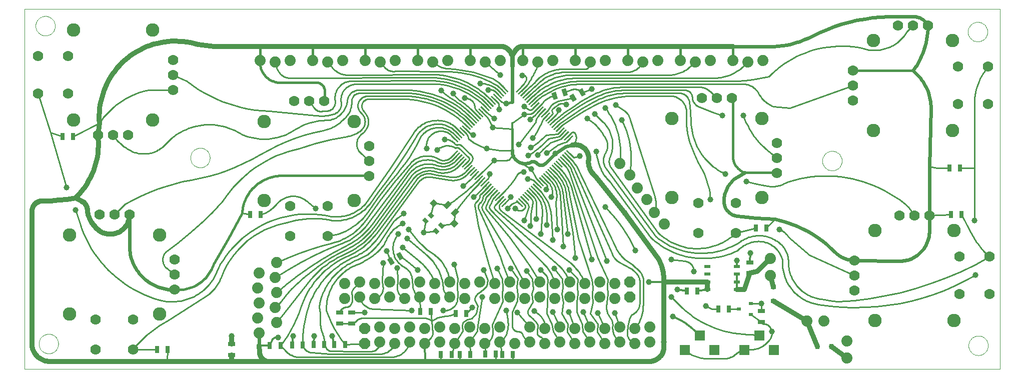
<source format=gtl>
G75*
G70*
%OFA0B0*%
%FSLAX24Y24*%
%IPPOS*%
%LPD*%
%AMOC8*
5,1,8,0,0,1.08239X$1,22.5*
%
%ADD10C,0.0000*%
%ADD11R,0.0315X0.0472*%
%ADD12R,0.0397X0.0397*%
%ADD13R,0.0276X0.0354*%
%ADD14C,0.0900*%
%ADD15C,0.0700*%
%ADD16C,0.0740*%
%ADD17R,0.0709X0.0709*%
%ADD18OC8,0.0740*%
%ADD19R,0.0591X0.0098*%
%ADD20R,0.0394X0.0197*%
%ADD21R,0.0472X0.0315*%
%ADD22R,0.0276X0.0236*%
%ADD23R,0.0354X0.0276*%
%ADD24C,0.0160*%
%ADD25C,0.0240*%
%ADD26C,0.0320*%
%ADD27C,0.0120*%
%ADD28C,0.0396*%
%ADD29C,0.0090*%
%ADD30C,0.0300*%
%ADD31C,0.0100*%
D10*
X005191Y007690D02*
X005191Y031690D01*
X011991Y031690D01*
X057991Y031690D01*
X070193Y031690D01*
X070191Y020890D01*
X070183Y007690D01*
X005191Y007690D01*
X006153Y009373D02*
X006155Y009423D01*
X006161Y009473D01*
X006171Y009523D01*
X006184Y009571D01*
X006201Y009619D01*
X006222Y009665D01*
X006246Y009709D01*
X006274Y009751D01*
X006305Y009791D01*
X006339Y009828D01*
X006376Y009863D01*
X006415Y009894D01*
X006456Y009923D01*
X006500Y009948D01*
X006546Y009970D01*
X006593Y009988D01*
X006641Y010002D01*
X006690Y010013D01*
X006740Y010020D01*
X006790Y010023D01*
X006841Y010022D01*
X006891Y010017D01*
X006941Y010008D01*
X006989Y009996D01*
X007037Y009979D01*
X007083Y009959D01*
X007128Y009936D01*
X007171Y009909D01*
X007211Y009879D01*
X007249Y009846D01*
X007284Y009810D01*
X007317Y009771D01*
X007346Y009730D01*
X007372Y009687D01*
X007395Y009642D01*
X007414Y009595D01*
X007429Y009547D01*
X007441Y009498D01*
X007449Y009448D01*
X007453Y009398D01*
X007453Y009348D01*
X007449Y009298D01*
X007441Y009248D01*
X007429Y009199D01*
X007414Y009151D01*
X007395Y009104D01*
X007372Y009059D01*
X007346Y009016D01*
X007317Y008975D01*
X007284Y008936D01*
X007249Y008900D01*
X007211Y008867D01*
X007171Y008837D01*
X007128Y008810D01*
X007083Y008787D01*
X007037Y008767D01*
X006989Y008750D01*
X006941Y008738D01*
X006891Y008729D01*
X006841Y008724D01*
X006790Y008723D01*
X006740Y008726D01*
X006690Y008733D01*
X006641Y008744D01*
X006593Y008758D01*
X006546Y008776D01*
X006500Y008798D01*
X006456Y008823D01*
X006415Y008852D01*
X006376Y008883D01*
X006339Y008918D01*
X006305Y008955D01*
X006274Y008995D01*
X006246Y009037D01*
X006222Y009081D01*
X006201Y009127D01*
X006184Y009175D01*
X006171Y009223D01*
X006161Y009273D01*
X006155Y009323D01*
X006153Y009373D01*
X016253Y021773D02*
X016255Y021823D01*
X016261Y021873D01*
X016271Y021923D01*
X016284Y021971D01*
X016301Y022019D01*
X016322Y022065D01*
X016346Y022109D01*
X016374Y022151D01*
X016405Y022191D01*
X016439Y022228D01*
X016476Y022263D01*
X016515Y022294D01*
X016556Y022323D01*
X016600Y022348D01*
X016646Y022370D01*
X016693Y022388D01*
X016741Y022402D01*
X016790Y022413D01*
X016840Y022420D01*
X016890Y022423D01*
X016941Y022422D01*
X016991Y022417D01*
X017041Y022408D01*
X017089Y022396D01*
X017137Y022379D01*
X017183Y022359D01*
X017228Y022336D01*
X017271Y022309D01*
X017311Y022279D01*
X017349Y022246D01*
X017384Y022210D01*
X017417Y022171D01*
X017446Y022130D01*
X017472Y022087D01*
X017495Y022042D01*
X017514Y021995D01*
X017529Y021947D01*
X017541Y021898D01*
X017549Y021848D01*
X017553Y021798D01*
X017553Y021748D01*
X017549Y021698D01*
X017541Y021648D01*
X017529Y021599D01*
X017514Y021551D01*
X017495Y021504D01*
X017472Y021459D01*
X017446Y021416D01*
X017417Y021375D01*
X017384Y021336D01*
X017349Y021300D01*
X017311Y021267D01*
X017271Y021237D01*
X017228Y021210D01*
X017183Y021187D01*
X017137Y021167D01*
X017089Y021150D01*
X017041Y021138D01*
X016991Y021129D01*
X016941Y021124D01*
X016890Y021123D01*
X016840Y021126D01*
X016790Y021133D01*
X016741Y021144D01*
X016693Y021158D01*
X016646Y021176D01*
X016600Y021198D01*
X016556Y021223D01*
X016515Y021252D01*
X016476Y021283D01*
X016439Y021318D01*
X016405Y021355D01*
X016374Y021395D01*
X016346Y021437D01*
X016322Y021481D01*
X016301Y021527D01*
X016284Y021575D01*
X016271Y021623D01*
X016261Y021673D01*
X016255Y021723D01*
X016253Y021773D01*
X005936Y030563D02*
X005938Y030613D01*
X005944Y030663D01*
X005954Y030713D01*
X005967Y030761D01*
X005984Y030809D01*
X006005Y030855D01*
X006029Y030899D01*
X006057Y030941D01*
X006088Y030981D01*
X006122Y031018D01*
X006159Y031053D01*
X006198Y031084D01*
X006239Y031113D01*
X006283Y031138D01*
X006329Y031160D01*
X006376Y031178D01*
X006424Y031192D01*
X006473Y031203D01*
X006523Y031210D01*
X006573Y031213D01*
X006624Y031212D01*
X006674Y031207D01*
X006724Y031198D01*
X006772Y031186D01*
X006820Y031169D01*
X006866Y031149D01*
X006911Y031126D01*
X006954Y031099D01*
X006994Y031069D01*
X007032Y031036D01*
X007067Y031000D01*
X007100Y030961D01*
X007129Y030920D01*
X007155Y030877D01*
X007178Y030832D01*
X007197Y030785D01*
X007212Y030737D01*
X007224Y030688D01*
X007232Y030638D01*
X007236Y030588D01*
X007236Y030538D01*
X007232Y030488D01*
X007224Y030438D01*
X007212Y030389D01*
X007197Y030341D01*
X007178Y030294D01*
X007155Y030249D01*
X007129Y030206D01*
X007100Y030165D01*
X007067Y030126D01*
X007032Y030090D01*
X006994Y030057D01*
X006954Y030027D01*
X006911Y030000D01*
X006866Y029977D01*
X006820Y029957D01*
X006772Y029940D01*
X006724Y029928D01*
X006674Y029919D01*
X006624Y029914D01*
X006573Y029913D01*
X006523Y029916D01*
X006473Y029923D01*
X006424Y029934D01*
X006376Y029948D01*
X006329Y029966D01*
X006283Y029988D01*
X006239Y030013D01*
X006198Y030042D01*
X006159Y030073D01*
X006122Y030108D01*
X006088Y030145D01*
X006057Y030185D01*
X006029Y030227D01*
X006005Y030271D01*
X005984Y030317D01*
X005967Y030365D01*
X005954Y030413D01*
X005944Y030463D01*
X005938Y030513D01*
X005936Y030563D01*
X058363Y021570D02*
X058365Y021620D01*
X058371Y021670D01*
X058381Y021720D01*
X058394Y021768D01*
X058411Y021816D01*
X058432Y021862D01*
X058456Y021906D01*
X058484Y021948D01*
X058515Y021988D01*
X058549Y022025D01*
X058586Y022060D01*
X058625Y022091D01*
X058666Y022120D01*
X058710Y022145D01*
X058756Y022167D01*
X058803Y022185D01*
X058851Y022199D01*
X058900Y022210D01*
X058950Y022217D01*
X059000Y022220D01*
X059051Y022219D01*
X059101Y022214D01*
X059151Y022205D01*
X059199Y022193D01*
X059247Y022176D01*
X059293Y022156D01*
X059338Y022133D01*
X059381Y022106D01*
X059421Y022076D01*
X059459Y022043D01*
X059494Y022007D01*
X059527Y021968D01*
X059556Y021927D01*
X059582Y021884D01*
X059605Y021839D01*
X059624Y021792D01*
X059639Y021744D01*
X059651Y021695D01*
X059659Y021645D01*
X059663Y021595D01*
X059663Y021545D01*
X059659Y021495D01*
X059651Y021445D01*
X059639Y021396D01*
X059624Y021348D01*
X059605Y021301D01*
X059582Y021256D01*
X059556Y021213D01*
X059527Y021172D01*
X059494Y021133D01*
X059459Y021097D01*
X059421Y021064D01*
X059381Y021034D01*
X059338Y021007D01*
X059293Y020984D01*
X059247Y020964D01*
X059199Y020947D01*
X059151Y020935D01*
X059101Y020926D01*
X059051Y020921D01*
X059000Y020920D01*
X058950Y020923D01*
X058900Y020930D01*
X058851Y020941D01*
X058803Y020955D01*
X058756Y020973D01*
X058710Y020995D01*
X058666Y021020D01*
X058625Y021049D01*
X058586Y021080D01*
X058549Y021115D01*
X058515Y021152D01*
X058484Y021192D01*
X058456Y021234D01*
X058432Y021278D01*
X058411Y021324D01*
X058394Y021372D01*
X058381Y021420D01*
X058371Y021470D01*
X058365Y021520D01*
X058363Y021570D01*
X068063Y030170D02*
X068065Y030220D01*
X068071Y030270D01*
X068081Y030320D01*
X068094Y030368D01*
X068111Y030416D01*
X068132Y030462D01*
X068156Y030506D01*
X068184Y030548D01*
X068215Y030588D01*
X068249Y030625D01*
X068286Y030660D01*
X068325Y030691D01*
X068366Y030720D01*
X068410Y030745D01*
X068456Y030767D01*
X068503Y030785D01*
X068551Y030799D01*
X068600Y030810D01*
X068650Y030817D01*
X068700Y030820D01*
X068751Y030819D01*
X068801Y030814D01*
X068851Y030805D01*
X068899Y030793D01*
X068947Y030776D01*
X068993Y030756D01*
X069038Y030733D01*
X069081Y030706D01*
X069121Y030676D01*
X069159Y030643D01*
X069194Y030607D01*
X069227Y030568D01*
X069256Y030527D01*
X069282Y030484D01*
X069305Y030439D01*
X069324Y030392D01*
X069339Y030344D01*
X069351Y030295D01*
X069359Y030245D01*
X069363Y030195D01*
X069363Y030145D01*
X069359Y030095D01*
X069351Y030045D01*
X069339Y029996D01*
X069324Y029948D01*
X069305Y029901D01*
X069282Y029856D01*
X069256Y029813D01*
X069227Y029772D01*
X069194Y029733D01*
X069159Y029697D01*
X069121Y029664D01*
X069081Y029634D01*
X069038Y029607D01*
X068993Y029584D01*
X068947Y029564D01*
X068899Y029547D01*
X068851Y029535D01*
X068801Y029526D01*
X068751Y029521D01*
X068700Y029520D01*
X068650Y029523D01*
X068600Y029530D01*
X068551Y029541D01*
X068503Y029555D01*
X068456Y029573D01*
X068410Y029595D01*
X068366Y029620D01*
X068325Y029649D01*
X068286Y029680D01*
X068249Y029715D01*
X068215Y029752D01*
X068184Y029792D01*
X068156Y029834D01*
X068132Y029878D01*
X068111Y029924D01*
X068094Y029972D01*
X068081Y030020D01*
X068071Y030070D01*
X068065Y030120D01*
X068063Y030170D01*
X068106Y009254D02*
X068108Y009304D01*
X068114Y009354D01*
X068124Y009404D01*
X068137Y009452D01*
X068154Y009500D01*
X068175Y009546D01*
X068199Y009590D01*
X068227Y009632D01*
X068258Y009672D01*
X068292Y009709D01*
X068329Y009744D01*
X068368Y009775D01*
X068409Y009804D01*
X068453Y009829D01*
X068499Y009851D01*
X068546Y009869D01*
X068594Y009883D01*
X068643Y009894D01*
X068693Y009901D01*
X068743Y009904D01*
X068794Y009903D01*
X068844Y009898D01*
X068894Y009889D01*
X068942Y009877D01*
X068990Y009860D01*
X069036Y009840D01*
X069081Y009817D01*
X069124Y009790D01*
X069164Y009760D01*
X069202Y009727D01*
X069237Y009691D01*
X069270Y009652D01*
X069299Y009611D01*
X069325Y009568D01*
X069348Y009523D01*
X069367Y009476D01*
X069382Y009428D01*
X069394Y009379D01*
X069402Y009329D01*
X069406Y009279D01*
X069406Y009229D01*
X069402Y009179D01*
X069394Y009129D01*
X069382Y009080D01*
X069367Y009032D01*
X069348Y008985D01*
X069325Y008940D01*
X069299Y008897D01*
X069270Y008856D01*
X069237Y008817D01*
X069202Y008781D01*
X069164Y008748D01*
X069124Y008718D01*
X069081Y008691D01*
X069036Y008668D01*
X068990Y008648D01*
X068942Y008631D01*
X068894Y008619D01*
X068844Y008610D01*
X068794Y008605D01*
X068743Y008604D01*
X068693Y008607D01*
X068643Y008614D01*
X068594Y008625D01*
X068546Y008639D01*
X068499Y008657D01*
X068453Y008679D01*
X068409Y008704D01*
X068368Y008733D01*
X068329Y008764D01*
X068292Y008799D01*
X068258Y008836D01*
X068227Y008876D01*
X068199Y008918D01*
X068175Y008962D01*
X068154Y009008D01*
X068137Y009056D01*
X068124Y009104D01*
X068114Y009154D01*
X068108Y009204D01*
X068106Y009254D01*
D11*
X052145Y011690D03*
X051436Y011690D03*
X050045Y012890D03*
X049336Y012890D03*
X053936Y017090D03*
X054645Y017090D03*
X066836Y021090D03*
X067545Y021090D03*
X067645Y017990D03*
X066936Y017990D03*
G36*
X042097Y026250D02*
X042367Y026407D01*
X042603Y026000D01*
X042333Y025843D01*
X042097Y026250D01*
G37*
G36*
X041484Y025896D02*
X041754Y026053D01*
X041990Y025646D01*
X041720Y025489D01*
X041484Y025896D01*
G37*
G36*
X040956Y026309D02*
X041250Y026416D01*
X041412Y025973D01*
X041118Y025866D01*
X040956Y026309D01*
G37*
G36*
X040290Y026067D02*
X040584Y026174D01*
X040746Y025731D01*
X040452Y025624D01*
X040290Y026067D01*
G37*
G36*
X033320Y018358D02*
X033098Y018580D01*
X033430Y018912D01*
X033652Y018690D01*
X033320Y018358D01*
G37*
G36*
X033821Y017857D02*
X033599Y018079D01*
X033931Y018411D01*
X034153Y018189D01*
X033821Y017857D01*
G37*
G36*
X029967Y015345D02*
X030237Y015502D01*
X030473Y015095D01*
X030203Y014938D01*
X029967Y015345D01*
G37*
G36*
X029354Y014990D02*
X029624Y015147D01*
X029860Y014740D01*
X029590Y014583D01*
X029354Y014990D01*
G37*
X031551Y011520D03*
X032260Y011520D03*
X033936Y011390D03*
X034645Y011390D03*
X034898Y008672D03*
X034190Y008672D03*
X033655Y008670D03*
X032946Y008670D03*
X035883Y008679D03*
X036591Y008679D03*
X037036Y008670D03*
X037745Y008670D03*
X026557Y009311D03*
X025849Y009311D03*
X025161Y009316D03*
X024453Y009316D03*
X023732Y009292D03*
X023024Y009292D03*
X022254Y009244D03*
X021545Y009244D03*
X014745Y008990D03*
X014036Y008990D03*
X020236Y017990D03*
X020945Y017990D03*
X008445Y023190D03*
X007736Y023190D03*
D12*
G36*
X032464Y018475D02*
X032184Y018755D01*
X032464Y019035D01*
X032744Y018755D01*
X032464Y018475D01*
G37*
G36*
X033823Y017117D02*
X033543Y017397D01*
X033823Y017677D01*
X034103Y017397D01*
X033823Y017117D01*
G37*
D13*
G36*
X032751Y017281D02*
X032946Y017476D01*
X033195Y017227D01*
X033000Y017032D01*
X032751Y017281D01*
G37*
G36*
X032060Y017972D02*
X032255Y018167D01*
X032504Y017918D01*
X032309Y017723D01*
X032060Y017972D01*
G37*
G36*
X031698Y017611D02*
X031893Y017806D01*
X032142Y017557D01*
X031947Y017362D01*
X031698Y017611D01*
G37*
G36*
X032390Y016919D02*
X032585Y017114D01*
X032834Y016865D01*
X032639Y016670D01*
X032390Y016919D01*
G37*
X058018Y009190D03*
X058963Y009190D03*
D14*
X061866Y010936D03*
X067116Y010936D03*
X067116Y016936D03*
X061866Y016936D03*
X054339Y019124D03*
X048339Y019124D03*
X048339Y024374D03*
X054339Y024374D03*
X061766Y023590D03*
X067016Y023590D03*
X067016Y029590D03*
X061766Y029590D03*
X027152Y024177D03*
X021152Y024177D03*
X013716Y024290D03*
X008466Y024290D03*
X021152Y018927D03*
X027152Y018927D03*
X014191Y016615D03*
X008191Y016615D03*
X008191Y011365D03*
X014191Y011365D03*
X013716Y030290D03*
X008466Y030290D03*
D15*
X008091Y028540D03*
X006091Y028540D03*
X006091Y026040D03*
X008091Y026040D03*
X010091Y023290D03*
X011091Y023290D03*
X012091Y023290D03*
X015091Y026290D03*
X015091Y027290D03*
X015091Y028290D03*
X023152Y025552D03*
X024152Y025552D03*
X025152Y025552D03*
X028152Y022552D03*
X028152Y021552D03*
X028152Y020552D03*
X025402Y018552D03*
X022902Y018552D03*
X022902Y016552D03*
X025402Y016552D03*
X015191Y014990D03*
X015191Y013990D03*
X015191Y012990D03*
X012441Y010990D03*
X009941Y010990D03*
X009941Y008990D03*
X012441Y008990D03*
X012191Y017990D03*
X011191Y017990D03*
X010191Y017990D03*
X050089Y018749D03*
X052589Y018749D03*
X052589Y016749D03*
X050089Y016749D03*
X055339Y020749D03*
X055339Y021749D03*
X055339Y022749D03*
X060391Y025590D03*
X060391Y026590D03*
X060391Y027590D03*
X063391Y030590D03*
X064391Y030590D03*
X065391Y030590D03*
X067391Y027840D03*
X069391Y027840D03*
X069391Y025340D03*
X067391Y025340D03*
X052339Y025749D03*
X051339Y025749D03*
X050339Y025749D03*
X063491Y017936D03*
X064491Y017936D03*
X065491Y017936D03*
X067491Y015186D03*
X069491Y015186D03*
X069491Y012686D03*
X067491Y012686D03*
X060491Y012936D03*
X060491Y013936D03*
X060491Y014936D03*
D16*
X054891Y015060D03*
X054891Y013920D03*
X057321Y010890D03*
X058461Y010890D03*
X059991Y009560D03*
X059991Y008420D03*
X046877Y009480D03*
X045877Y009380D03*
X044877Y009480D03*
X043877Y009380D03*
X042877Y009480D03*
X041877Y009380D03*
X040877Y009480D03*
X039877Y009380D03*
X038877Y009480D03*
X037877Y009380D03*
X036877Y009480D03*
X035877Y009380D03*
X034877Y009480D03*
X033877Y009380D03*
X032877Y009480D03*
X031877Y009380D03*
X030877Y009480D03*
X029877Y009380D03*
X028877Y009480D03*
X028877Y010480D03*
X029877Y010380D03*
X030877Y010480D03*
X031877Y010380D03*
X032877Y010480D03*
X033877Y010380D03*
X034877Y010480D03*
X035877Y010380D03*
X036877Y010480D03*
X038877Y010480D03*
X039877Y010380D03*
X040877Y010480D03*
X041877Y010380D03*
X042877Y010480D03*
X043877Y010380D03*
X044877Y010480D03*
X045877Y010380D03*
X046877Y010480D03*
X044539Y012390D03*
X043539Y012490D03*
X042539Y012390D03*
X041539Y012490D03*
X040539Y012390D03*
X039539Y012490D03*
X038539Y012390D03*
X037539Y012490D03*
X036539Y012390D03*
X036539Y013390D03*
X035539Y013490D03*
X034539Y013390D03*
X033539Y013490D03*
X032539Y013390D03*
X031539Y013490D03*
X030539Y013390D03*
X029539Y013490D03*
X028539Y013390D03*
X027539Y013490D03*
X026539Y013390D03*
X026539Y012390D03*
X027539Y012490D03*
X028539Y012390D03*
X029539Y012490D03*
X030539Y012390D03*
X031539Y012490D03*
X032539Y012390D03*
X033539Y012490D03*
X034539Y012390D03*
X037539Y013490D03*
X038539Y013390D03*
X039539Y013490D03*
X040539Y013390D03*
X041539Y013490D03*
X042539Y013390D03*
X043539Y013490D03*
X044539Y013390D03*
X047821Y017356D03*
X047166Y018117D03*
X046674Y018994D03*
X046019Y019756D03*
X045527Y020632D03*
X044872Y021394D03*
X045391Y028240D03*
X046391Y028140D03*
X047391Y028240D03*
X048891Y028240D03*
X049891Y028140D03*
X050891Y028240D03*
X052391Y028240D03*
X053391Y028140D03*
X054391Y028240D03*
X043891Y028240D03*
X042891Y028140D03*
X041891Y028240D03*
X040391Y028240D03*
X039391Y028140D03*
X038391Y028240D03*
X036891Y028240D03*
X035891Y028140D03*
X034891Y028240D03*
X033391Y028240D03*
X032391Y028140D03*
X031391Y028240D03*
X029891Y028240D03*
X028891Y028140D03*
X027891Y028240D03*
X026391Y028240D03*
X025391Y028140D03*
X024391Y028240D03*
X022891Y028240D03*
X021891Y028140D03*
X020891Y028240D03*
X021999Y014774D03*
X020841Y014090D03*
X021899Y013774D03*
X020741Y013090D03*
X021999Y012774D03*
X020841Y012090D03*
X021899Y011774D03*
X020741Y011090D03*
X021999Y010774D03*
X020841Y010090D03*
D17*
X049212Y008941D03*
X050196Y009926D03*
X051180Y008941D03*
X053169Y008941D03*
X054154Y009926D03*
X055138Y008941D03*
D18*
X045539Y012490D03*
X045539Y013490D03*
X027877Y010380D03*
X027877Y009380D03*
D19*
G36*
X037447Y018892D02*
X037031Y018476D01*
X036961Y018546D01*
X037377Y018962D01*
X037447Y018892D01*
G37*
G36*
X037308Y019031D02*
X036892Y018615D01*
X036822Y018685D01*
X037238Y019101D01*
X037308Y019031D01*
G37*
G36*
X037169Y019170D02*
X036753Y018754D01*
X036683Y018824D01*
X037099Y019240D01*
X037169Y019170D01*
G37*
G36*
X037029Y019309D02*
X036613Y018893D01*
X036543Y018963D01*
X036959Y019379D01*
X037029Y019309D01*
G37*
G36*
X036890Y019448D02*
X036474Y019032D01*
X036404Y019102D01*
X036820Y019518D01*
X036890Y019448D01*
G37*
G36*
X036751Y019588D02*
X036335Y019172D01*
X036265Y019242D01*
X036681Y019658D01*
X036751Y019588D01*
G37*
G36*
X036612Y019727D02*
X036196Y019311D01*
X036126Y019381D01*
X036542Y019797D01*
X036612Y019727D01*
G37*
G36*
X036473Y019866D02*
X036057Y019450D01*
X035987Y019520D01*
X036403Y019936D01*
X036473Y019866D01*
G37*
G36*
X036333Y020005D02*
X035917Y019589D01*
X035847Y019659D01*
X036263Y020075D01*
X036333Y020005D01*
G37*
G36*
X036194Y020144D02*
X035778Y019728D01*
X035708Y019798D01*
X036124Y020214D01*
X036194Y020144D01*
G37*
G36*
X036055Y020284D02*
X035639Y019868D01*
X035569Y019938D01*
X035985Y020354D01*
X036055Y020284D01*
G37*
G36*
X035916Y020423D02*
X035500Y020007D01*
X035430Y020077D01*
X035846Y020493D01*
X035916Y020423D01*
G37*
G36*
X035777Y020562D02*
X035361Y020146D01*
X035291Y020216D01*
X035707Y020632D01*
X035777Y020562D01*
G37*
G36*
X035637Y020701D02*
X035221Y020285D01*
X035151Y020355D01*
X035567Y020771D01*
X035637Y020701D01*
G37*
G36*
X035498Y020840D02*
X035082Y020424D01*
X035012Y020494D01*
X035428Y020910D01*
X035498Y020840D01*
G37*
G36*
X035359Y020980D02*
X034943Y020564D01*
X034873Y020634D01*
X035289Y021050D01*
X035359Y020980D01*
G37*
G36*
X035220Y021119D02*
X034804Y020703D01*
X034734Y020773D01*
X035150Y021189D01*
X035220Y021119D01*
G37*
G36*
X035081Y021258D02*
X034665Y020842D01*
X034595Y020912D01*
X035011Y021328D01*
X035081Y021258D01*
G37*
G36*
X034942Y021397D02*
X034526Y020981D01*
X034456Y021051D01*
X034872Y021467D01*
X034942Y021397D01*
G37*
G36*
X034802Y021536D02*
X034386Y021120D01*
X034316Y021190D01*
X034732Y021606D01*
X034802Y021536D01*
G37*
G36*
X034663Y021676D02*
X034247Y021260D01*
X034177Y021330D01*
X034593Y021746D01*
X034663Y021676D01*
G37*
G36*
X034524Y021815D02*
X034108Y021399D01*
X034038Y021469D01*
X034454Y021885D01*
X034524Y021815D01*
G37*
G36*
X034385Y021954D02*
X033969Y021538D01*
X033899Y021608D01*
X034315Y022024D01*
X034385Y021954D01*
G37*
G36*
X034246Y022093D02*
X033830Y021677D01*
X033760Y021747D01*
X034176Y022163D01*
X034246Y022093D01*
G37*
G36*
X034106Y022232D02*
X033690Y021816D01*
X033620Y021886D01*
X034036Y022302D01*
X034106Y022232D01*
G37*
G36*
X034036Y022791D02*
X033620Y023207D01*
X033690Y023277D01*
X034106Y022861D01*
X034036Y022791D01*
G37*
G36*
X034176Y022930D02*
X033760Y023346D01*
X033830Y023416D01*
X034246Y023000D01*
X034176Y022930D01*
G37*
G36*
X034315Y023069D02*
X033899Y023485D01*
X033969Y023555D01*
X034385Y023139D01*
X034315Y023069D01*
G37*
G36*
X034454Y023208D02*
X034038Y023624D01*
X034108Y023694D01*
X034524Y023278D01*
X034454Y023208D01*
G37*
G36*
X034593Y023347D02*
X034177Y023763D01*
X034247Y023833D01*
X034663Y023417D01*
X034593Y023347D01*
G37*
G36*
X034732Y023487D02*
X034316Y023903D01*
X034386Y023973D01*
X034802Y023557D01*
X034732Y023487D01*
G37*
G36*
X034872Y023626D02*
X034456Y024042D01*
X034526Y024112D01*
X034942Y023696D01*
X034872Y023626D01*
G37*
G36*
X035011Y023765D02*
X034595Y024181D01*
X034665Y024251D01*
X035081Y023835D01*
X035011Y023765D01*
G37*
G36*
X035150Y023904D02*
X034734Y024320D01*
X034804Y024390D01*
X035220Y023974D01*
X035150Y023904D01*
G37*
G36*
X035289Y024043D02*
X034873Y024459D01*
X034943Y024529D01*
X035359Y024113D01*
X035289Y024043D01*
G37*
G36*
X035428Y024183D02*
X035012Y024599D01*
X035082Y024669D01*
X035498Y024253D01*
X035428Y024183D01*
G37*
G36*
X035567Y024322D02*
X035151Y024738D01*
X035221Y024808D01*
X035637Y024392D01*
X035567Y024322D01*
G37*
G36*
X035707Y024461D02*
X035291Y024877D01*
X035361Y024947D01*
X035777Y024531D01*
X035707Y024461D01*
G37*
G36*
X035846Y024600D02*
X035430Y025016D01*
X035500Y025086D01*
X035916Y024670D01*
X035846Y024600D01*
G37*
G36*
X035985Y024739D02*
X035569Y025155D01*
X035639Y025225D01*
X036055Y024809D01*
X035985Y024739D01*
G37*
G36*
X036124Y024879D02*
X035708Y025295D01*
X035778Y025365D01*
X036194Y024949D01*
X036124Y024879D01*
G37*
G36*
X036263Y025018D02*
X035847Y025434D01*
X035917Y025504D01*
X036333Y025088D01*
X036263Y025018D01*
G37*
G36*
X036403Y025157D02*
X035987Y025573D01*
X036057Y025643D01*
X036473Y025227D01*
X036403Y025157D01*
G37*
G36*
X036542Y025296D02*
X036126Y025712D01*
X036196Y025782D01*
X036612Y025366D01*
X036542Y025296D01*
G37*
G36*
X036681Y025435D02*
X036265Y025851D01*
X036335Y025921D01*
X036751Y025505D01*
X036681Y025435D01*
G37*
G36*
X036820Y025575D02*
X036404Y025991D01*
X036474Y026061D01*
X036890Y025645D01*
X036820Y025575D01*
G37*
G36*
X036959Y025714D02*
X036543Y026130D01*
X036613Y026200D01*
X037029Y025784D01*
X036959Y025714D01*
G37*
G36*
X037099Y025853D02*
X036683Y026269D01*
X036753Y026339D01*
X037169Y025923D01*
X037099Y025853D01*
G37*
G36*
X037238Y025992D02*
X036822Y026408D01*
X036892Y026478D01*
X037308Y026062D01*
X037238Y025992D01*
G37*
G36*
X037377Y026131D02*
X036961Y026547D01*
X037031Y026617D01*
X037447Y026201D01*
X037377Y026131D01*
G37*
G36*
X037935Y026201D02*
X038351Y026617D01*
X038421Y026547D01*
X038005Y026131D01*
X037935Y026201D01*
G37*
G36*
X038075Y026062D02*
X038491Y026478D01*
X038561Y026408D01*
X038145Y025992D01*
X038075Y026062D01*
G37*
G36*
X038214Y025923D02*
X038630Y026339D01*
X038700Y026269D01*
X038284Y025853D01*
X038214Y025923D01*
G37*
G36*
X038353Y025784D02*
X038769Y026200D01*
X038839Y026130D01*
X038423Y025714D01*
X038353Y025784D01*
G37*
G36*
X038492Y025645D02*
X038908Y026061D01*
X038978Y025991D01*
X038562Y025575D01*
X038492Y025645D01*
G37*
G36*
X038631Y025505D02*
X039047Y025921D01*
X039117Y025851D01*
X038701Y025435D01*
X038631Y025505D01*
G37*
G36*
X038771Y025366D02*
X039187Y025782D01*
X039257Y025712D01*
X038841Y025296D01*
X038771Y025366D01*
G37*
G36*
X038910Y025227D02*
X039326Y025643D01*
X039396Y025573D01*
X038980Y025157D01*
X038910Y025227D01*
G37*
G36*
X039049Y025088D02*
X039465Y025504D01*
X039535Y025434D01*
X039119Y025018D01*
X039049Y025088D01*
G37*
G36*
X039188Y024949D02*
X039604Y025365D01*
X039674Y025295D01*
X039258Y024879D01*
X039188Y024949D01*
G37*
G36*
X039327Y024809D02*
X039743Y025225D01*
X039813Y025155D01*
X039397Y024739D01*
X039327Y024809D01*
G37*
G36*
X039466Y024670D02*
X039882Y025086D01*
X039952Y025016D01*
X039536Y024600D01*
X039466Y024670D01*
G37*
G36*
X039606Y024531D02*
X040022Y024947D01*
X040092Y024877D01*
X039676Y024461D01*
X039606Y024531D01*
G37*
G36*
X039745Y024392D02*
X040161Y024808D01*
X040231Y024738D01*
X039815Y024322D01*
X039745Y024392D01*
G37*
G36*
X039884Y024253D02*
X040300Y024669D01*
X040370Y024599D01*
X039954Y024183D01*
X039884Y024253D01*
G37*
G36*
X040023Y024113D02*
X040439Y024529D01*
X040509Y024459D01*
X040093Y024043D01*
X040023Y024113D01*
G37*
G36*
X040162Y023974D02*
X040578Y024390D01*
X040648Y024320D01*
X040232Y023904D01*
X040162Y023974D01*
G37*
G36*
X040302Y023835D02*
X040718Y024251D01*
X040788Y024181D01*
X040372Y023765D01*
X040302Y023835D01*
G37*
G36*
X040441Y023696D02*
X040857Y024112D01*
X040927Y024042D01*
X040511Y023626D01*
X040441Y023696D01*
G37*
G36*
X040580Y023557D02*
X040996Y023973D01*
X041066Y023903D01*
X040650Y023487D01*
X040580Y023557D01*
G37*
G36*
X040719Y023417D02*
X041135Y023833D01*
X041205Y023763D01*
X040789Y023347D01*
X040719Y023417D01*
G37*
G36*
X040858Y023278D02*
X041274Y023694D01*
X041344Y023624D01*
X040928Y023208D01*
X040858Y023278D01*
G37*
G36*
X040998Y023139D02*
X041414Y023555D01*
X041484Y023485D01*
X041068Y023069D01*
X040998Y023139D01*
G37*
G36*
X041137Y023000D02*
X041553Y023416D01*
X041623Y023346D01*
X041207Y022930D01*
X041137Y023000D01*
G37*
G36*
X041276Y022861D02*
X041692Y023277D01*
X041762Y023207D01*
X041346Y022791D01*
X041276Y022861D01*
G37*
G36*
X041346Y022302D02*
X041762Y021886D01*
X041692Y021816D01*
X041276Y022232D01*
X041346Y022302D01*
G37*
G36*
X041207Y022163D02*
X041623Y021747D01*
X041553Y021677D01*
X041137Y022093D01*
X041207Y022163D01*
G37*
G36*
X041068Y022024D02*
X041484Y021608D01*
X041414Y021538D01*
X040998Y021954D01*
X041068Y022024D01*
G37*
G36*
X040928Y021885D02*
X041344Y021469D01*
X041274Y021399D01*
X040858Y021815D01*
X040928Y021885D01*
G37*
G36*
X040789Y021746D02*
X041205Y021330D01*
X041135Y021260D01*
X040719Y021676D01*
X040789Y021746D01*
G37*
G36*
X040650Y021606D02*
X041066Y021190D01*
X040996Y021120D01*
X040580Y021536D01*
X040650Y021606D01*
G37*
G36*
X040511Y021467D02*
X040927Y021051D01*
X040857Y020981D01*
X040441Y021397D01*
X040511Y021467D01*
G37*
G36*
X040372Y021328D02*
X040788Y020912D01*
X040718Y020842D01*
X040302Y021258D01*
X040372Y021328D01*
G37*
G36*
X040232Y021189D02*
X040648Y020773D01*
X040578Y020703D01*
X040162Y021119D01*
X040232Y021189D01*
G37*
G36*
X040093Y021050D02*
X040509Y020634D01*
X040439Y020564D01*
X040023Y020980D01*
X040093Y021050D01*
G37*
G36*
X039954Y020910D02*
X040370Y020494D01*
X040300Y020424D01*
X039884Y020840D01*
X039954Y020910D01*
G37*
G36*
X039815Y020771D02*
X040231Y020355D01*
X040161Y020285D01*
X039745Y020701D01*
X039815Y020771D01*
G37*
G36*
X039676Y020632D02*
X040092Y020216D01*
X040022Y020146D01*
X039606Y020562D01*
X039676Y020632D01*
G37*
G36*
X039536Y020493D02*
X039952Y020077D01*
X039882Y020007D01*
X039466Y020423D01*
X039536Y020493D01*
G37*
G36*
X039397Y020354D02*
X039813Y019938D01*
X039743Y019868D01*
X039327Y020284D01*
X039397Y020354D01*
G37*
G36*
X039258Y020214D02*
X039674Y019798D01*
X039604Y019728D01*
X039188Y020144D01*
X039258Y020214D01*
G37*
G36*
X039119Y020075D02*
X039535Y019659D01*
X039465Y019589D01*
X039049Y020005D01*
X039119Y020075D01*
G37*
G36*
X038980Y019936D02*
X039396Y019520D01*
X039326Y019450D01*
X038910Y019866D01*
X038980Y019936D01*
G37*
G36*
X038841Y019797D02*
X039257Y019381D01*
X039187Y019311D01*
X038771Y019727D01*
X038841Y019797D01*
G37*
G36*
X038701Y019658D02*
X039117Y019242D01*
X039047Y019172D01*
X038631Y019588D01*
X038701Y019658D01*
G37*
G36*
X038562Y019518D02*
X038978Y019102D01*
X038908Y019032D01*
X038492Y019448D01*
X038562Y019518D01*
G37*
G36*
X038423Y019379D02*
X038839Y018963D01*
X038769Y018893D01*
X038353Y019309D01*
X038423Y019379D01*
G37*
G36*
X038284Y019240D02*
X038700Y018824D01*
X038630Y018754D01*
X038214Y019170D01*
X038284Y019240D01*
G37*
G36*
X038145Y019101D02*
X038561Y018685D01*
X038491Y018615D01*
X038075Y019031D01*
X038145Y019101D01*
G37*
G36*
X038005Y018962D02*
X038421Y018546D01*
X038351Y018476D01*
X037935Y018892D01*
X038005Y018962D01*
G37*
D20*
X050691Y014512D03*
X050691Y014008D03*
X050691Y013504D03*
X050691Y013000D03*
X052651Y013000D03*
X052651Y013504D03*
X052651Y014008D03*
X052651Y014512D03*
D21*
X053549Y014786D03*
X053549Y014077D03*
X054291Y011544D03*
X054291Y010836D03*
X026991Y010736D03*
X026191Y010736D03*
X026191Y011444D03*
X026991Y011444D03*
X018991Y009344D03*
X018991Y008636D03*
D22*
X052797Y011690D03*
X053584Y011316D03*
X053584Y012064D03*
D23*
X055091Y012218D03*
X055091Y013163D03*
D24*
X055191Y020749D02*
X055191Y020790D01*
X053191Y020790D01*
X053129Y020812D01*
X053068Y020838D01*
X053008Y020867D01*
X052951Y020900D01*
X052895Y020935D01*
X052842Y020974D01*
X052791Y021016D01*
X052742Y021061D01*
X052696Y021108D01*
X052652Y021158D01*
X052612Y021210D01*
X052575Y021265D01*
X052541Y021321D01*
X052510Y021380D01*
X052482Y021440D01*
X052458Y021501D01*
X052438Y021564D01*
X052421Y021628D01*
X052408Y021693D01*
X052399Y021758D01*
X052393Y021824D01*
X052391Y021890D01*
X052391Y025749D01*
X052339Y025749D01*
X052391Y028240D02*
X052391Y029190D01*
X048891Y029190D02*
X048891Y028240D01*
X045391Y028240D02*
X045391Y029190D01*
X041891Y029190D02*
X041891Y028240D01*
X038391Y028240D02*
X038391Y029190D01*
X034891Y029190D02*
X034891Y028240D01*
X031391Y028240D02*
X031391Y029190D01*
X027891Y029190D02*
X027891Y028240D01*
X024391Y028240D02*
X024391Y029190D01*
X022191Y026790D02*
X022119Y026794D01*
X022047Y026803D01*
X021975Y026815D01*
X021904Y026831D01*
X021835Y026851D01*
X021766Y026874D01*
X021699Y026902D01*
X021633Y026932D01*
X021569Y026966D01*
X021507Y027004D01*
X021447Y027045D01*
X021390Y027089D01*
X021335Y027136D01*
X021282Y027186D01*
X021232Y027238D01*
X021185Y027294D01*
X021142Y027351D01*
X021101Y027411D01*
X021063Y027473D01*
X021029Y027537D01*
X020999Y027603D01*
X020972Y027670D01*
X020948Y027739D01*
X020928Y027809D01*
X020913Y027879D01*
X020900Y027951D01*
X020892Y028023D01*
X020888Y028095D01*
X020887Y028168D01*
X020891Y028240D01*
X020891Y029190D01*
X022191Y026790D02*
X024591Y026790D01*
X024637Y026792D01*
X024682Y026790D01*
X024728Y026785D01*
X024772Y026776D01*
X024816Y026764D01*
X024859Y026747D01*
X024900Y026728D01*
X024939Y026705D01*
X024977Y026678D01*
X025012Y026649D01*
X025044Y026617D01*
X025074Y026583D01*
X025101Y026546D01*
X025124Y026507D01*
X025145Y026466D01*
X025162Y026423D01*
X025175Y026380D01*
X025185Y026335D01*
X025191Y026290D01*
X025191Y025552D01*
X025152Y025552D01*
X026491Y020590D02*
X028091Y020590D01*
X028091Y020552D01*
X028152Y020552D01*
X022291Y020590D02*
X022163Y020584D01*
X022036Y020571D01*
X021910Y020553D01*
X021785Y020528D01*
X021661Y020498D01*
X021538Y020462D01*
X021418Y020420D01*
X021299Y020372D01*
X021183Y020318D01*
X021070Y020259D01*
X020960Y020195D01*
X020852Y020126D01*
X020749Y020051D01*
X020649Y019972D01*
X020552Y019888D01*
X020460Y019799D01*
X020373Y019707D01*
X020290Y019610D01*
X020211Y019509D01*
X020138Y019405D01*
X020069Y019297D01*
X020006Y019186D01*
X019948Y019072D01*
X019895Y018956D01*
X019849Y018837D01*
X019807Y018716D01*
X019772Y018593D01*
X019743Y018469D01*
X019719Y018344D01*
X019702Y018217D01*
X019691Y018090D01*
X017791Y014690D02*
X017752Y014577D01*
X017707Y014465D01*
X017657Y014356D01*
X017601Y014250D01*
X017540Y014147D01*
X017475Y014046D01*
X017404Y013949D01*
X017329Y013855D01*
X017250Y013765D01*
X017166Y013680D01*
X017078Y013598D01*
X016986Y013520D01*
X016891Y013448D01*
X016792Y013380D01*
X016690Y013316D01*
X016585Y013258D01*
X016478Y013205D01*
X016367Y013157D01*
X016255Y013115D01*
X016141Y013078D01*
X016025Y013047D01*
X015908Y013022D01*
X015789Y013002D01*
X015670Y012988D01*
X015551Y012979D01*
X015431Y012977D01*
X015311Y012980D01*
X015191Y012990D01*
X037691Y022290D02*
X037691Y023690D01*
X037291Y025390D02*
X037691Y025490D01*
X055191Y020749D02*
X055339Y020749D01*
X060391Y027590D02*
X064391Y027590D01*
X026491Y020590D02*
X022291Y020590D01*
X019691Y018090D02*
X018780Y016369D01*
X017791Y014690D01*
D25*
X015190Y012990D02*
X015049Y012988D01*
X014908Y012994D01*
X014768Y013006D01*
X014628Y013025D01*
X014489Y013051D01*
X014352Y013084D01*
X014216Y013123D01*
X014083Y013169D01*
X013952Y013221D01*
X013824Y013280D01*
X013698Y013345D01*
X013576Y013415D01*
X013458Y013492D01*
X013343Y013574D01*
X013232Y013662D01*
X013126Y013755D01*
X013025Y013853D01*
X012928Y013956D01*
X012837Y014063D01*
X012751Y014175D01*
X012670Y014291D01*
X012595Y014411D01*
X012526Y014534D01*
X012464Y014660D01*
X012407Y014789D01*
X012357Y014921D01*
X012313Y015055D01*
X012275Y015191D01*
X012245Y015329D01*
X012221Y015468D01*
X012204Y015608D01*
X012193Y015749D01*
X012190Y015890D01*
X012191Y015890D02*
X012191Y017990D01*
X020841Y010090D02*
X020840Y009251D01*
X038970Y021511D02*
X039002Y021519D01*
X039035Y021525D01*
X039069Y021527D01*
X039102Y021526D01*
X039135Y021521D01*
X039168Y021513D01*
X039199Y021501D01*
X039229Y021487D01*
X039258Y021469D01*
X039284Y021449D01*
X039308Y021426D01*
X039330Y021401D01*
X039330Y021400D02*
X039360Y021374D01*
X039392Y021351D01*
X039426Y021331D01*
X039462Y021315D01*
X039500Y021302D01*
X039538Y021292D01*
X039577Y021287D01*
X039617Y021285D01*
X039656Y021287D01*
X039696Y021293D01*
X039734Y021302D01*
X039771Y021315D01*
X039807Y021332D01*
X039841Y021352D01*
X039873Y021375D01*
X039903Y021401D01*
X039930Y021430D01*
X040571Y022050D02*
X041261Y022530D01*
X041701Y022620D01*
X038971Y021510D02*
X038920Y021482D01*
X038867Y021458D01*
X038813Y021438D01*
X038757Y021421D01*
X038701Y021408D01*
X038644Y021399D01*
X038586Y021393D01*
X038528Y021392D01*
X038470Y021395D01*
X038413Y021401D01*
X038356Y021411D01*
X038299Y021426D01*
X038244Y021444D01*
X038191Y021465D01*
X038138Y021491D01*
X038088Y021519D01*
X038040Y021551D01*
X037994Y021587D01*
X037950Y021625D01*
X037910Y021666D01*
X037872Y021710D01*
X037837Y021756D01*
X037805Y021805D01*
X037777Y021855D01*
X037752Y021908D01*
X037731Y021962D01*
X037714Y022017D01*
X037700Y022073D01*
X037690Y022130D01*
X037691Y022130D02*
X037691Y022290D01*
X037691Y022130D02*
X037691Y022090D01*
X037691Y025490D02*
X037691Y027890D01*
X052391Y029190D02*
X054791Y029190D01*
X064391Y027590D02*
X064525Y027777D01*
X064650Y027970D01*
X064765Y028168D01*
X064872Y028372D01*
X064969Y028580D01*
X065057Y028793D01*
X065134Y029009D01*
X065202Y029228D01*
X065260Y029451D01*
X065307Y029676D01*
X065344Y029903D01*
X065370Y030131D01*
X065386Y030360D01*
X065391Y030590D01*
X065391Y030591D02*
X065360Y030647D01*
X065325Y030702D01*
X065288Y030755D01*
X065247Y030805D01*
X065204Y030853D01*
X065157Y030898D01*
X065109Y030941D01*
X065057Y030981D01*
X065004Y031017D01*
X064948Y031050D01*
X064891Y031080D01*
X064832Y031107D01*
X064772Y031130D01*
X064710Y031149D01*
X064647Y031165D01*
X064584Y031177D01*
X064519Y031186D01*
X064455Y031190D01*
X064390Y031191D01*
X064391Y031190D02*
X063291Y031190D01*
X055190Y017690D02*
X053939Y017771D01*
X052690Y017890D01*
X052629Y017899D01*
X052569Y017911D01*
X052510Y017927D01*
X052452Y017946D01*
X052395Y017969D01*
X052340Y017996D01*
X052286Y018025D01*
X052234Y018058D01*
X052185Y018094D01*
X052137Y018133D01*
X052092Y018175D01*
X052050Y018219D01*
X052010Y018266D01*
X051973Y018315D01*
X051940Y018366D01*
X051909Y018419D01*
X051882Y018474D01*
X051858Y018531D01*
X051838Y018589D01*
X051821Y018648D01*
X051808Y018707D01*
X051798Y018768D01*
X051792Y018829D01*
X051790Y018890D01*
X051792Y018977D01*
X051797Y019064D01*
X051807Y019151D01*
X051821Y019237D01*
X051839Y019322D01*
X051861Y019407D01*
X051886Y019490D01*
X051916Y019572D01*
X051950Y019653D01*
X051987Y019732D01*
X052028Y019809D01*
X052073Y019884D01*
X052121Y019957D01*
X052172Y020027D01*
X052227Y020095D01*
X052285Y020161D01*
X052346Y020223D01*
X052409Y020283D01*
X052476Y020340D01*
X052545Y020393D01*
X052616Y020443D01*
X052690Y020490D01*
X052691Y020490D02*
X053191Y020790D01*
X059191Y015490D02*
X059257Y015428D01*
X059325Y015368D01*
X059396Y015312D01*
X059469Y015259D01*
X059545Y015210D01*
X059624Y015165D01*
X059704Y015123D01*
X059787Y015086D01*
X059871Y015052D01*
X059956Y015023D01*
X060043Y014998D01*
X060132Y014977D01*
X060221Y014960D01*
X060310Y014948D01*
X060400Y014940D01*
X060491Y014936D01*
X063491Y014890D01*
X063586Y014892D01*
X063681Y014899D01*
X063776Y014910D01*
X063870Y014926D01*
X063963Y014946D01*
X064054Y014971D01*
X064145Y015000D01*
X064234Y015033D01*
X064322Y015071D01*
X064407Y015112D01*
X064491Y015158D01*
X064572Y015207D01*
X064651Y015261D01*
X064727Y015318D01*
X064801Y015379D01*
X064871Y015443D01*
X064938Y015510D01*
X065002Y015580D01*
X065063Y015654D01*
X065120Y015730D01*
X065174Y015809D01*
X065223Y015890D01*
X065269Y015974D01*
X065310Y016059D01*
X065348Y016147D01*
X065381Y016236D01*
X065410Y016327D01*
X065435Y016418D01*
X065455Y016511D01*
X065471Y016605D01*
X065482Y016700D01*
X065489Y016795D01*
X065491Y016890D01*
X065491Y017936D01*
X065491Y020990D01*
X065495Y021182D01*
X065591Y025090D01*
X065590Y025090D02*
X065588Y025234D01*
X065579Y025377D01*
X065564Y025520D01*
X065541Y025661D01*
X065513Y025802D01*
X065477Y025941D01*
X065436Y026079D01*
X065388Y026214D01*
X065333Y026347D01*
X065273Y026477D01*
X065206Y026604D01*
X065134Y026728D01*
X065056Y026848D01*
X064972Y026965D01*
X064883Y027078D01*
X064789Y027186D01*
X064690Y027290D01*
X064691Y027290D02*
X064391Y027590D01*
X057691Y029890D02*
X057420Y029759D01*
X057143Y029641D01*
X056860Y029536D01*
X056574Y029445D01*
X056283Y029367D01*
X055988Y029304D01*
X055691Y029254D01*
X055392Y029219D01*
X055092Y029197D01*
X054791Y029190D01*
X057691Y029889D02*
X058166Y030119D01*
X058651Y030328D01*
X059144Y030515D01*
X059646Y030680D01*
X060154Y030822D01*
X060668Y030942D01*
X061187Y031038D01*
X061710Y031111D01*
X062236Y031161D01*
X062763Y031187D01*
X063291Y031189D01*
X055191Y017691D02*
X055565Y017600D01*
X055935Y017491D01*
X056300Y017364D01*
X056657Y017220D01*
X057008Y017059D01*
X057350Y016881D01*
X057684Y016687D01*
X058007Y016477D01*
X058321Y016252D01*
X058623Y016013D01*
X058913Y015758D01*
X059191Y015491D01*
X040570Y022051D02*
X039930Y021431D01*
D26*
X041700Y022620D02*
X041758Y022631D01*
X041817Y022638D01*
X041876Y022641D01*
X041935Y022640D01*
X041994Y022635D01*
X042053Y022626D01*
X042111Y022614D01*
X042168Y022598D01*
X042224Y022578D01*
X042278Y022554D01*
X042331Y022527D01*
X042381Y022496D01*
X042430Y022463D01*
X042476Y022426D01*
X042520Y022386D01*
X042561Y022343D01*
X042599Y022298D01*
X042634Y022250D01*
X042666Y022200D01*
X042695Y022148D01*
X042720Y022095D01*
X042741Y022039D01*
X042759Y021983D01*
X042773Y021925D01*
X042783Y021867D01*
X042789Y021808D01*
X042792Y021749D01*
X042791Y021690D01*
X042783Y021622D01*
X042779Y021555D01*
X042778Y021487D01*
X042781Y021419D01*
X042788Y021352D01*
X042799Y021285D01*
X042813Y021219D01*
X042831Y021154D01*
X042852Y021089D01*
X042877Y021026D01*
X042905Y020965D01*
X042937Y020905D01*
X042972Y020847D01*
X043010Y020791D01*
X043051Y020737D01*
X043095Y020685D01*
X043142Y020636D01*
X043191Y020590D01*
X045191Y018090D01*
X053549Y014077D02*
X053991Y014190D01*
X054891Y015060D01*
X054891Y013920D02*
X055091Y013163D01*
X055091Y012218D02*
X057321Y010890D01*
X058018Y009190D01*
X058963Y009190D02*
X059991Y008420D01*
X053171Y013000D02*
X053549Y014077D01*
X053171Y013000D02*
X052651Y013000D01*
X050691Y013000D02*
X050691Y013490D01*
X050691Y013504D01*
X050691Y013490D02*
X047791Y013490D01*
X047791Y009490D01*
X047791Y008990D02*
X047778Y008930D01*
X047761Y008872D01*
X047741Y008815D01*
X047717Y008759D01*
X047690Y008705D01*
X047659Y008653D01*
X047626Y008602D01*
X047589Y008554D01*
X047549Y008508D01*
X047507Y008465D01*
X047462Y008424D01*
X047415Y008386D01*
X047365Y008351D01*
X047314Y008319D01*
X047260Y008291D01*
X047205Y008266D01*
X047148Y008244D01*
X047090Y008226D01*
X047032Y008211D01*
X046972Y008200D01*
X046912Y008193D01*
X046851Y008189D01*
X046791Y008190D01*
X037741Y008190D01*
X036591Y008190D01*
X034191Y008190D01*
X032941Y008190D01*
X031891Y008190D01*
X021141Y008190D01*
X018991Y008190D01*
X018991Y008636D01*
X018991Y008190D02*
X014691Y008190D01*
X006891Y008190D01*
X006823Y008192D01*
X006754Y008198D01*
X006686Y008208D01*
X006619Y008221D01*
X006553Y008238D01*
X006488Y008260D01*
X006424Y008284D01*
X006361Y008313D01*
X006301Y008345D01*
X006242Y008380D01*
X006185Y008418D01*
X006131Y008460D01*
X006079Y008505D01*
X006030Y008553D01*
X005983Y008603D01*
X005940Y008656D01*
X005899Y008711D01*
X005862Y008769D01*
X005828Y008828D01*
X005798Y008890D01*
X005771Y008953D01*
X005748Y009017D01*
X005728Y009083D01*
X005712Y009149D01*
X005700Y009217D01*
X005692Y009285D01*
X005688Y009353D01*
X005687Y009422D01*
X005691Y009490D01*
X005691Y018190D01*
X005693Y018240D01*
X005698Y018290D01*
X005707Y018339D01*
X005719Y018387D01*
X005735Y018435D01*
X005754Y018481D01*
X005777Y018525D01*
X005802Y018568D01*
X005831Y018609D01*
X005862Y018648D01*
X005896Y018685D01*
X005933Y018719D01*
X005972Y018750D01*
X006013Y018779D01*
X006056Y018804D01*
X006100Y018827D01*
X006146Y018846D01*
X006194Y018862D01*
X006242Y018874D01*
X006291Y018883D01*
X006341Y018888D01*
X006391Y018890D01*
X008591Y019090D02*
X008991Y018890D01*
X009035Y018866D01*
X009078Y018839D01*
X009118Y018809D01*
X009156Y018777D01*
X009192Y018741D01*
X009226Y018704D01*
X009257Y018664D01*
X009284Y018622D01*
X009309Y018578D01*
X009331Y018533D01*
X009350Y018486D01*
X009365Y018438D01*
X009377Y018390D01*
X009386Y018340D01*
X009391Y018290D01*
X009891Y017190D02*
X009935Y017135D01*
X009981Y017083D01*
X010031Y017033D01*
X010083Y016986D01*
X010137Y016942D01*
X010194Y016900D01*
X010253Y016862D01*
X010314Y016828D01*
X010377Y016797D01*
X010441Y016769D01*
X010507Y016745D01*
X010574Y016724D01*
X010642Y016707D01*
X010711Y016694D01*
X010781Y016685D01*
X010850Y016680D01*
X010921Y016678D01*
X010991Y016680D01*
X011061Y016686D01*
X011130Y016696D01*
X011199Y016710D01*
X011267Y016728D01*
X011334Y016749D01*
X011399Y016774D01*
X011463Y016802D01*
X011526Y016834D01*
X011586Y016869D01*
X011645Y016908D01*
X011701Y016950D01*
X011755Y016994D01*
X011807Y017042D01*
X011856Y017092D01*
X011902Y017145D01*
X011944Y017201D01*
X011984Y017259D01*
X012021Y017318D01*
X012054Y017380D01*
X012084Y017444D01*
X012110Y017509D01*
X012133Y017575D01*
X012152Y017642D01*
X012167Y017711D01*
X012179Y017780D01*
X012187Y017850D01*
X012191Y017920D01*
X012191Y017990D01*
X009891Y017190D02*
X009834Y017250D01*
X009780Y017312D01*
X009730Y017377D01*
X009682Y017444D01*
X009638Y017513D01*
X009597Y017585D01*
X009559Y017658D01*
X009525Y017733D01*
X009495Y017809D01*
X009468Y017887D01*
X009445Y017966D01*
X009426Y018046D01*
X009410Y018127D01*
X009399Y018208D01*
X009391Y018290D01*
X008590Y019090D02*
X008762Y019263D01*
X008924Y019444D01*
X009078Y019633D01*
X009222Y019829D01*
X009357Y020031D01*
X009482Y020240D01*
X009596Y020455D01*
X009699Y020675D01*
X009792Y020900D01*
X009874Y021129D01*
X009945Y021362D01*
X010004Y021598D01*
X010052Y021836D01*
X010088Y022077D01*
X010112Y022319D01*
X010124Y022562D01*
X010125Y022805D01*
X010114Y023048D01*
X010091Y023291D01*
X010091Y023290D02*
X010191Y024090D01*
X010190Y024090D02*
X010177Y024336D01*
X010176Y024582D01*
X010187Y024828D01*
X010210Y025073D01*
X010245Y025317D01*
X010292Y025559D01*
X010350Y025799D01*
X010420Y026035D01*
X010501Y026267D01*
X010594Y026496D01*
X010698Y026719D01*
X010812Y026938D01*
X010937Y027150D01*
X011072Y027356D01*
X011216Y027556D01*
X011371Y027748D01*
X011534Y027932D01*
X011706Y028108D01*
X011887Y028276D01*
X012076Y028434D01*
X012272Y028584D01*
X012475Y028723D01*
X012684Y028853D01*
X012900Y028972D01*
X013121Y029080D01*
X013347Y029178D01*
X013578Y029265D01*
X013813Y029340D01*
X014051Y029404D01*
X014291Y029456D01*
X014534Y029496D01*
X014779Y029525D01*
X015025Y029541D01*
X015271Y029546D01*
X015518Y029539D01*
X015763Y029519D01*
X016008Y029488D01*
X016250Y029445D01*
X016490Y029390D01*
X018091Y029190D02*
X020891Y029190D01*
X024391Y029190D01*
X027891Y029190D01*
X031391Y029190D01*
X034891Y029190D01*
X037091Y029190D01*
X037691Y028590D02*
X037891Y028890D01*
X037911Y028929D01*
X037935Y028966D01*
X037962Y029002D01*
X037991Y029034D01*
X038024Y029064D01*
X038058Y029092D01*
X038095Y029116D01*
X038134Y029137D01*
X038175Y029155D01*
X038216Y029169D01*
X038259Y029180D01*
X038303Y029187D01*
X038347Y029191D01*
X038391Y029190D01*
X041891Y029190D01*
X045391Y029190D01*
X048891Y029190D01*
X052391Y029190D01*
X037691Y028590D02*
X037671Y028645D01*
X037647Y028699D01*
X037621Y028751D01*
X037590Y028801D01*
X037557Y028850D01*
X037521Y028896D01*
X037482Y028940D01*
X037441Y028981D01*
X037397Y029020D01*
X037351Y029056D01*
X037302Y029089D01*
X037252Y029120D01*
X037200Y029146D01*
X037146Y029170D01*
X037091Y029190D01*
X024491Y029190D02*
X024391Y029190D01*
X018091Y029190D02*
X017822Y029196D01*
X017553Y029212D01*
X017285Y029240D01*
X017018Y029279D01*
X016753Y029329D01*
X016491Y029390D01*
X008591Y019090D02*
X008045Y019003D01*
X007496Y018940D01*
X006944Y018903D01*
X006391Y018890D01*
X018991Y009890D02*
X018991Y009344D01*
X020840Y009251D02*
X020861Y008790D01*
X020865Y008742D01*
X020873Y008694D01*
X020884Y008646D01*
X020899Y008600D01*
X020918Y008554D01*
X020940Y008511D01*
X020965Y008469D01*
X020993Y008429D01*
X021024Y008391D01*
X021058Y008355D01*
X021094Y008323D01*
X021132Y008293D01*
X021173Y008266D01*
X021216Y008242D01*
X021260Y008222D01*
X021306Y008204D01*
X021353Y008191D01*
X021401Y008181D01*
X021401Y008180D02*
X021141Y008190D01*
X045191Y018090D02*
X047391Y015090D01*
X047390Y015090D02*
X047456Y014979D01*
X047516Y014865D01*
X047570Y014748D01*
X047619Y014629D01*
X047662Y014508D01*
X047699Y014384D01*
X047731Y014259D01*
X047756Y014133D01*
X047775Y014005D01*
X047788Y013877D01*
X047795Y013748D01*
X047796Y013619D01*
X047790Y013491D01*
X047790Y009490D02*
X047799Y009419D01*
X047805Y009347D01*
X047809Y009276D01*
X047809Y009204D01*
X047805Y009133D01*
X047799Y009061D01*
X047790Y008990D01*
D27*
X049691Y010390D02*
X050196Y009926D01*
X049691Y010391D02*
X049546Y010517D01*
X049396Y010637D01*
X049240Y010749D01*
X049079Y010853D01*
X048913Y010950D01*
X048743Y011039D01*
X048569Y011119D01*
X048391Y011191D01*
X048691Y012990D02*
X049336Y012890D01*
X050045Y012890D02*
X050691Y013000D01*
X052651Y013000D02*
X052651Y013504D01*
X052651Y014008D01*
X052651Y014512D02*
X052651Y014934D01*
X053549Y014786D02*
X053551Y015420D01*
X047791Y013490D02*
X046791Y013490D01*
X031877Y009380D02*
X031891Y008190D01*
X025849Y009311D02*
X025691Y009890D01*
X024491Y009890D02*
X024453Y009316D01*
X023024Y009292D02*
X023091Y009890D01*
X022090Y009791D02*
X022056Y009797D01*
X022022Y009801D01*
X021987Y009800D01*
X021952Y009797D01*
X021918Y009789D01*
X021885Y009779D01*
X021853Y009765D01*
X021823Y009748D01*
X021794Y009727D01*
X021768Y009705D01*
X021744Y009679D01*
X021723Y009652D01*
X021705Y009622D01*
X021690Y009591D01*
X021691Y009590D02*
X021545Y009244D01*
X020840Y009251D01*
X037691Y023690D02*
X037691Y024090D01*
D28*
X038491Y024644D03*
X038891Y024320D03*
X036841Y025000D03*
X037291Y025390D03*
X038491Y025190D03*
X036491Y024390D03*
X036391Y023790D03*
X035091Y023290D03*
X035991Y022390D03*
X036491Y021590D03*
X036191Y020690D03*
X034431Y019900D03*
X035141Y019160D03*
X037391Y018400D03*
X037891Y018390D03*
X037611Y019140D03*
X039971Y019640D03*
X040291Y019170D03*
X039291Y017690D03*
X039991Y017290D03*
X040691Y016990D03*
X041391Y016690D03*
X040391Y016290D03*
X039591Y016690D03*
X038901Y017210D03*
X038491Y017590D03*
X041101Y015860D03*
X041891Y015090D03*
X041491Y014290D03*
X040511Y014380D03*
X039591Y014290D03*
X038661Y014230D03*
X037591Y014390D03*
X036691Y014390D03*
X035791Y014290D03*
X033841Y014650D03*
X031391Y014290D03*
X030021Y014420D03*
X029091Y014740D03*
X029341Y015540D03*
X030391Y015790D03*
X030691Y016390D03*
X030091Y016690D03*
X030791Y016990D03*
X030391Y017390D03*
X030481Y018070D03*
X031791Y016790D03*
X024591Y018390D03*
X032691Y022290D03*
X031991Y022390D03*
X033191Y022990D03*
X038131Y022660D03*
X038931Y022440D03*
X038751Y021910D03*
X039401Y021950D03*
X040011Y022100D03*
X040571Y022050D03*
X042191Y021890D03*
X043291Y022190D03*
X044991Y024290D03*
X043191Y024690D03*
X042691Y024390D03*
X043891Y025090D03*
X044591Y025290D03*
X043011Y026350D03*
X041291Y025320D03*
X040811Y024940D03*
X039081Y023080D03*
X038971Y021020D03*
X038481Y020810D03*
X038731Y020360D03*
X043891Y018490D03*
X045191Y018090D03*
X045891Y015590D03*
X043991Y014890D03*
X042991Y014990D03*
X046791Y013490D03*
X047791Y013490D03*
X048691Y012990D03*
X048291Y012490D03*
X048391Y011190D03*
X050591Y011890D03*
X054311Y012070D03*
X054991Y010190D03*
X047791Y009490D03*
X044521Y011430D03*
X043391Y011410D03*
X042421Y011480D03*
X041451Y011500D03*
X040391Y011490D03*
X039171Y011550D03*
X038031Y011450D03*
X037291Y011590D03*
X035691Y012490D03*
X035041Y011790D03*
X033091Y011590D03*
X030991Y011590D03*
X027861Y011440D03*
X025691Y009890D03*
X024491Y009890D03*
X023091Y009890D03*
X022091Y009790D03*
X018991Y009890D03*
X008591Y018290D03*
X007991Y019790D03*
X032981Y026250D03*
X033771Y026060D03*
X034531Y025770D03*
X035551Y026730D03*
X036091Y026290D03*
X036891Y027290D03*
X038381Y027270D03*
X051691Y024590D03*
X053091Y024590D03*
X051891Y020690D03*
X053291Y020190D03*
X050891Y018990D03*
X055491Y016990D03*
X053551Y015420D03*
X052651Y014934D03*
X049791Y014190D03*
X048291Y014990D03*
X068561Y013960D03*
X068491Y017590D03*
D29*
X041800Y019890D02*
X041490Y020790D01*
X041691Y020790D02*
X043991Y014890D01*
X043391Y015090D02*
X044061Y013650D01*
X044031Y013220D01*
X044071Y012670D01*
X044011Y012170D01*
X046190Y014190D02*
X046102Y014288D01*
X046010Y014383D01*
X045913Y014473D01*
X045813Y014559D01*
X045709Y014641D01*
X045601Y014718D01*
X045490Y014790D01*
X045591Y014390D02*
X044811Y014820D01*
X044361Y015370D02*
X041791Y021090D01*
X041991Y021190D02*
X044591Y015790D01*
X044361Y015370D02*
X044382Y015313D01*
X044406Y015258D01*
X044434Y015204D01*
X044465Y015152D01*
X044499Y015101D01*
X044535Y015053D01*
X044575Y015008D01*
X044618Y014965D01*
X044663Y014924D01*
X044710Y014886D01*
X044759Y014851D01*
X044811Y014820D01*
X043391Y015090D02*
X041801Y019890D01*
X041691Y019590D02*
X042991Y014990D01*
X041891Y015090D02*
X041731Y016780D01*
X041301Y019190D01*
X041091Y019190D02*
X041391Y016690D01*
X042091Y016390D02*
X043011Y013670D01*
X043081Y013160D01*
X043021Y012670D01*
X043071Y012120D01*
X042891Y011390D01*
X043401Y010700D01*
X043361Y010140D01*
X043877Y009380D01*
X042877Y009480D02*
X042411Y010180D01*
X042351Y010650D01*
X041991Y011490D01*
X042011Y012140D01*
X042081Y012730D01*
X042021Y013160D01*
X042071Y013700D01*
X041491Y014290D01*
X041601Y014750D02*
X036981Y018230D01*
X036981Y018231D02*
X036954Y018248D01*
X036928Y018268D01*
X036905Y018291D01*
X036884Y018316D01*
X036866Y018343D01*
X036851Y018372D01*
X036839Y018402D01*
X036830Y018433D01*
X036825Y018465D01*
X036823Y018498D01*
X036824Y018530D01*
X036829Y018562D01*
X036838Y018594D01*
X036849Y018624D01*
X036864Y018653D01*
X036881Y018680D01*
X037065Y018858D01*
X037204Y018719D02*
X037611Y019140D01*
X037721Y018710D02*
X038031Y018860D01*
X038178Y018719D01*
X037891Y018390D02*
X037918Y018363D01*
X037949Y018339D01*
X037981Y018317D01*
X038015Y018298D01*
X038051Y018283D01*
X038088Y018271D01*
X038126Y018262D01*
X038165Y018257D01*
X038204Y018256D01*
X038243Y018258D01*
X038281Y018264D01*
X038319Y018273D01*
X038356Y018286D01*
X038391Y018303D01*
X038425Y018322D01*
X038457Y018344D01*
X038487Y018370D01*
X038514Y018398D01*
X038538Y018428D01*
X038560Y018460D01*
X038561Y018460D02*
X038571Y018481D01*
X038578Y018503D01*
X038581Y018525D01*
X038580Y018548D01*
X038575Y018571D01*
X038567Y018592D01*
X038556Y018612D01*
X038541Y018630D01*
X038318Y018858D01*
X038457Y018997D02*
X038681Y018770D01*
X039101Y019190D02*
X039135Y019153D01*
X039166Y019114D01*
X039195Y019073D01*
X039220Y019029D01*
X039241Y018984D01*
X039259Y018937D01*
X039273Y018889D01*
X039284Y018840D01*
X039291Y018790D01*
X039291Y017690D01*
X036221Y019100D02*
X036148Y018962D01*
X036081Y018820D01*
X035921Y019050D02*
X035931Y019082D01*
X035945Y019113D01*
X035961Y019142D01*
X035980Y019169D01*
X036001Y019195D01*
X036025Y019219D01*
X036051Y019240D01*
X036369Y019554D01*
X036230Y019693D02*
X035871Y019330D01*
X035620Y019370D02*
X035598Y019350D01*
X035578Y019327D01*
X035560Y019303D01*
X035546Y019276D01*
X035534Y019248D01*
X035526Y019220D01*
X035521Y019190D01*
X035520Y019160D01*
X035519Y019131D01*
X035515Y019102D01*
X035507Y019074D01*
X035496Y019047D01*
X035481Y019022D01*
X035463Y018999D01*
X035443Y018978D01*
X035420Y018960D01*
X035531Y018750D02*
X035563Y018776D01*
X035593Y018804D01*
X035621Y018835D01*
X035646Y018868D01*
X035668Y018903D01*
X035687Y018940D01*
X035703Y018979D01*
X035716Y019018D01*
X035725Y019059D01*
X035731Y019100D01*
X035621Y019370D02*
X036090Y019832D01*
X035812Y020111D02*
X036091Y020390D01*
X036191Y020690D01*
X035671Y020800D02*
X035394Y020528D01*
X035255Y020667D02*
X034431Y019900D01*
X036351Y018910D02*
X036322Y018840D01*
X036291Y018770D01*
X036211Y018590D02*
X036197Y018567D01*
X036186Y018543D01*
X036179Y018517D01*
X036175Y018491D01*
X036174Y018464D01*
X036177Y018438D01*
X036183Y018412D01*
X036192Y018387D01*
X036205Y018363D01*
X036220Y018342D01*
X036238Y018322D01*
X036258Y018305D01*
X036281Y018290D01*
X039991Y014490D01*
X039591Y014290D02*
X039991Y013890D01*
X040051Y013610D01*
X040031Y013180D01*
X040061Y012680D01*
X040021Y012160D01*
X039991Y011390D01*
X040331Y010690D01*
X040421Y010180D01*
X040877Y009480D01*
X041361Y010140D02*
X041877Y009380D01*
X041361Y010140D02*
X041401Y010700D01*
X040991Y011390D01*
X041091Y012130D01*
X041011Y012680D01*
X041071Y013130D01*
X041021Y013700D01*
X040511Y014380D01*
X040791Y014590D02*
X036571Y018310D01*
X036571Y018311D02*
X036552Y018333D01*
X036537Y018358D01*
X036524Y018385D01*
X036515Y018412D01*
X036510Y018441D01*
X036508Y018470D01*
X036510Y018499D01*
X036515Y018528D01*
X036524Y018556D01*
X036536Y018582D01*
X036552Y018607D01*
X036570Y018630D01*
X036591Y018650D01*
X036221Y019100D02*
X036241Y019133D01*
X036263Y019165D01*
X036287Y019195D01*
X036313Y019224D01*
X036341Y019250D01*
X035871Y019330D02*
X035845Y019312D01*
X035822Y019292D01*
X035801Y019269D01*
X035782Y019244D01*
X035766Y019218D01*
X035753Y019190D01*
X035742Y019161D01*
X035735Y019131D01*
X035731Y019100D01*
X035920Y019050D02*
X035905Y018990D01*
X035886Y018931D01*
X035864Y018874D01*
X035838Y018818D01*
X035808Y018763D01*
X035776Y018711D01*
X035740Y018660D01*
X035420Y018959D02*
X035384Y018933D01*
X035351Y018903D01*
X035320Y018870D01*
X035292Y018836D01*
X035267Y018799D01*
X035244Y018760D01*
X035226Y018719D01*
X035210Y018677D01*
X035199Y018634D01*
X035190Y018590D01*
X035451Y018370D02*
X036891Y015190D01*
X036691Y014390D02*
X037021Y013690D01*
X037071Y013130D01*
X037031Y012670D01*
X037061Y012200D01*
X036361Y010650D01*
X036401Y010210D01*
X036877Y009481D02*
X036927Y009515D01*
X036975Y009552D01*
X037020Y009592D01*
X037064Y009635D01*
X037104Y009680D01*
X037143Y009727D01*
X037178Y009776D01*
X037211Y009827D01*
X037240Y009880D01*
X037267Y009935D01*
X037290Y009991D01*
X038890Y011190D02*
X038953Y011145D01*
X039013Y011097D01*
X039071Y011046D01*
X039127Y010993D01*
X039180Y010937D01*
X039230Y010878D01*
X039277Y010817D01*
X039321Y010753D01*
X039362Y010688D01*
X039400Y010620D01*
X039401Y010620D02*
X039351Y010140D01*
X038877Y009481D02*
X038823Y009508D01*
X038772Y009539D01*
X038722Y009572D01*
X038674Y009609D01*
X038629Y009649D01*
X038586Y009691D01*
X038546Y009735D01*
X038509Y009782D01*
X038475Y009832D01*
X038443Y009883D01*
X038415Y009936D01*
X038390Y009991D01*
X038391Y009990D02*
X038376Y010021D01*
X038358Y010051D01*
X038336Y010078D01*
X038312Y010103D01*
X038285Y010125D01*
X038257Y010145D01*
X038226Y010161D01*
X038193Y010173D01*
X038160Y010183D01*
X038126Y010188D01*
X038091Y010190D01*
X038052Y010192D01*
X038013Y010198D01*
X037975Y010207D01*
X037938Y010220D01*
X037902Y010237D01*
X037869Y010257D01*
X037837Y010281D01*
X037808Y010307D01*
X037782Y010336D01*
X037758Y010368D01*
X037738Y010401D01*
X037721Y010437D01*
X037708Y010474D01*
X037699Y010512D01*
X037693Y010551D01*
X037691Y010590D01*
X037691Y011490D01*
X038021Y012230D01*
X038071Y012650D01*
X038011Y013170D01*
X038081Y013710D01*
X037591Y014390D01*
X038661Y014230D02*
X039021Y013680D01*
X039091Y013030D01*
X039011Y012720D01*
X039081Y012150D01*
X038791Y011690D01*
X038790Y011690D02*
X038773Y011658D01*
X038758Y011623D01*
X038747Y011587D01*
X038740Y011551D01*
X038736Y011514D01*
X038736Y011476D01*
X038740Y011439D01*
X038747Y011403D01*
X038758Y011367D01*
X038773Y011333D01*
X038790Y011300D01*
X038811Y011269D01*
X038835Y011240D01*
X038862Y011214D01*
X038891Y011190D01*
X039171Y011550D02*
X039391Y011390D01*
X040391Y011490D02*
X040877Y010480D01*
X041877Y010380D02*
X041451Y011500D01*
X042421Y011480D02*
X042877Y010480D01*
X044171Y011190D02*
X044207Y011147D01*
X044241Y011102D01*
X044272Y011054D01*
X044299Y011005D01*
X044323Y010954D01*
X044343Y010901D01*
X044360Y010847D01*
X044373Y010792D01*
X044382Y010736D01*
X044387Y010680D01*
X044389Y010623D01*
X044387Y010567D01*
X044380Y010510D01*
X044877Y010480D02*
X044521Y011430D01*
X035451Y020030D02*
X035023Y019586D01*
X034617Y019121D01*
X034234Y018637D01*
X033876Y018135D01*
X033876Y018134D02*
X033823Y017397D01*
X032973Y017254D01*
X032612Y016892D02*
X031791Y016790D01*
X031920Y017584D01*
X032282Y017945D02*
X032464Y018755D01*
X033375Y018635D01*
X036290Y027090D02*
X035894Y027239D01*
X035491Y027368D01*
X035083Y027478D01*
X034670Y027569D01*
X034252Y027639D01*
X033832Y027690D01*
X033410Y027720D01*
X033181Y027520D02*
X029901Y027540D01*
X029191Y027790D02*
X028891Y028140D01*
X029191Y027791D02*
X029232Y027752D01*
X029274Y027717D01*
X029319Y027684D01*
X029366Y027654D01*
X029415Y027627D01*
X029465Y027604D01*
X029517Y027583D01*
X029570Y027567D01*
X029624Y027553D01*
X029679Y027544D01*
X029734Y027538D01*
X029790Y027535D01*
X029845Y027536D01*
X029901Y027541D01*
X032191Y026930D02*
X026891Y026890D01*
X026891Y027290D02*
X032451Y027320D01*
X032301Y027120D02*
X022991Y027090D01*
X031491Y022990D02*
X031283Y022580D01*
X031058Y022181D01*
X030816Y021791D01*
X030557Y021412D01*
X030282Y021045D01*
X029991Y020690D01*
X030801Y020680D02*
X028391Y017390D01*
X028491Y017190D02*
X030891Y020470D01*
X031031Y020280D02*
X028591Y016990D01*
X028691Y016790D02*
X030791Y019590D01*
X031091Y019690D02*
X028691Y016390D01*
X028891Y016190D02*
X029691Y017390D01*
X030091Y017790D02*
X030481Y018070D01*
X030791Y016990D02*
X031191Y016490D01*
X030091Y017790D02*
X030026Y017741D01*
X029963Y017690D01*
X029903Y017635D01*
X029846Y017578D01*
X029791Y017518D01*
X029740Y017455D01*
X029691Y017390D01*
X027991Y017290D02*
X030801Y020980D01*
X034261Y025551D02*
X034491Y025387D01*
X034713Y025212D01*
X034926Y025026D01*
X035131Y024831D01*
X035131Y024830D02*
X035394Y024565D01*
X035255Y024426D02*
X034831Y024830D01*
X034911Y024490D02*
X035116Y024286D01*
X034977Y024147D02*
X034771Y024350D01*
X034631Y024220D02*
X034838Y024008D01*
X034699Y023869D02*
X034501Y024070D01*
X034559Y023730D02*
X034891Y023390D01*
X035091Y023290D01*
X034651Y023360D02*
X034420Y023590D01*
X034281Y023451D02*
X034041Y023700D01*
X033901Y023550D02*
X034142Y023312D01*
X034003Y023173D02*
X033751Y023410D01*
X033631Y023270D02*
X033863Y023034D01*
X033851Y022711D02*
X033870Y022691D01*
X033892Y022674D01*
X033915Y022660D01*
X033941Y022649D01*
X033968Y022641D01*
X033995Y022638D01*
X034023Y022637D01*
X034050Y022641D01*
X034271Y022610D02*
X034941Y021990D01*
X034791Y021790D02*
X034141Y022430D01*
X034270Y022610D02*
X034245Y022624D01*
X034219Y022635D01*
X034191Y022643D01*
X034163Y022649D01*
X034135Y022651D01*
X034106Y022650D01*
X034078Y022646D01*
X034050Y022640D01*
X034141Y022430D02*
X034107Y022439D01*
X034073Y022445D01*
X034038Y022449D01*
X034004Y022449D01*
X033969Y022445D01*
X033935Y022439D01*
X033901Y022430D01*
X033863Y022059D02*
X033591Y021790D01*
X033490Y020290D02*
X033564Y020280D01*
X033637Y020274D01*
X033711Y020271D01*
X033785Y020272D01*
X033859Y020278D01*
X033932Y020287D01*
X034005Y020300D01*
X034077Y020317D01*
X034148Y020338D01*
X034217Y020362D01*
X034286Y020390D01*
X034353Y020421D01*
X034418Y020456D01*
X034481Y020495D01*
X034542Y020537D01*
X034601Y020581D01*
X034657Y020629D01*
X034710Y020680D01*
X034711Y020680D02*
X034977Y020946D01*
X034838Y021085D02*
X034601Y020840D01*
X036340Y019250D02*
X036426Y019331D01*
X036507Y019415D01*
X036786Y019136D02*
X037001Y019350D01*
X036470Y019100D02*
X036440Y019066D01*
X036413Y019030D01*
X036389Y018992D01*
X036368Y018952D01*
X036350Y018910D01*
X035980Y018600D02*
X035964Y018574D01*
X035950Y018547D01*
X035940Y018518D01*
X035934Y018488D01*
X035931Y018458D01*
X035932Y018428D01*
X035937Y018398D01*
X035945Y018368D01*
X035957Y018340D01*
X035972Y018314D01*
X035990Y018290D01*
X035710Y018320D02*
X035697Y018350D01*
X035687Y018381D01*
X035679Y018413D01*
X035676Y018445D01*
X035675Y018478D01*
X035678Y018510D01*
X035684Y018543D01*
X035694Y018574D01*
X035706Y018604D01*
X035722Y018633D01*
X035740Y018660D01*
X035531Y018750D02*
X035506Y018725D01*
X035484Y018699D01*
X035465Y018670D01*
X035449Y018639D01*
X035437Y018607D01*
X035428Y018573D01*
X035423Y018539D01*
X035421Y018504D01*
X035423Y018470D01*
X035429Y018436D01*
X035438Y018402D01*
X035451Y018370D01*
X039530Y019590D02*
X039616Y019499D01*
X039697Y019404D01*
X039774Y019305D01*
X039846Y019203D01*
X039913Y019097D01*
X039975Y018989D01*
X040032Y018877D01*
X040083Y018763D01*
X040129Y018647D01*
X040169Y018528D01*
X040204Y018408D01*
X040233Y018287D01*
X040256Y018164D01*
X040273Y018040D01*
X040285Y017915D01*
X040290Y017790D01*
X040291Y017790D02*
X040391Y016290D01*
X036211Y018590D02*
X036291Y018770D01*
X039241Y019320D02*
X039295Y019262D01*
X039346Y019201D01*
X039394Y019137D01*
X039438Y019072D01*
X039480Y019004D01*
X039518Y018934D01*
X039552Y018863D01*
X039583Y018790D01*
X039610Y018715D01*
X039634Y018640D01*
X039654Y018563D01*
X039670Y018485D01*
X039682Y018407D01*
X039690Y018328D01*
X039694Y018248D01*
X039695Y018169D01*
X039691Y018090D01*
X039591Y016690D01*
X036647Y019275D02*
X036558Y019189D01*
X036471Y019100D01*
X032390Y015390D02*
X032199Y015524D01*
X032013Y015666D01*
X031835Y015816D01*
X031662Y015974D01*
X031497Y016139D01*
X031340Y016311D01*
X031190Y016490D01*
X030691Y016390D02*
X031991Y015290D01*
X030390Y017390D02*
X030300Y017348D01*
X030212Y017301D01*
X030126Y017251D01*
X030043Y017197D01*
X029962Y017139D01*
X029884Y017077D01*
X029809Y017012D01*
X029737Y016943D01*
X029668Y016871D01*
X029603Y016796D01*
X029541Y016718D01*
X029483Y016637D01*
X029429Y016554D01*
X029379Y016468D01*
X029332Y016380D01*
X029290Y016290D01*
X030391Y015790D02*
X031491Y014890D01*
X031391Y014290D02*
X030791Y014790D01*
X030021Y014420D02*
X030051Y013580D01*
X030031Y013130D01*
X031991Y015290D02*
X032106Y015188D01*
X032215Y015080D01*
X032319Y014968D01*
X032418Y014850D01*
X032511Y014728D01*
X032598Y014602D01*
X032678Y014471D01*
X032752Y014337D01*
X032820Y014199D01*
X032881Y014058D01*
X032935Y013914D01*
X032981Y013768D01*
X033021Y013620D01*
X033091Y013100D01*
X033100Y013048D01*
X033112Y012997D01*
X033128Y012947D01*
X033146Y012897D01*
X033169Y012850D01*
X033194Y012804D01*
X033222Y012759D01*
X033253Y012717D01*
X033287Y012677D01*
X033324Y012639D01*
X033363Y012604D01*
X033404Y012571D01*
X033448Y012541D01*
X033493Y012514D01*
X033540Y012491D01*
X034021Y012200D02*
X034002Y012146D01*
X033979Y012094D01*
X033953Y012043D01*
X033924Y011994D01*
X033891Y011946D01*
X033856Y011901D01*
X033818Y011859D01*
X033777Y011819D01*
X033733Y011781D01*
X033688Y011747D01*
X033640Y011715D01*
X033590Y011687D01*
X033538Y011662D01*
X033485Y011641D01*
X033431Y011623D01*
X033376Y011608D01*
X033319Y011597D01*
X033262Y011590D01*
X033205Y011586D01*
X033148Y011587D01*
X033091Y011590D01*
X032260Y011520D02*
X032341Y010900D01*
X032491Y010990D01*
X032341Y010900D02*
X032191Y010990D01*
X032341Y010900D02*
X032401Y010100D01*
X032191Y009690D02*
X031877Y009380D01*
X023732Y009293D02*
X023730Y009610D01*
X023741Y009926D01*
X023765Y010242D01*
X023803Y010557D01*
X023855Y010870D01*
X023920Y011180D01*
X023999Y011487D01*
X024091Y011790D01*
X022791Y017490D02*
X023048Y017559D01*
X023309Y017616D01*
X023572Y017661D01*
X023836Y017694D01*
X024102Y017715D01*
X024368Y017725D01*
X024635Y017722D01*
X024901Y017707D01*
X025166Y017680D01*
X025429Y017641D01*
X025691Y017590D01*
X027190Y014590D02*
X027331Y014642D01*
X027468Y014700D01*
X027604Y014764D01*
X027736Y014834D01*
X027865Y014909D01*
X027990Y014990D01*
X029091Y014740D02*
X029021Y013630D01*
X029081Y013190D01*
X029087Y013137D01*
X029088Y013084D01*
X029085Y013032D01*
X029079Y012979D01*
X029069Y012927D01*
X029055Y012876D01*
X029037Y012826D01*
X029016Y012778D01*
X028992Y012731D01*
X028964Y012686D01*
X028932Y012644D01*
X028898Y012603D01*
X028861Y012566D01*
X028821Y012531D01*
X028779Y012499D01*
X028735Y012470D01*
X028688Y012445D01*
X028640Y012423D01*
X028591Y012404D01*
X028540Y012390D01*
X028491Y011690D02*
X028430Y011692D01*
X028369Y011698D01*
X028308Y011708D01*
X028248Y011721D01*
X028189Y011738D01*
X028132Y011759D01*
X028075Y011784D01*
X028021Y011812D01*
X027968Y011844D01*
X027918Y011879D01*
X027870Y011917D01*
X027824Y011958D01*
X027781Y012001D01*
X027741Y012048D01*
X027704Y012097D01*
X027670Y012148D01*
X027639Y012201D01*
X027612Y012256D01*
X027589Y012313D01*
X027569Y012371D01*
X027553Y012430D01*
X027540Y012490D01*
X027001Y012680D02*
X026994Y012711D01*
X026990Y012743D01*
X026989Y012775D01*
X026992Y012807D01*
X026997Y012839D01*
X027006Y012870D01*
X027018Y012899D01*
X027033Y012928D01*
X027051Y012955D01*
X027071Y012980D01*
X027539Y013490D01*
X026990Y012080D02*
X026975Y012046D01*
X026956Y012012D01*
X026935Y011981D01*
X026911Y011952D01*
X026885Y011924D01*
X026856Y011900D01*
X026825Y011878D01*
X026792Y011859D01*
X026758Y011842D01*
X026722Y011829D01*
X026685Y011820D01*
X026648Y011813D01*
X026610Y011810D01*
X024891Y011490D02*
X024874Y011559D01*
X024861Y011628D01*
X024852Y011699D01*
X024846Y011769D01*
X024844Y011840D01*
X024846Y011911D01*
X024852Y011981D01*
X024861Y012052D01*
X024874Y012121D01*
X024891Y012190D01*
X026991Y012080D02*
X027010Y012138D01*
X027024Y012197D01*
X027035Y012258D01*
X027042Y012318D01*
X027045Y012379D01*
X027044Y012440D01*
X027039Y012501D01*
X027030Y012562D01*
X027018Y012621D01*
X027001Y012680D01*
X028491Y011690D02*
X030991Y011590D01*
X024891Y011490D02*
X024887Y011228D01*
X024895Y010967D01*
X024915Y010707D01*
X024947Y010447D01*
X024991Y010190D01*
X026191Y010736D02*
X026991Y010736D01*
X027791Y011090D02*
X031791Y011090D01*
X031551Y011520D02*
X031539Y012490D01*
X031071Y013160D02*
X031021Y013690D01*
X032390Y015390D02*
X032494Y015317D01*
X032595Y015238D01*
X032691Y015155D01*
X032784Y015068D01*
X032872Y014976D01*
X032955Y014880D01*
X033034Y014779D01*
X033108Y014676D01*
X033176Y014568D01*
X033239Y014458D01*
X033297Y014344D01*
X033349Y014228D01*
X033396Y014109D01*
X033436Y013989D01*
X033471Y013866D01*
X033500Y013742D01*
X033522Y013617D01*
X033539Y013490D01*
X034061Y013710D02*
X034031Y013180D01*
X034071Y012670D01*
X034021Y012200D01*
X035191Y012290D02*
X035391Y011890D01*
X035291Y011390D01*
X034991Y011070D01*
X034691Y010990D01*
X034391Y010790D01*
X034361Y010570D01*
X034411Y010210D01*
X033877Y009380D01*
X033655Y008670D01*
X034190Y008672D02*
X034191Y008190D01*
X034898Y008672D02*
X034877Y009480D01*
X035361Y010210D01*
X035401Y010600D01*
X035691Y012490D01*
X035491Y012790D02*
X035452Y012764D01*
X035415Y012736D01*
X035380Y012705D01*
X035348Y012671D01*
X035318Y012635D01*
X035292Y012597D01*
X035268Y012557D01*
X035247Y012515D01*
X035229Y012472D01*
X035214Y012428D01*
X035203Y012382D01*
X035195Y012337D01*
X035191Y012290D01*
X035041Y011790D02*
X034645Y011390D01*
X037391Y010990D02*
X037404Y010898D01*
X037412Y010806D01*
X037417Y010714D01*
X037416Y010621D01*
X037412Y010529D01*
X037402Y010437D01*
X037389Y010346D01*
X037371Y010255D01*
X037348Y010165D01*
X037322Y010077D01*
X037291Y009990D01*
X036877Y009480D02*
X037036Y008670D01*
X036591Y008679D02*
X036591Y008190D01*
X035883Y008679D02*
X035877Y009380D01*
X035929Y009401D01*
X035978Y009426D01*
X036026Y009454D01*
X036072Y009485D01*
X036116Y009519D01*
X036157Y009556D01*
X036196Y009596D01*
X036232Y009638D01*
X036264Y009683D01*
X036294Y009730D01*
X036320Y009779D01*
X036343Y009830D01*
X036363Y009882D01*
X036378Y009935D01*
X036390Y009989D01*
X036399Y010044D01*
X036403Y010099D01*
X036404Y010155D01*
X036401Y010210D01*
X037391Y010990D02*
X037291Y011590D01*
X045890Y015590D02*
X045697Y015988D01*
X045487Y016377D01*
X045260Y016757D01*
X045016Y017127D01*
X044757Y017486D01*
X044483Y017833D01*
X044194Y018168D01*
X043890Y018490D01*
X047166Y018117D02*
X047192Y018191D01*
X047215Y018266D01*
X047234Y018342D01*
X047249Y018418D01*
X047260Y018496D01*
X047268Y018574D01*
X047272Y018652D01*
X047271Y018730D01*
X047267Y018808D01*
X047260Y018886D01*
X047248Y018963D01*
X047233Y019040D01*
X047213Y019115D01*
X047190Y019190D01*
X050391Y020890D02*
X050486Y020692D01*
X050572Y020489D01*
X050648Y020283D01*
X050715Y020073D01*
X050770Y019860D01*
X050816Y019645D01*
X050852Y019428D01*
X050877Y019209D01*
X050891Y018990D01*
X052588Y016749D02*
X052455Y016630D01*
X052316Y016517D01*
X052171Y016411D01*
X052022Y016311D01*
X051868Y016219D01*
X051710Y016135D01*
X051548Y016058D01*
X051383Y015989D01*
X051215Y015927D01*
X051043Y015874D01*
X050870Y015829D01*
X050694Y015793D01*
X050518Y015764D01*
X050339Y015744D01*
X050161Y015733D01*
X049981Y015730D01*
X049802Y015736D01*
X049624Y015750D01*
X049446Y015773D01*
X049269Y015804D01*
X049094Y015843D01*
X048922Y015891D01*
X048751Y015947D01*
X048584Y016011D01*
X048420Y016083D01*
X048259Y016162D01*
X048102Y016249D01*
X047950Y016344D01*
X047802Y016445D01*
X047660Y016554D01*
X047522Y016669D01*
X047391Y016790D01*
X044291Y021090D01*
X044001Y020980D02*
X047281Y016510D01*
X046891Y016490D02*
X044191Y020190D01*
X045527Y020632D02*
X045591Y021390D01*
X045391Y026090D02*
X045173Y026085D01*
X044955Y026070D01*
X044738Y026044D01*
X044522Y026009D01*
X044309Y025964D01*
X044097Y025909D01*
X043889Y025844D01*
X043683Y025769D01*
X043482Y025685D01*
X043284Y025592D01*
X043091Y025490D01*
X043011Y026350D02*
X042350Y026125D01*
X042291Y026690D02*
X053091Y026690D01*
X051591Y026890D02*
X042291Y026890D01*
X041991Y027090D02*
X051191Y027090D01*
X050891Y026190D02*
X051339Y025749D01*
X050091Y025190D02*
X050046Y025213D01*
X050003Y025240D01*
X049961Y025269D01*
X049923Y025301D01*
X049886Y025336D01*
X049852Y025374D01*
X049821Y025414D01*
X049793Y025456D01*
X049769Y025500D01*
X049747Y025545D01*
X049729Y025592D01*
X049714Y025641D01*
X049702Y025690D01*
X049695Y025740D01*
X049691Y025790D01*
X049690Y025790D02*
X049686Y025836D01*
X049679Y025881D01*
X049667Y025925D01*
X049651Y025968D01*
X049632Y026009D01*
X049609Y026049D01*
X049583Y026086D01*
X049553Y026121D01*
X049521Y026153D01*
X049486Y026183D01*
X049449Y026209D01*
X049409Y026232D01*
X049368Y026251D01*
X049325Y026267D01*
X049281Y026279D01*
X049236Y026286D01*
X049190Y026290D01*
X049191Y026290D02*
X045291Y026290D01*
X045391Y026090D02*
X048691Y026090D01*
X048191Y025890D02*
X045591Y025890D01*
X045191Y026490D02*
X050191Y026490D01*
X050191Y026489D02*
X050251Y026486D01*
X050310Y026479D01*
X050369Y026468D01*
X050428Y026454D01*
X050485Y026437D01*
X050541Y026417D01*
X050596Y026393D01*
X050650Y026366D01*
X050702Y026337D01*
X050752Y026304D01*
X050801Y026269D01*
X050847Y026230D01*
X050891Y026190D01*
X049491Y025490D02*
X049483Y025540D01*
X049471Y025589D01*
X049456Y025638D01*
X049437Y025685D01*
X049415Y025731D01*
X049390Y025775D01*
X049361Y025817D01*
X049330Y025856D01*
X049295Y025894D01*
X049258Y025928D01*
X049219Y025960D01*
X049177Y025989D01*
X049133Y026015D01*
X049088Y026038D01*
X049041Y026057D01*
X048993Y026073D01*
X048943Y026085D01*
X048893Y026093D01*
X048843Y026098D01*
X048792Y026099D01*
X048741Y026096D01*
X048691Y026090D01*
X048091Y027290D02*
X041591Y027290D01*
X041291Y027490D02*
X045291Y027490D01*
X046291Y027990D02*
X046391Y028140D01*
X046291Y027990D02*
X046253Y027937D01*
X046213Y027886D01*
X046169Y027838D01*
X046123Y027792D01*
X046074Y027749D01*
X046023Y027709D01*
X045970Y027672D01*
X045914Y027638D01*
X045857Y027607D01*
X045798Y027580D01*
X045738Y027556D01*
X045676Y027535D01*
X045613Y027518D01*
X045549Y027505D01*
X045485Y027496D01*
X045420Y027490D01*
X045355Y027488D01*
X045290Y027490D01*
X042891Y028090D02*
X042891Y028140D01*
X038970Y021020D02*
X038661Y021191D01*
X038359Y021375D01*
X038065Y021571D01*
X037780Y021780D01*
X037781Y021780D02*
X037757Y021808D01*
X037736Y021839D01*
X037719Y021872D01*
X037705Y021907D01*
X037695Y021942D01*
X037688Y021979D01*
X037685Y022016D01*
X037686Y022053D01*
X037691Y022090D01*
X037694Y022048D01*
X037693Y022006D01*
X037688Y021965D01*
X037679Y021924D01*
X037666Y021884D01*
X037650Y021846D01*
X037630Y021809D01*
X037607Y021774D01*
X037581Y021741D01*
X037552Y021711D01*
X037521Y021684D01*
X037486Y021659D01*
X037450Y021638D01*
X037412Y021621D01*
X037373Y021607D01*
X037332Y021596D01*
X037291Y021590D01*
X036491Y021590D01*
X036691Y022290D02*
X035991Y022390D01*
X034941Y021990D02*
X034965Y021964D01*
X034987Y021936D01*
X035006Y021906D01*
X035022Y021875D01*
X035035Y021842D01*
X035044Y021807D01*
X035050Y021772D01*
X035053Y021737D01*
X035052Y021702D01*
X035047Y021666D01*
X035039Y021632D01*
X035028Y021598D01*
X035013Y021566D01*
X034995Y021535D01*
X034974Y021507D01*
X034951Y021480D01*
X034699Y021224D01*
X034559Y021363D02*
X034801Y021600D01*
X034815Y021617D01*
X034826Y021635D01*
X034834Y021655D01*
X034838Y021676D01*
X034839Y021698D01*
X034836Y021719D01*
X034829Y021739D01*
X034820Y021759D01*
X034807Y021776D01*
X034791Y021790D01*
X034420Y021503D02*
X034161Y021240D01*
X034011Y021370D02*
X034281Y021642D01*
X034142Y021781D02*
X033901Y021540D01*
X034600Y020840D02*
X034554Y020794D01*
X034505Y020751D01*
X034453Y020711D01*
X034400Y020674D01*
X034344Y020639D01*
X034287Y020608D01*
X034228Y020580D01*
X034168Y020555D01*
X034106Y020534D01*
X034043Y020516D01*
X033980Y020502D01*
X033915Y020491D01*
X033851Y020483D01*
X033786Y020480D01*
X033720Y020479D01*
X033655Y020483D01*
X033590Y020490D01*
X033491Y020290D02*
X032291Y020490D01*
X032790Y021690D02*
X032723Y021728D01*
X032654Y021762D01*
X032583Y021792D01*
X032511Y021819D01*
X032437Y021843D01*
X032363Y021862D01*
X032287Y021878D01*
X032211Y021890D01*
X032134Y021897D01*
X032057Y021901D01*
X031980Y021902D01*
X031903Y021898D01*
X031826Y021890D01*
X031750Y021878D01*
X031675Y021863D01*
X031600Y021844D01*
X031526Y021820D01*
X031454Y021794D01*
X031383Y021763D01*
X031314Y021729D01*
X031247Y021692D01*
X031181Y021651D01*
X031118Y021607D01*
X031057Y021559D01*
X030999Y021509D01*
X030943Y021456D01*
X030890Y021400D01*
X033861Y025580D02*
X034035Y025472D01*
X034205Y025357D01*
X034369Y025235D01*
X034529Y025106D01*
X034683Y024971D01*
X034831Y024830D01*
X034990Y025590D02*
X034946Y025623D01*
X034899Y025654D01*
X034850Y025681D01*
X034800Y025705D01*
X034748Y025726D01*
X034695Y025742D01*
X034641Y025755D01*
X034586Y025764D01*
X034530Y025770D01*
X032891Y020590D02*
X032639Y020634D01*
X032391Y020690D01*
X035601Y027111D02*
X035904Y026984D01*
X036201Y026844D01*
X036491Y026691D01*
X036721Y026300D02*
X036926Y026096D01*
X036786Y025957D02*
X036561Y026180D01*
X036647Y025818D02*
X036991Y025490D01*
X037291Y025390D01*
X036791Y025390D02*
X036508Y025678D01*
X036561Y026181D02*
X036529Y026209D01*
X036495Y026234D01*
X036459Y026256D01*
X036421Y026275D01*
X036382Y026290D01*
X036341Y026302D01*
X036300Y026310D01*
X036258Y026313D01*
X036215Y026314D01*
X036173Y026310D01*
X036131Y026302D01*
X036091Y026291D01*
X036691Y022290D02*
X036857Y022270D01*
X037024Y022258D01*
X037191Y022254D01*
X037358Y022258D01*
X037525Y022270D01*
X037691Y022290D01*
X038131Y022660D02*
X039251Y024160D01*
X039191Y024590D02*
X039570Y024982D01*
X039709Y024843D02*
X039461Y024600D01*
X039741Y024320D02*
X039988Y024565D01*
X039849Y024704D02*
X040061Y024920D01*
X040251Y025220D01*
X040811Y024940D02*
X040791Y024890D01*
X040768Y024842D01*
X040741Y024795D01*
X040713Y024750D01*
X040681Y024707D01*
X040647Y024666D01*
X040610Y024627D01*
X040571Y024590D01*
X040266Y024286D01*
X040127Y024426D02*
X040341Y024640D01*
X040356Y024658D01*
X040369Y024679D01*
X040379Y024701D01*
X040385Y024724D01*
X040387Y024748D01*
X040386Y024772D01*
X040381Y024796D01*
X040372Y024819D01*
X040361Y024840D01*
X040351Y024859D01*
X040343Y024880D01*
X040339Y024901D01*
X040338Y024923D01*
X040340Y024944D01*
X040346Y024965D01*
X040355Y024985D01*
X040367Y025003D01*
X040381Y025020D01*
X039691Y025390D02*
X039726Y025442D01*
X039764Y025491D01*
X039805Y025539D01*
X039849Y025584D01*
X039895Y025627D01*
X039944Y025667D01*
X039994Y025704D01*
X040047Y025738D01*
X040101Y025770D01*
X040157Y025798D01*
X040214Y025823D01*
X040273Y025845D01*
X040333Y025864D01*
X040394Y025879D01*
X040456Y025890D01*
X040518Y025899D01*
X041184Y026141D02*
X041591Y026290D01*
X041590Y026290D02*
X041635Y026309D01*
X041682Y026324D01*
X041730Y026336D01*
X041778Y026344D01*
X041827Y026348D01*
X041876Y026349D01*
X041925Y026346D01*
X041974Y026339D01*
X042022Y026329D01*
X042069Y026315D01*
X042114Y026297D01*
X042159Y026276D01*
X042201Y026252D01*
X042242Y026225D01*
X042281Y026194D01*
X042317Y026161D01*
X042350Y026125D01*
X041091Y027691D02*
X040977Y027688D01*
X040863Y027680D01*
X040749Y027667D01*
X040636Y027649D01*
X040524Y027625D01*
X040414Y027596D01*
X040305Y027562D01*
X040197Y027523D01*
X040092Y027478D01*
X039988Y027430D01*
X039887Y027376D01*
X039789Y027317D01*
X039693Y027255D01*
X039601Y027187D01*
X039512Y027116D01*
X039426Y027040D01*
X039344Y026961D01*
X039265Y026878D01*
X039191Y026791D01*
X039191Y026790D02*
X038641Y026280D01*
X038457Y026096D01*
X038596Y025957D02*
X038791Y026150D01*
X039591Y026890D01*
X038590Y026891D02*
X038608Y026914D01*
X038623Y026940D01*
X038635Y026967D01*
X038642Y026996D01*
X038646Y027025D01*
X038647Y027055D01*
X038643Y027084D01*
X038636Y027113D01*
X038625Y027141D01*
X038611Y027166D01*
X038593Y027190D01*
X038573Y027212D01*
X038550Y027230D01*
X038524Y027246D01*
X038497Y027258D01*
X038469Y027267D01*
X038440Y027272D01*
X038410Y027273D01*
X038381Y027270D01*
X039391Y027990D02*
X039391Y028140D01*
X041091Y027690D02*
X042391Y027690D01*
X042429Y027683D01*
X042468Y027680D01*
X042506Y027681D01*
X042545Y027685D01*
X042583Y027693D01*
X042620Y027704D01*
X042655Y027719D01*
X042689Y027737D01*
X042722Y027758D01*
X042752Y027782D01*
X042780Y027809D01*
X042805Y027839D01*
X042827Y027870D01*
X042846Y027904D01*
X042862Y027939D01*
X042875Y027976D01*
X042884Y028013D01*
X042889Y028051D01*
X042891Y028090D01*
X039391Y026410D02*
X038941Y026020D01*
X038735Y025818D01*
X038491Y025191D02*
X038536Y025151D01*
X038583Y025114D01*
X038633Y025079D01*
X038684Y025047D01*
X038736Y025017D01*
X038790Y024991D01*
X038791Y024690D02*
X038827Y024687D01*
X038863Y024688D01*
X038899Y024692D01*
X038934Y024700D01*
X038969Y024712D01*
X039002Y024727D01*
X039033Y024745D01*
X039063Y024766D01*
X039090Y024790D01*
X039091Y024790D02*
X039431Y025122D01*
X039292Y025261D02*
X039071Y025040D01*
X039071Y025041D02*
X039048Y025021D01*
X039023Y025004D01*
X038996Y024990D01*
X038968Y024979D01*
X038939Y024972D01*
X038909Y024968D01*
X038879Y024969D01*
X038849Y024972D01*
X038819Y024980D01*
X038791Y024991D01*
X038491Y024644D02*
X037691Y024090D01*
X037691Y023690D02*
X036391Y023790D01*
X036091Y024390D01*
X035673Y024843D01*
X035534Y024704D02*
X035301Y024940D01*
X036290Y027090D02*
X036396Y027040D01*
X036499Y026984D01*
X036599Y026923D01*
X036697Y026858D01*
X036790Y026788D01*
X036881Y026713D01*
X036968Y026635D01*
X037050Y026552D01*
X037129Y026465D01*
X037204Y026374D01*
X036090Y025261D02*
X035861Y025500D01*
X035721Y025360D02*
X035951Y025122D01*
X037064Y026235D02*
X037017Y026292D01*
X036967Y026346D01*
X036915Y026398D01*
X036860Y026448D01*
X036803Y026495D01*
X036744Y026540D01*
X036683Y026582D01*
X036621Y026621D01*
X036556Y026657D01*
X036490Y026690D01*
X036891Y027290D02*
X035891Y028140D01*
X038318Y026235D02*
X038434Y026351D01*
X038545Y026472D01*
X038651Y026598D01*
X038751Y026729D01*
X038845Y026863D01*
X038933Y027002D01*
X039015Y027144D01*
X039091Y027290D01*
X038591Y026890D02*
X038542Y026808D01*
X038491Y026729D01*
X038435Y026652D01*
X038376Y026578D01*
X038313Y026507D01*
X038247Y026439D01*
X038178Y026374D01*
X036791Y025390D02*
X036841Y025000D01*
X036491Y024390D02*
X035991Y024790D01*
X035812Y024982D01*
X036721Y026300D02*
X036660Y026351D01*
X036597Y026400D01*
X036531Y026445D01*
X036464Y026488D01*
X036395Y026527D01*
X036323Y026563D01*
X036251Y026596D01*
X036177Y026625D01*
X036101Y026651D01*
X036024Y026673D01*
X035947Y026692D01*
X035869Y026707D01*
X035790Y026718D01*
X035710Y026726D01*
X035631Y026729D01*
X035551Y026730D01*
X034261Y025551D02*
X034201Y025589D01*
X034143Y025631D01*
X034087Y025676D01*
X034034Y025723D01*
X033983Y025774D01*
X033935Y025826D01*
X033889Y025882D01*
X033847Y025939D01*
X033807Y025999D01*
X033771Y026061D01*
X039081Y023080D02*
X039235Y023316D01*
X039378Y023558D01*
X039510Y023807D01*
X039631Y024061D01*
X039741Y024320D01*
X039460Y024600D02*
X039426Y024557D01*
X039394Y024513D01*
X039365Y024466D01*
X039338Y024418D01*
X039315Y024369D01*
X039294Y024318D01*
X039276Y024266D01*
X039262Y024214D01*
X039250Y024160D01*
X039152Y025400D02*
X039203Y025459D01*
X039256Y025515D01*
X039312Y025569D01*
X039370Y025620D01*
X040730Y025301D02*
X040769Y025324D01*
X040810Y025344D01*
X040852Y025361D01*
X040896Y025374D01*
X040940Y025383D01*
X040985Y025388D01*
X041030Y025390D01*
X041076Y025388D01*
X041121Y025382D01*
X041165Y025372D01*
X041208Y025359D01*
X041250Y025341D01*
X041291Y025321D01*
X041291Y027490D02*
X041160Y027487D01*
X041029Y027477D01*
X040899Y027461D01*
X040769Y027439D01*
X040641Y027411D01*
X040515Y027376D01*
X040390Y027336D01*
X040267Y027289D01*
X040147Y027236D01*
X040029Y027178D01*
X039915Y027114D01*
X039803Y027045D01*
X039695Y026970D01*
X039591Y026890D01*
X039091Y027290D02*
X039148Y027384D01*
X039200Y027479D01*
X039248Y027578D01*
X039291Y027678D01*
X039329Y027781D01*
X039362Y027885D01*
X039391Y027990D01*
X033861Y025580D02*
X033702Y025675D01*
X033548Y025778D01*
X033399Y025886D01*
X033254Y026002D01*
X033115Y026123D01*
X032981Y026250D01*
X032561Y026700D02*
X027291Y026690D01*
X027591Y026290D02*
X030591Y026290D01*
X030291Y026090D02*
X027591Y026090D01*
X028091Y025890D02*
X030291Y025890D01*
X030091Y025690D02*
X028191Y025690D01*
X028091Y025890D02*
X028040Y025891D01*
X027990Y025888D01*
X027940Y025881D01*
X027891Y025871D01*
X027843Y025857D01*
X027796Y025839D01*
X027750Y025817D01*
X027707Y025792D01*
X027665Y025764D01*
X027626Y025732D01*
X027590Y025697D01*
X027556Y025660D01*
X027525Y025621D01*
X027497Y025578D01*
X027473Y025534D01*
X027452Y025489D01*
X027435Y025441D01*
X027421Y025393D01*
X027412Y025343D01*
X027406Y025294D01*
X027404Y025243D01*
X027406Y025193D01*
X027412Y025143D01*
X027422Y025094D01*
X027435Y025045D01*
X027453Y024998D01*
X027474Y024952D01*
X027498Y024908D01*
X027526Y024866D01*
X027557Y024827D01*
X027591Y024789D01*
X027791Y024890D02*
X027764Y024923D01*
X027739Y024958D01*
X027718Y024995D01*
X027700Y025034D01*
X027686Y025074D01*
X027675Y025116D01*
X027668Y025158D01*
X027665Y025200D01*
X027666Y025243D01*
X027670Y025286D01*
X027679Y025328D01*
X027691Y025369D01*
X027706Y025408D01*
X027725Y025447D01*
X027748Y025483D01*
X027774Y025517D01*
X027802Y025549D01*
X027833Y025578D01*
X027867Y025604D01*
X027903Y025627D01*
X027941Y025647D01*
X027981Y025664D01*
X028021Y025676D01*
X028063Y025685D01*
X028106Y025691D01*
X028148Y025692D01*
X028191Y025690D01*
X027590Y026090D02*
X027545Y026091D01*
X027500Y026089D01*
X027454Y026083D01*
X027410Y026073D01*
X027367Y026060D01*
X027324Y026044D01*
X027284Y026024D01*
X027244Y026001D01*
X027207Y025975D01*
X027172Y025946D01*
X027140Y025914D01*
X027110Y025880D01*
X027083Y025843D01*
X027060Y025804D01*
X027039Y025764D01*
X027021Y025722D01*
X027008Y025679D01*
X026997Y025635D01*
X026990Y025590D01*
X025890Y025590D02*
X025882Y025655D01*
X025878Y025720D01*
X025877Y025785D01*
X025880Y025851D01*
X025887Y025916D01*
X025898Y025981D01*
X025913Y026044D01*
X025931Y026107D01*
X025952Y026169D01*
X025978Y026230D01*
X026006Y026288D01*
X026038Y026346D01*
X026074Y026401D01*
X026112Y026454D01*
X026153Y026505D01*
X026198Y026553D01*
X026245Y026598D01*
X026294Y026641D01*
X026346Y026681D01*
X026400Y026718D01*
X026456Y026752D01*
X026514Y026782D01*
X026574Y026809D01*
X026635Y026832D01*
X026698Y026852D01*
X026761Y026868D01*
X026825Y026881D01*
X026890Y026890D01*
X025791Y024689D02*
X025661Y024654D01*
X025529Y024625D01*
X025397Y024602D01*
X025263Y024585D01*
X025129Y024573D01*
X024994Y024568D01*
X024859Y024569D01*
X024725Y024576D01*
X024591Y024589D01*
X025091Y024890D02*
X025291Y024890D01*
X025791Y024690D02*
X025840Y024706D01*
X025887Y024726D01*
X025933Y024749D01*
X025978Y024776D01*
X026020Y024806D01*
X026060Y024838D01*
X026097Y024874D01*
X026132Y024912D01*
X026164Y024952D01*
X026193Y024995D01*
X026219Y025040D01*
X026241Y025086D01*
X026260Y025134D01*
X026276Y025184D01*
X026287Y025234D01*
X026296Y025285D01*
X026300Y025336D01*
X026301Y025388D01*
X026298Y025439D01*
X026291Y025490D01*
X027590Y023590D02*
X027518Y023536D01*
X027443Y023485D01*
X027366Y023438D01*
X027287Y023394D01*
X027206Y023353D01*
X027123Y023317D01*
X027039Y023284D01*
X026954Y023255D01*
X026867Y023229D01*
X026779Y023208D01*
X026690Y023190D01*
X027691Y023390D02*
X027645Y023355D01*
X027602Y023318D01*
X027561Y023278D01*
X027523Y023235D01*
X027488Y023189D01*
X027456Y023141D01*
X027428Y023092D01*
X027403Y023040D01*
X027382Y022987D01*
X027364Y022933D01*
X027350Y022877D01*
X027340Y022821D01*
X027333Y022764D01*
X027331Y022706D01*
X027332Y022649D01*
X027338Y022592D01*
X027347Y022536D01*
X027360Y022480D01*
X027377Y022425D01*
X027397Y022371D01*
X027421Y022319D01*
X027449Y022269D01*
X027480Y022221D01*
X027514Y022175D01*
X027551Y022131D01*
X027591Y022090D01*
X028152Y021552D01*
X027891Y018690D02*
X027803Y018600D01*
X027712Y018514D01*
X027616Y018432D01*
X027517Y018356D01*
X027414Y018284D01*
X027307Y018217D01*
X027198Y018155D01*
X027085Y018098D01*
X026970Y018047D01*
X026853Y018002D01*
X026734Y017962D01*
X026613Y017928D01*
X026490Y017900D01*
X026367Y017878D01*
X026242Y017862D01*
X026117Y017851D01*
X025991Y017847D01*
X025865Y017849D01*
X025740Y017857D01*
X025615Y017871D01*
X025491Y017890D01*
X027391Y014990D02*
X027530Y015047D01*
X027666Y015110D01*
X027798Y015180D01*
X027928Y015257D01*
X028053Y015339D01*
X028175Y015427D01*
X028292Y015521D01*
X028405Y015620D01*
X028513Y015724D01*
X028615Y015834D01*
X028713Y015948D01*
X028805Y016067D01*
X028891Y016190D01*
X029341Y015540D02*
X029607Y014865D01*
X030491Y014491D02*
X030545Y014460D01*
X030597Y014425D01*
X030647Y014387D01*
X030695Y014347D01*
X030739Y014303D01*
X030781Y014257D01*
X030821Y014208D01*
X030857Y014157D01*
X030890Y014104D01*
X030919Y014049D01*
X030945Y013992D01*
X030968Y013934D01*
X030987Y013875D01*
X031002Y013814D01*
X031014Y013753D01*
X031022Y013691D01*
X031071Y013160D02*
X031079Y013104D01*
X031092Y013049D01*
X031108Y012994D01*
X031127Y012941D01*
X031150Y012889D01*
X031176Y012839D01*
X031206Y012790D01*
X031238Y012744D01*
X031274Y012700D01*
X031312Y012658D01*
X031353Y012619D01*
X031396Y012582D01*
X031442Y012548D01*
X031490Y012518D01*
X031540Y012490D01*
X030539Y012390D02*
X030489Y012409D01*
X030440Y012431D01*
X030393Y012457D01*
X030348Y012486D01*
X030305Y012518D01*
X030265Y012553D01*
X030227Y012591D01*
X030192Y012632D01*
X030160Y012675D01*
X030131Y012720D01*
X030106Y012767D01*
X030084Y012816D01*
X030066Y012866D01*
X030051Y012918D01*
X030040Y012970D01*
X030033Y013023D01*
X030029Y013077D01*
X030030Y013130D01*
X031491Y014891D02*
X031608Y014790D01*
X031721Y014684D01*
X031828Y014573D01*
X031931Y014458D01*
X032028Y014338D01*
X032119Y014213D01*
X032205Y014085D01*
X032284Y013952D01*
X032358Y013816D01*
X032425Y013677D01*
X032486Y013535D01*
X032540Y013391D01*
X034061Y013710D02*
X033841Y014650D01*
X026557Y009310D02*
X026302Y009664D01*
X026064Y010029D01*
X025844Y010406D01*
X025641Y010792D01*
X025456Y011187D01*
X025290Y011590D01*
X025491Y017890D02*
X025171Y017949D01*
X024848Y017994D01*
X024524Y018022D01*
X024199Y018035D01*
X023873Y018032D01*
X023548Y018014D01*
X023224Y017980D01*
X022902Y017930D01*
X022583Y017865D01*
X022268Y017785D01*
X021956Y017690D01*
X021650Y017580D01*
X021349Y017455D01*
X021055Y017315D01*
X020768Y017162D01*
X020488Y016995D01*
X020217Y016815D01*
X019955Y016622D01*
X019702Y016417D01*
X019459Y016199D01*
X019228Y015971D01*
X019007Y015731D01*
X018799Y015481D01*
X018602Y015221D01*
X018419Y014953D01*
X018248Y014675D01*
X018091Y014390D01*
X018290Y013790D02*
X018243Y013676D01*
X018190Y013564D01*
X018132Y013454D01*
X018069Y013348D01*
X018000Y013244D01*
X017927Y013144D01*
X017850Y013048D01*
X017767Y012955D01*
X017681Y012866D01*
X017590Y012782D01*
X017495Y012702D01*
X017397Y012627D01*
X017295Y012556D01*
X017190Y012491D01*
X015191Y013990D02*
X014691Y014390D01*
X022254Y009245D02*
X022493Y009581D01*
X022717Y009927D01*
X022925Y010283D01*
X023117Y010648D01*
X023292Y011022D01*
X023450Y011403D01*
X023591Y011790D01*
X018291Y013790D02*
X018394Y014047D01*
X018510Y014299D01*
X018637Y014546D01*
X018777Y014786D01*
X018927Y015019D01*
X019088Y015244D01*
X019260Y015462D01*
X019442Y015671D01*
X019634Y015871D01*
X019835Y016062D01*
X020045Y016244D01*
X020263Y016414D01*
X020489Y016575D01*
X020723Y016724D01*
X020963Y016862D01*
X021210Y016989D01*
X021463Y017103D01*
X021720Y017206D01*
X021983Y017296D01*
X022249Y017373D01*
X022519Y017438D01*
X022791Y017490D01*
X027190Y015190D02*
X027351Y015264D01*
X027508Y015345D01*
X027660Y015435D01*
X027808Y015531D01*
X027951Y015635D01*
X028089Y015745D01*
X028222Y015862D01*
X028348Y015985D01*
X028469Y016115D01*
X028583Y016249D01*
X028690Y016390D01*
X029291Y016290D02*
X029248Y016198D01*
X029201Y016109D01*
X029150Y016022D01*
X029095Y015937D01*
X029037Y015855D01*
X028974Y015776D01*
X028909Y015700D01*
X028839Y015626D01*
X028767Y015556D01*
X028691Y015490D01*
X030091Y016690D02*
X030043Y016632D01*
X029998Y016571D01*
X029956Y016508D01*
X029918Y016443D01*
X029883Y016376D01*
X029852Y016307D01*
X029824Y016237D01*
X029801Y016166D01*
X029781Y016093D01*
X029765Y016019D01*
X029752Y015945D01*
X029744Y015870D01*
X029740Y015794D01*
X029739Y015719D01*
X029743Y015644D01*
X029751Y015569D01*
X029762Y015494D01*
X029778Y015420D01*
X029797Y015347D01*
X029820Y015275D01*
X029847Y015205D01*
X029877Y015136D01*
X029912Y015069D01*
X029949Y015003D01*
X029990Y014940D01*
X030035Y014879D01*
X030082Y014820D01*
X030133Y014764D01*
X030186Y014711D01*
X030242Y014661D01*
X030301Y014613D01*
X030362Y014569D01*
X030425Y014528D01*
X030491Y014491D01*
X033090Y011190D02*
X033234Y011208D01*
X033378Y011232D01*
X033520Y011263D01*
X033660Y011299D01*
X033799Y011342D01*
X033936Y011390D01*
X032190Y010990D02*
X032144Y011015D01*
X032097Y011037D01*
X032048Y011055D01*
X031998Y011070D01*
X031947Y011081D01*
X031895Y011088D01*
X031843Y011091D01*
X031790Y011090D01*
X032401Y010100D02*
X032396Y010053D01*
X032387Y010006D01*
X032375Y009960D01*
X032358Y009916D01*
X032339Y009873D01*
X032315Y009832D01*
X032289Y009793D01*
X032259Y009756D01*
X032226Y009721D01*
X032191Y009690D01*
X032491Y010990D02*
X032552Y011025D01*
X032616Y011057D01*
X032680Y011086D01*
X032746Y011112D01*
X032814Y011134D01*
X032882Y011153D01*
X032951Y011169D01*
X033021Y011181D01*
X033091Y011190D01*
X035791Y013020D02*
X036011Y013230D01*
X036071Y013630D01*
X035791Y014290D01*
X035791Y013021D02*
X035735Y012970D01*
X035677Y012921D01*
X035617Y012875D01*
X035555Y012831D01*
X035491Y012791D01*
X039990Y014490D02*
X040068Y014393D01*
X040140Y014293D01*
X040208Y014189D01*
X040271Y014082D01*
X040329Y013972D01*
X040382Y013860D01*
X040429Y013746D01*
X040471Y013629D01*
X040508Y013511D01*
X040539Y013390D01*
X041540Y013491D02*
X041480Y013627D01*
X041414Y013761D01*
X041342Y013891D01*
X041264Y014018D01*
X041180Y014141D01*
X041091Y014260D01*
X040996Y014375D01*
X040896Y014485D01*
X040791Y014591D01*
X041101Y015860D02*
X040891Y019190D01*
X040591Y018790D02*
X040691Y016990D01*
X039991Y017290D02*
X039991Y018090D01*
X038791Y018490D02*
X038491Y017590D01*
X036081Y018820D02*
X036028Y018711D01*
X035981Y018600D01*
X039370Y019470D02*
X039441Y019395D01*
X039507Y019317D01*
X039570Y019235D01*
X039629Y019151D01*
X039684Y019063D01*
X039735Y018974D01*
X039781Y018882D01*
X039824Y018788D01*
X039861Y018692D01*
X039895Y018595D01*
X039923Y018496D01*
X039947Y018396D01*
X039966Y018295D01*
X039981Y018193D01*
X039991Y018090D01*
X039051Y018800D02*
X039055Y018833D01*
X039054Y018865D01*
X039050Y018897D01*
X039042Y018929D01*
X039031Y018959D01*
X039015Y018988D01*
X038997Y019015D01*
X038975Y019039D01*
X038951Y019061D01*
X038951Y019060D02*
X038735Y019275D01*
X038874Y019415D02*
X039101Y019190D01*
X040370Y020421D02*
X040429Y020358D01*
X040485Y020293D01*
X040537Y020226D01*
X040586Y020156D01*
X040632Y020084D01*
X040674Y020009D01*
X040713Y019933D01*
X040748Y019855D01*
X040779Y019776D01*
X040807Y019695D01*
X040831Y019613D01*
X040851Y019530D01*
X040867Y019446D01*
X040879Y019361D01*
X040887Y019276D01*
X040891Y019190D01*
X041501Y019340D02*
X042091Y016390D01*
X036751Y018820D02*
X036669Y018737D01*
X036591Y018650D01*
X038681Y018770D02*
X038706Y018741D01*
X038729Y018710D01*
X038749Y018676D01*
X038764Y018641D01*
X038777Y018604D01*
X038785Y018567D01*
X038790Y018528D01*
X038791Y018490D01*
X041690Y019590D02*
X041659Y019721D01*
X041622Y019849D01*
X041578Y019976D01*
X041529Y020100D01*
X041473Y020222D01*
X041412Y020341D01*
X041345Y020457D01*
X041272Y020569D01*
X041194Y020678D01*
X041111Y020783D01*
X041023Y020884D01*
X040930Y020980D01*
X040931Y020980D02*
X040684Y021224D01*
X040545Y021085D02*
X040791Y020840D01*
X040631Y020720D02*
X040405Y020946D01*
X040266Y020807D02*
X040501Y020570D01*
X041340Y021400D02*
X041389Y021348D01*
X041435Y021294D01*
X041478Y021237D01*
X041518Y021179D01*
X041555Y021118D01*
X041589Y021055D01*
X041619Y020991D01*
X041646Y020925D01*
X041670Y020858D01*
X041690Y020790D01*
X041201Y021260D02*
X040962Y021503D01*
X043991Y022891D02*
X043926Y023031D01*
X043854Y023169D01*
X043776Y023303D01*
X043692Y023433D01*
X043602Y023559D01*
X043506Y023681D01*
X043404Y023798D01*
X043298Y023910D01*
X043186Y024017D01*
X043069Y024119D01*
X042947Y024216D01*
X042821Y024306D01*
X042691Y024391D01*
X043191Y024690D02*
X043591Y024290D01*
X045191Y024890D02*
X045232Y024860D01*
X045271Y024828D01*
X045308Y024793D01*
X045343Y024755D01*
X045375Y024716D01*
X045404Y024674D01*
X045430Y024630D01*
X045453Y024585D01*
X045474Y024538D01*
X045491Y024490D01*
X045191Y024890D02*
X044591Y025290D01*
X041590Y027290D02*
X041439Y027287D01*
X041287Y027278D01*
X041136Y027260D01*
X040986Y027236D01*
X040838Y027204D01*
X040691Y027165D01*
X040546Y027119D01*
X040404Y027066D01*
X040264Y027006D01*
X040128Y026940D01*
X039995Y026867D01*
X039865Y026787D01*
X039740Y026702D01*
X039619Y026610D01*
X039502Y026513D01*
X039390Y026410D01*
X035300Y024940D02*
X035277Y024966D01*
X035256Y024994D01*
X035238Y025023D01*
X035222Y025055D01*
X035210Y025087D01*
X035200Y025121D01*
X035194Y025155D01*
X035190Y025190D01*
X035186Y025236D01*
X035178Y025281D01*
X035166Y025325D01*
X035151Y025369D01*
X035132Y025411D01*
X035110Y025451D01*
X035085Y025489D01*
X035056Y025525D01*
X035025Y025559D01*
X034990Y025590D01*
X034781Y023060D02*
X034837Y023004D01*
X034895Y022950D01*
X034955Y022899D01*
X035018Y022851D01*
X035084Y022806D01*
X035151Y022764D01*
X035220Y022726D01*
X035291Y022690D01*
X034003Y021920D02*
X033741Y021660D01*
X033901Y022431D02*
X033850Y022461D01*
X033796Y022489D01*
X033741Y022513D01*
X033685Y022533D01*
X033628Y022550D01*
X033569Y022564D01*
X033510Y022573D01*
X033450Y022580D01*
X033391Y022582D01*
X033331Y022581D01*
X033271Y022576D01*
X033212Y022567D01*
X033153Y022554D01*
X033095Y022538D01*
X033039Y022519D01*
X032983Y022496D01*
X032930Y022470D01*
X032878Y022440D01*
X032827Y022407D01*
X032779Y022371D01*
X032734Y022332D01*
X032691Y022291D01*
X031291Y023190D02*
X031332Y023259D01*
X031377Y023325D01*
X031424Y023390D01*
X031475Y023452D01*
X031529Y023511D01*
X031585Y023568D01*
X031644Y023622D01*
X031706Y023673D01*
X031770Y023721D01*
X031836Y023766D01*
X031905Y023807D01*
X031975Y023845D01*
X032047Y023880D01*
X032121Y023912D01*
X032196Y023939D01*
X032272Y023964D01*
X032350Y023984D01*
X032428Y024001D01*
X032507Y024013D01*
X032587Y024022D01*
X032666Y024028D01*
X032747Y024029D01*
X032827Y024026D01*
X032906Y024020D01*
X032986Y024010D01*
X033065Y023996D01*
X033143Y023978D01*
X033220Y023956D01*
X033296Y023931D01*
X033370Y023902D01*
X033444Y023870D01*
X033515Y023834D01*
X033585Y023795D01*
X033653Y023752D01*
X033718Y023706D01*
X033782Y023657D01*
X033842Y023605D01*
X033901Y023550D01*
X049591Y024190D02*
X049556Y024841D01*
X049491Y025490D01*
X049291Y024790D02*
X049292Y024853D01*
X049290Y024916D01*
X049283Y024978D01*
X049274Y025040D01*
X049260Y025101D01*
X049243Y025161D01*
X049222Y025220D01*
X049198Y025278D01*
X049170Y025334D01*
X049139Y025389D01*
X049105Y025441D01*
X049068Y025491D01*
X049028Y025539D01*
X048985Y025585D01*
X048939Y025628D01*
X048891Y025668D01*
X048841Y025705D01*
X048789Y025739D01*
X048734Y025770D01*
X048678Y025798D01*
X048620Y025822D01*
X048561Y025843D01*
X048501Y025860D01*
X048440Y025874D01*
X048378Y025883D01*
X048316Y025890D01*
X048253Y025892D01*
X048190Y025891D01*
X051091Y024790D02*
X051691Y024590D01*
X053091Y026690D02*
X053155Y026687D01*
X053219Y026681D01*
X053283Y026672D01*
X053346Y026659D01*
X053408Y026642D01*
X053469Y026622D01*
X053529Y026599D01*
X053587Y026572D01*
X053644Y026542D01*
X053700Y026509D01*
X053753Y026473D01*
X053804Y026434D01*
X053853Y026392D01*
X053899Y026347D01*
X053943Y026300D01*
X053984Y026251D01*
X054023Y026199D01*
X054058Y026146D01*
X054091Y026090D01*
X054140Y026006D01*
X054193Y025923D01*
X054250Y025844D01*
X054311Y025767D01*
X054375Y025693D01*
X054443Y025622D01*
X054514Y025555D01*
X054588Y025491D01*
X054666Y025431D01*
X054746Y025375D01*
X054829Y025323D01*
X054914Y025274D01*
X055001Y025230D01*
X055091Y025190D01*
X056191Y025090D02*
X060391Y026590D01*
X058090Y011991D02*
X058860Y011889D01*
X059633Y011825D01*
X060408Y011799D01*
X061184Y011810D01*
X061958Y011860D01*
X062729Y011947D01*
X063495Y012072D01*
X064254Y012234D01*
X065004Y012433D01*
X065743Y012668D01*
X066470Y012939D01*
X067183Y013246D01*
X067881Y013586D01*
X068560Y013961D01*
X068491Y017590D02*
X068491Y021090D01*
X068491Y025390D01*
X035190Y018590D02*
X035445Y017270D01*
X035756Y015962D01*
X036120Y014668D01*
X036539Y013391D01*
X041600Y014751D02*
X041722Y014636D01*
X041838Y014517D01*
X041948Y014391D01*
X042052Y014261D01*
X042150Y014126D01*
X042242Y013987D01*
X042326Y013843D01*
X042404Y013696D01*
X042475Y013545D01*
X042539Y013391D01*
X045591Y014390D02*
X045651Y014352D01*
X045710Y014311D01*
X045766Y014267D01*
X045820Y014220D01*
X045872Y014171D01*
X045921Y014119D01*
X045968Y014065D01*
X046012Y014009D01*
X046053Y013950D01*
X046091Y013890D01*
X046421Y013720D02*
X046421Y011990D01*
X046191Y012090D02*
X046191Y013490D01*
X046190Y013490D02*
X046191Y013543D01*
X046188Y013595D01*
X046181Y013647D01*
X046170Y013698D01*
X046155Y013748D01*
X046137Y013797D01*
X046115Y013844D01*
X046090Y013890D01*
X046191Y014190D02*
X046227Y014144D01*
X046261Y014097D01*
X046293Y014047D01*
X046321Y013996D01*
X046347Y013943D01*
X046370Y013889D01*
X046390Y013834D01*
X046407Y013777D01*
X046421Y013720D01*
X048291Y012490D02*
X048791Y011990D01*
X040620Y024361D02*
X041163Y024778D01*
X041723Y025173D01*
X042299Y025544D01*
X042890Y025891D01*
X040761Y025570D02*
X040690Y025538D01*
X040621Y025502D01*
X040554Y025462D01*
X040489Y025420D01*
X040426Y025374D01*
X040365Y025326D01*
X040306Y025274D01*
X040251Y025220D01*
X040761Y024220D02*
X040545Y024008D01*
X040684Y023869D02*
X040881Y024070D01*
X039271Y025790D02*
X039203Y025731D01*
X039138Y025669D01*
X039075Y025605D01*
X039014Y025539D01*
X040823Y023730D02*
X041031Y023940D01*
X040962Y023590D02*
X040721Y023350D01*
X039961Y023300D01*
X039361Y022740D01*
X038931Y022440D01*
X039051Y022110D02*
X039521Y022490D01*
X040121Y023040D01*
X040831Y023180D01*
X041101Y023451D01*
X041241Y023312D02*
X040941Y023010D01*
X040251Y022790D01*
X039751Y022370D01*
X039401Y021950D01*
X039051Y022110D02*
X038751Y021910D01*
X038971Y021020D02*
X039291Y020390D01*
X039570Y020111D01*
X039709Y020250D02*
X039951Y020010D01*
X041991Y021190D02*
X041936Y021282D01*
X041876Y021371D01*
X041813Y021458D01*
X041746Y021542D01*
X041675Y021623D01*
X041601Y021700D01*
X041380Y021920D01*
X041519Y022059D02*
X041791Y021790D01*
X042191Y021890D01*
X039371Y025620D02*
X039536Y025753D01*
X039707Y025878D01*
X039883Y025995D01*
X040065Y026104D01*
X040251Y026203D01*
X040442Y026294D01*
X040637Y026377D01*
X040836Y026449D01*
X041038Y026513D01*
X041242Y026567D01*
X041449Y026611D01*
X041658Y026645D01*
X041868Y026670D01*
X042079Y026685D01*
X042291Y026690D01*
X041631Y023430D02*
X041380Y023173D01*
X041891Y023390D02*
X041911Y023347D01*
X041927Y023302D01*
X041940Y023255D01*
X041949Y023208D01*
X041954Y023161D01*
X041956Y023113D01*
X041954Y023065D01*
X041948Y023017D01*
X041938Y022970D01*
X041925Y022924D01*
X041908Y022879D01*
X041888Y022836D01*
X041864Y022794D01*
X041837Y022754D01*
X041807Y022717D01*
X041774Y022682D01*
X041739Y022650D01*
X041701Y022620D01*
X041311Y022830D02*
X041051Y022750D01*
X040741Y022630D01*
X040011Y022100D01*
X044890Y021990D02*
X044895Y022212D01*
X044889Y022434D01*
X044873Y022655D01*
X044846Y022875D01*
X044809Y023094D01*
X044761Y023311D01*
X044703Y023525D01*
X044635Y023736D01*
X044557Y023944D01*
X044469Y024147D01*
X044371Y024346D01*
X044265Y024541D01*
X044149Y024730D01*
X044024Y024913D01*
X043890Y025090D01*
X040730Y025300D02*
X040638Y025236D01*
X040549Y025168D01*
X040463Y025096D01*
X040380Y025020D01*
X039191Y024590D02*
X039142Y024558D01*
X039096Y024524D01*
X039051Y024488D01*
X039007Y024449D01*
X038966Y024408D01*
X038928Y024365D01*
X038891Y024320D01*
X041311Y022830D02*
X041519Y023034D01*
X040406Y024147D02*
X040456Y024204D01*
X040508Y024259D01*
X040563Y024311D01*
X040621Y024360D01*
X041630Y023430D02*
X041648Y023446D01*
X041668Y023459D01*
X041689Y023469D01*
X041712Y023475D01*
X041735Y023479D01*
X041759Y023478D01*
X041782Y023475D01*
X041805Y023468D01*
X041826Y023458D01*
X041846Y023445D01*
X041863Y023429D01*
X041878Y023410D01*
X041891Y023390D01*
X041991Y027090D02*
X041790Y027085D01*
X041589Y027070D01*
X041389Y027046D01*
X041191Y027011D01*
X040995Y026967D01*
X040801Y026914D01*
X040610Y026851D01*
X040422Y026778D01*
X040238Y026697D01*
X040058Y026606D01*
X039883Y026507D01*
X039713Y026400D01*
X039548Y026284D01*
X039389Y026160D01*
X039237Y026029D01*
X039091Y025890D01*
X032791Y027890D02*
X032391Y028140D01*
X032791Y027890D02*
X032855Y027856D01*
X032921Y027827D01*
X032988Y027800D01*
X033056Y027778D01*
X033126Y027759D01*
X033196Y027743D01*
X033267Y027732D01*
X033339Y027724D01*
X033411Y027720D01*
X039431Y025122D02*
X039563Y025254D01*
X039691Y025390D01*
X043591Y024291D02*
X043670Y024225D01*
X043745Y024155D01*
X043817Y024082D01*
X043885Y024005D01*
X043949Y023925D01*
X044010Y023842D01*
X044066Y023757D01*
X044118Y023668D01*
X044165Y023577D01*
X044208Y023484D01*
X044246Y023389D01*
X044280Y023292D01*
X044309Y023193D01*
X044333Y023094D01*
X044352Y022993D01*
X044366Y022891D01*
X044375Y022789D01*
X044379Y022687D01*
X044378Y022584D01*
X044372Y022482D01*
X044361Y022380D01*
X044345Y022278D01*
X044324Y022178D01*
X044298Y022079D01*
X044267Y021981D01*
X044231Y021885D01*
X044191Y021790D01*
X043891Y022090D02*
X043864Y022037D01*
X043839Y021983D01*
X043818Y021927D01*
X043801Y021870D01*
X043787Y021813D01*
X043776Y021754D01*
X043769Y021695D01*
X043766Y021636D01*
X043767Y021577D01*
X043771Y021517D01*
X043778Y021458D01*
X043790Y021400D01*
X043804Y021343D01*
X043823Y021286D01*
X043844Y021231D01*
X043870Y021177D01*
X043898Y021125D01*
X043929Y021074D01*
X043964Y021026D01*
X044001Y020980D01*
X044872Y021394D02*
X044891Y021990D01*
X042891Y025890D02*
X043084Y025992D01*
X043282Y026085D01*
X043483Y026169D01*
X043689Y026244D01*
X043897Y026309D01*
X044109Y026364D01*
X044322Y026409D01*
X044538Y026444D01*
X044755Y026470D01*
X044973Y026485D01*
X045191Y026490D01*
X049591Y027890D02*
X049891Y028140D01*
X049591Y027890D02*
X049514Y027821D01*
X049434Y027756D01*
X049351Y027694D01*
X049265Y027637D01*
X049176Y027583D01*
X049085Y027534D01*
X048992Y027489D01*
X048897Y027449D01*
X048801Y027412D01*
X048702Y027381D01*
X048602Y027354D01*
X048501Y027332D01*
X048400Y027314D01*
X048297Y027301D01*
X048194Y027293D01*
X048091Y027290D01*
X052991Y027790D02*
X053391Y028140D01*
X052991Y027790D02*
X052890Y027706D01*
X052785Y027626D01*
X052677Y027552D01*
X052566Y027482D01*
X052451Y027418D01*
X052333Y027359D01*
X052213Y027306D01*
X052091Y027258D01*
X051966Y027217D01*
X051840Y027181D01*
X051712Y027150D01*
X051583Y027126D01*
X051453Y027108D01*
X051322Y027096D01*
X051191Y027090D01*
X049291Y024790D02*
X049283Y024513D01*
X049288Y024236D01*
X049307Y023959D01*
X049338Y023684D01*
X049382Y023410D01*
X049439Y023139D01*
X049508Y022871D01*
X049590Y022606D01*
X049684Y022345D01*
X049791Y022090D01*
X043490Y021290D02*
X043434Y021466D01*
X043385Y021644D01*
X043345Y021825D01*
X043314Y022007D01*
X043290Y022190D01*
X043891Y022091D02*
X043921Y022138D01*
X043947Y022187D01*
X043971Y022237D01*
X043992Y022289D01*
X044009Y022342D01*
X044023Y022396D01*
X044033Y022451D01*
X044040Y022506D01*
X044044Y022562D01*
X044044Y022618D01*
X044040Y022673D01*
X044033Y022729D01*
X044022Y022783D01*
X044008Y022837D01*
X043991Y022890D01*
X042291Y026890D02*
X042072Y026885D01*
X041854Y026870D01*
X041637Y026844D01*
X041421Y026809D01*
X041207Y026763D01*
X040996Y026708D01*
X040787Y026643D01*
X040582Y026568D01*
X040380Y026483D01*
X040182Y026390D01*
X039989Y026287D01*
X039801Y026175D01*
X039618Y026055D01*
X039441Y025927D01*
X039271Y025790D01*
X034650Y023360D02*
X034688Y023288D01*
X034722Y023214D01*
X034753Y023138D01*
X034780Y023060D01*
X033850Y022710D02*
X033818Y022749D01*
X033784Y022785D01*
X033748Y022819D01*
X033709Y022851D01*
X033668Y022879D01*
X033625Y022905D01*
X033580Y022928D01*
X033534Y022948D01*
X033487Y022964D01*
X033439Y022977D01*
X033390Y022986D01*
X033340Y022992D01*
X033290Y022995D01*
X033240Y022994D01*
X033190Y022990D01*
X036926Y018996D02*
X036751Y018819D01*
X037390Y018400D02*
X037430Y018452D01*
X037472Y018501D01*
X037517Y018548D01*
X037565Y018592D01*
X037614Y018634D01*
X037666Y018674D01*
X037720Y018710D01*
X040630Y020721D02*
X040705Y020644D01*
X040775Y020563D01*
X040841Y020480D01*
X040904Y020393D01*
X040962Y020303D01*
X041016Y020211D01*
X041066Y020116D01*
X041111Y020020D01*
X041152Y019921D01*
X041188Y019820D01*
X041219Y019718D01*
X041245Y019614D01*
X041266Y019509D01*
X041283Y019404D01*
X041294Y019297D01*
X041301Y019191D01*
X040011Y019740D02*
X039971Y019640D01*
X040011Y019741D02*
X040022Y019766D01*
X040031Y019792D01*
X040036Y019819D01*
X040037Y019846D01*
X040035Y019873D01*
X040029Y019900D01*
X040019Y019926D01*
X040006Y019950D01*
X039991Y019973D01*
X039972Y019993D01*
X039951Y020010D01*
X040071Y020160D02*
X039849Y020389D01*
X039988Y020528D02*
X040221Y020290D01*
X041791Y021090D02*
X041754Y021163D01*
X041713Y021235D01*
X041669Y021305D01*
X041622Y021372D01*
X041571Y021437D01*
X041517Y021500D01*
X041461Y021560D01*
X041241Y021781D01*
X041101Y021642D02*
X041341Y021400D01*
X045591Y021390D02*
X045602Y021639D01*
X045601Y021889D01*
X045590Y022139D01*
X045567Y022387D01*
X045533Y022635D01*
X045488Y022880D01*
X045432Y023124D01*
X045365Y023365D01*
X045287Y023602D01*
X045199Y023836D01*
X045100Y024065D01*
X044991Y024290D01*
X043490Y021290D02*
X043536Y021167D01*
X043588Y021046D01*
X043645Y020927D01*
X043708Y020811D01*
X043776Y020699D01*
X043849Y020589D01*
X043927Y020484D01*
X044010Y020382D01*
X044098Y020284D01*
X044190Y020190D01*
X043191Y025290D02*
X043414Y025402D01*
X043643Y025503D01*
X043876Y025593D01*
X044113Y025671D01*
X044354Y025738D01*
X044598Y025792D01*
X044844Y025835D01*
X045092Y025866D01*
X045341Y025884D01*
X045591Y025890D01*
X049591Y024190D02*
X049602Y023999D01*
X049622Y023808D01*
X049651Y023619D01*
X049689Y023431D01*
X049736Y023245D01*
X049791Y023062D01*
X049856Y022882D01*
X049929Y022705D01*
X050010Y022531D01*
X050099Y022362D01*
X050197Y022197D01*
X050302Y022037D01*
X050415Y021882D01*
X050535Y021733D01*
X050661Y021589D01*
X050795Y021452D01*
X050935Y021321D01*
X051081Y021197D01*
X051233Y021081D01*
X051390Y020971D01*
X051553Y020870D01*
X051720Y020776D01*
X051891Y020690D01*
X052691Y015590D02*
X052479Y015491D01*
X052262Y015402D01*
X052041Y015323D01*
X051816Y015255D01*
X051589Y015198D01*
X051359Y015152D01*
X051127Y015117D01*
X050894Y015094D01*
X050659Y015081D01*
X050425Y015080D01*
X050191Y015090D01*
X049191Y014890D02*
X048291Y014990D01*
X049191Y014890D02*
X049241Y014882D01*
X049290Y014871D01*
X049339Y014856D01*
X049386Y014838D01*
X049432Y014816D01*
X049475Y014790D01*
X049517Y014762D01*
X049557Y014730D01*
X049594Y014696D01*
X049628Y014658D01*
X049660Y014619D01*
X049688Y014577D01*
X049714Y014533D01*
X049736Y014487D01*
X049754Y014440D01*
X049769Y014391D01*
X049780Y014342D01*
X049787Y014291D01*
X049791Y014241D01*
X049790Y014190D01*
X043190Y025791D02*
X042679Y025519D01*
X042179Y025225D01*
X041692Y024911D01*
X041219Y024576D01*
X040760Y024221D01*
X044190Y021790D02*
X044174Y021740D01*
X044162Y021689D01*
X044153Y021637D01*
X044148Y021584D01*
X044146Y021532D01*
X044148Y021479D01*
X044154Y021427D01*
X044163Y021376D01*
X044176Y021325D01*
X044192Y021275D01*
X044212Y021226D01*
X044234Y021179D01*
X044261Y021133D01*
X044290Y021089D01*
X043191Y025790D02*
X043388Y025884D01*
X043589Y025968D01*
X043793Y026043D01*
X044001Y026108D01*
X044212Y026163D01*
X044425Y026209D01*
X044640Y026244D01*
X044856Y026270D01*
X045073Y026285D01*
X045291Y026290D01*
X054791Y022190D02*
X055339Y021749D01*
X055690Y019991D02*
X055611Y019961D01*
X055530Y019936D01*
X055448Y019914D01*
X055365Y019896D01*
X055281Y019882D01*
X055197Y019871D01*
X055113Y019865D01*
X055028Y019862D01*
X054943Y019863D01*
X054858Y019869D01*
X054774Y019878D01*
X054690Y019891D01*
X055691Y019990D02*
X055798Y020049D01*
X055909Y020103D01*
X056021Y020152D01*
X056136Y020195D01*
X056253Y020232D01*
X056371Y020264D01*
X056491Y020290D01*
X058301Y012350D02*
X058662Y012283D01*
X059026Y012230D01*
X059391Y012190D01*
X064091Y018491D02*
X063795Y018741D01*
X063488Y018976D01*
X063170Y019198D01*
X062842Y019404D01*
X062504Y019594D01*
X062158Y019769D01*
X061805Y019927D01*
X061444Y020068D01*
X061077Y020192D01*
X060705Y020299D01*
X060328Y020388D01*
X059947Y020460D01*
X059564Y020513D01*
X059178Y020549D01*
X058791Y020566D01*
X058404Y020565D01*
X058017Y020546D01*
X057631Y020509D01*
X057248Y020454D01*
X056867Y020381D01*
X056491Y020291D01*
X054791Y027191D02*
X055021Y027415D01*
X055262Y027629D01*
X055513Y027831D01*
X055773Y028020D01*
X056042Y028198D01*
X056319Y028362D01*
X056603Y028513D01*
X056895Y028650D01*
X057192Y028773D01*
X057495Y028882D01*
X057803Y028976D01*
X058115Y029056D01*
X058430Y029120D01*
X058748Y029170D01*
X059069Y029204D01*
X059390Y029224D01*
X059712Y029228D01*
X060034Y029216D01*
X060355Y029189D01*
X060674Y029148D01*
X060991Y029091D01*
X049790Y022090D02*
X050076Y021483D01*
X050390Y020889D01*
X052890Y016191D02*
X052701Y016073D01*
X052507Y015964D01*
X052307Y015864D01*
X052103Y015774D01*
X051895Y015694D01*
X051684Y015623D01*
X051469Y015563D01*
X051252Y015513D01*
X051033Y015473D01*
X050812Y015444D01*
X050590Y015425D01*
X050367Y015416D01*
X050144Y015419D01*
X049921Y015431D01*
X049700Y015455D01*
X049479Y015488D01*
X049261Y015532D01*
X049045Y015587D01*
X048831Y015651D01*
X048621Y015726D01*
X048415Y015810D01*
X048213Y015904D01*
X048015Y016007D01*
X047823Y016120D01*
X047636Y016242D01*
X047455Y016372D01*
X047281Y016511D01*
X045491Y014790D02*
X045395Y014852D01*
X045303Y014918D01*
X045214Y014989D01*
X045129Y015064D01*
X045047Y015143D01*
X044969Y015225D01*
X044895Y015312D01*
X044825Y015401D01*
X044760Y015494D01*
X044699Y015590D01*
X044642Y015689D01*
X044591Y015790D01*
X038901Y017210D02*
X038916Y017609D01*
X038946Y018007D01*
X038991Y018404D01*
X039051Y018800D01*
X041501Y019340D02*
X041487Y019452D01*
X041468Y019563D01*
X041445Y019673D01*
X041416Y019782D01*
X041382Y019890D01*
X041343Y019996D01*
X041300Y020100D01*
X041252Y020202D01*
X041199Y020302D01*
X041141Y020399D01*
X041079Y020494D01*
X041013Y020585D01*
X040943Y020673D01*
X040869Y020758D01*
X040790Y020840D01*
X040371Y020420D02*
X040127Y020667D01*
X041200Y021260D02*
X041248Y021209D01*
X041292Y021155D01*
X041333Y021099D01*
X041372Y021041D01*
X041407Y020981D01*
X041438Y020919D01*
X041466Y020855D01*
X041490Y020790D01*
X039431Y019971D02*
X039171Y020230D01*
X039292Y019832D02*
X039531Y019590D01*
X040071Y020160D02*
X040112Y020120D01*
X040150Y020078D01*
X040185Y020034D01*
X040218Y019987D01*
X040247Y019938D01*
X040273Y019888D01*
X040296Y019835D01*
X040316Y019782D01*
X040331Y019727D01*
X040344Y019672D01*
X040353Y019616D01*
X040358Y019559D01*
X040359Y019502D01*
X040357Y019445D01*
X040351Y019389D01*
X040341Y019332D01*
X040328Y019277D01*
X040311Y019223D01*
X040291Y019170D01*
X039371Y019470D02*
X039153Y019693D01*
X039014Y019554D02*
X039241Y019320D01*
X040220Y020290D02*
X040273Y020234D01*
X040322Y020175D01*
X040369Y020113D01*
X040412Y020049D01*
X040452Y019983D01*
X040489Y019916D01*
X040522Y019846D01*
X040552Y019775D01*
X040578Y019702D01*
X040600Y019628D01*
X040618Y019553D01*
X040633Y019477D01*
X040644Y019401D01*
X040651Y019324D01*
X040654Y019247D01*
X040653Y019170D01*
X040648Y019093D01*
X040639Y019016D01*
X040627Y018940D01*
X040611Y018865D01*
X040590Y018790D01*
X041090Y019190D02*
X041085Y019286D01*
X041076Y019381D01*
X041062Y019476D01*
X041044Y019571D01*
X041021Y019664D01*
X040994Y019756D01*
X040962Y019847D01*
X040927Y019936D01*
X040887Y020023D01*
X040843Y020109D01*
X040795Y020192D01*
X040743Y020273D01*
X040688Y020351D01*
X040629Y020427D01*
X040566Y020500D01*
X040500Y020570D01*
X039171Y020230D02*
X039133Y020258D01*
X039093Y020283D01*
X039051Y020304D01*
X039008Y020323D01*
X038963Y020338D01*
X038917Y020349D01*
X038871Y020357D01*
X038824Y020362D01*
X038777Y020363D01*
X038730Y020360D01*
X038481Y020810D02*
X038440Y020818D01*
X038399Y020821D01*
X038358Y020822D01*
X038317Y020818D01*
X038277Y020810D01*
X038237Y020799D01*
X038199Y020784D01*
X038162Y020765D01*
X038127Y020743D01*
X038094Y020718D01*
X038064Y020690D01*
X038037Y020659D01*
X038013Y020625D01*
X037991Y020590D01*
X035673Y020250D02*
X035451Y020030D01*
X035291Y020150D02*
X035534Y020389D01*
X035600Y027110D02*
X035264Y027216D01*
X034924Y027307D01*
X034580Y027382D01*
X034233Y027440D01*
X033883Y027483D01*
X033532Y027510D01*
X033180Y027520D01*
X035291Y020150D02*
X034935Y019815D01*
X034564Y019495D01*
X034180Y019191D01*
X033784Y018905D01*
X033375Y018635D01*
X032600Y020840D02*
X032532Y020861D01*
X032462Y020878D01*
X032391Y020891D01*
X032320Y020901D01*
X032249Y020907D01*
X032177Y020909D01*
X032105Y020907D01*
X032033Y020902D01*
X031962Y020892D01*
X031892Y020879D01*
X031822Y020862D01*
X031753Y020842D01*
X031685Y020818D01*
X031619Y020790D01*
X031555Y020759D01*
X031492Y020724D01*
X031431Y020687D01*
X031372Y020646D01*
X031315Y020602D01*
X031261Y020555D01*
X031209Y020505D01*
X031160Y020452D01*
X031114Y020397D01*
X031071Y020340D01*
X031031Y020280D01*
X034911Y024491D02*
X034693Y024696D01*
X034465Y024892D01*
X034228Y025076D01*
X033983Y025248D01*
X033729Y025408D01*
X033468Y025556D01*
X033201Y025691D01*
X032927Y025813D01*
X032647Y025921D01*
X032363Y026016D01*
X032074Y026098D01*
X031782Y026165D01*
X031487Y026218D01*
X031189Y026257D01*
X030890Y026281D01*
X030591Y026291D01*
X027591Y026290D02*
X027537Y026295D01*
X027482Y026296D01*
X027428Y026293D01*
X027374Y026287D01*
X027321Y026277D01*
X027268Y026263D01*
X027216Y026246D01*
X027166Y026225D01*
X027117Y026201D01*
X027070Y026174D01*
X027025Y026144D01*
X026982Y026110D01*
X026941Y026074D01*
X026903Y026035D01*
X026868Y025994D01*
X026835Y025951D01*
X026806Y025905D01*
X026779Y025857D01*
X026756Y025808D01*
X026736Y025757D01*
X026720Y025705D01*
X026707Y025652D01*
X026698Y025599D01*
X026693Y025545D01*
X026691Y025490D01*
X026290Y025490D02*
X026282Y025552D01*
X026277Y025615D01*
X026276Y025679D01*
X026279Y025742D01*
X026286Y025805D01*
X026297Y025868D01*
X026312Y025929D01*
X026330Y025990D01*
X026352Y026049D01*
X026378Y026107D01*
X026407Y026163D01*
X026440Y026218D01*
X026475Y026270D01*
X026515Y026320D01*
X026557Y026367D01*
X026601Y026412D01*
X026649Y026454D01*
X026699Y026493D01*
X026751Y026528D01*
X026806Y026561D01*
X026862Y026590D01*
X026920Y026615D01*
X026980Y026637D01*
X027040Y026655D01*
X027102Y026670D01*
X027164Y026680D01*
X027227Y026687D01*
X027291Y026690D01*
X026990Y025590D02*
X026993Y025516D01*
X026992Y025441D01*
X026987Y025367D01*
X026978Y025293D01*
X026966Y025220D01*
X026951Y025147D01*
X026931Y025075D01*
X026909Y025004D01*
X026883Y024934D01*
X026853Y024866D01*
X026820Y024799D01*
X026784Y024734D01*
X026745Y024670D01*
X026702Y024609D01*
X026657Y024550D01*
X026609Y024493D01*
X026558Y024438D01*
X026505Y024386D01*
X026449Y024337D01*
X026391Y024291D01*
X027590Y024790D02*
X027631Y024756D01*
X027669Y024719D01*
X027705Y024680D01*
X027738Y024638D01*
X027767Y024594D01*
X027794Y024548D01*
X027817Y024500D01*
X027837Y024450D01*
X027854Y024400D01*
X027866Y024348D01*
X027876Y024296D01*
X027881Y024243D01*
X027883Y024190D01*
X027881Y024137D01*
X027876Y024084D01*
X027866Y024032D01*
X027854Y023980D01*
X027837Y023930D01*
X027817Y023880D01*
X027794Y023832D01*
X027767Y023786D01*
X027738Y023742D01*
X027705Y023700D01*
X027669Y023661D01*
X027631Y023624D01*
X027590Y023590D01*
X027691Y023390D02*
X027740Y023427D01*
X027787Y023467D01*
X027831Y023510D01*
X027872Y023555D01*
X027911Y023603D01*
X027946Y023654D01*
X027978Y023706D01*
X028006Y023761D01*
X028031Y023817D01*
X028052Y023875D01*
X028070Y023934D01*
X028084Y023994D01*
X028094Y024055D01*
X028100Y024116D01*
X028102Y024177D01*
X028100Y024239D01*
X028094Y024300D01*
X028085Y024361D01*
X028071Y024421D01*
X028054Y024480D01*
X028033Y024538D01*
X028008Y024594D01*
X027980Y024649D01*
X027949Y024702D01*
X027914Y024752D01*
X027876Y024801D01*
X027834Y024847D01*
X027791Y024890D01*
X025891Y025590D02*
X025896Y025543D01*
X025898Y025495D01*
X025896Y025448D01*
X025890Y025400D01*
X025881Y025354D01*
X025868Y025308D01*
X025851Y025263D01*
X025831Y025220D01*
X025808Y025179D01*
X025781Y025139D01*
X025752Y025102D01*
X025720Y025067D01*
X025685Y025035D01*
X025647Y025005D01*
X025608Y024979D01*
X025566Y024956D01*
X025523Y024936D01*
X025478Y024920D01*
X025432Y024907D01*
X025386Y024897D01*
X025339Y024892D01*
X025291Y024890D01*
X024491Y025090D02*
X024152Y025552D01*
X024491Y025090D02*
X024519Y025055D01*
X024550Y025022D01*
X024583Y024992D01*
X024619Y024965D01*
X024657Y024940D01*
X024696Y024919D01*
X024738Y024902D01*
X024781Y024887D01*
X024824Y024877D01*
X024869Y024870D01*
X024913Y024866D01*
X024958Y024867D01*
X025003Y024871D01*
X025048Y024878D01*
X025091Y024890D01*
X025491Y024290D02*
X025564Y024305D01*
X025637Y024324D01*
X025709Y024346D01*
X025780Y024372D01*
X025849Y024402D01*
X025917Y024435D01*
X025983Y024471D01*
X026047Y024511D01*
X026109Y024554D01*
X026168Y024600D01*
X026226Y024649D01*
X026280Y024701D01*
X026332Y024755D01*
X026381Y024813D01*
X026427Y024872D01*
X026470Y024934D01*
X026510Y024998D01*
X026546Y025064D01*
X026579Y025132D01*
X026609Y025201D01*
X026635Y025272D01*
X026657Y025344D01*
X026676Y025417D01*
X026691Y025490D01*
X025691Y027790D02*
X025391Y028140D01*
X025690Y027790D02*
X025741Y027734D01*
X025794Y027681D01*
X025849Y027631D01*
X025908Y027584D01*
X025968Y027540D01*
X026031Y027499D01*
X026096Y027462D01*
X026163Y027428D01*
X026231Y027397D01*
X026301Y027370D01*
X026372Y027347D01*
X026444Y027327D01*
X026518Y027311D01*
X026592Y027299D01*
X026666Y027291D01*
X026741Y027287D01*
X026816Y027286D01*
X026891Y027290D01*
X022991Y027089D02*
X022931Y027087D01*
X022871Y027088D01*
X022811Y027093D01*
X022751Y027102D01*
X022693Y027115D01*
X022635Y027131D01*
X022578Y027150D01*
X022523Y027173D01*
X022469Y027200D01*
X022417Y027229D01*
X022366Y027262D01*
X022318Y027298D01*
X022272Y027337D01*
X022229Y027379D01*
X022189Y027423D01*
X022151Y027469D01*
X022116Y027518D01*
X022084Y027569D01*
X022056Y027622D01*
X022030Y027677D01*
X022009Y027733D01*
X021990Y027790D01*
X021991Y027790D02*
X021891Y028140D01*
X031391Y020090D02*
X031091Y019690D01*
X034630Y024220D02*
X034423Y024410D01*
X034208Y024590D01*
X033984Y024760D01*
X033752Y024919D01*
X033514Y025067D01*
X033268Y025203D01*
X033017Y025328D01*
X032760Y025441D01*
X032497Y025542D01*
X032231Y025631D01*
X031960Y025707D01*
X031687Y025770D01*
X031410Y025820D01*
X031132Y025857D01*
X030852Y025881D01*
X030571Y025892D01*
X030291Y025890D01*
X037991Y020590D02*
X037816Y020324D01*
X037629Y020067D01*
X037430Y019819D01*
X037221Y019579D01*
X037001Y019350D01*
X032651Y021049D02*
X032578Y021072D01*
X032504Y021092D01*
X032429Y021107D01*
X032353Y021119D01*
X032277Y021127D01*
X032201Y021131D01*
X032124Y021132D01*
X032048Y021128D01*
X031972Y021121D01*
X031896Y021110D01*
X031821Y021095D01*
X031747Y021077D01*
X031674Y021055D01*
X031602Y021029D01*
X031531Y021000D01*
X031462Y020967D01*
X031394Y020931D01*
X031329Y020891D01*
X031265Y020849D01*
X031204Y020803D01*
X031145Y020754D01*
X031089Y020702D01*
X031035Y020648D01*
X030984Y020591D01*
X030936Y020531D01*
X030891Y020469D01*
X034770Y024350D02*
X034558Y024549D01*
X034337Y024738D01*
X034107Y024916D01*
X033869Y025082D01*
X033623Y025237D01*
X033370Y025381D01*
X033111Y025511D01*
X032845Y025630D01*
X032574Y025735D01*
X032298Y025827D01*
X032019Y025906D01*
X031735Y025971D01*
X031449Y026022D01*
X031161Y026060D01*
X030871Y026084D01*
X030581Y026094D01*
X030290Y026090D01*
X031991Y022390D02*
X031980Y022450D01*
X031973Y022511D01*
X031970Y022571D01*
X031971Y022632D01*
X031975Y022693D01*
X031984Y022753D01*
X031996Y022813D01*
X032012Y022871D01*
X032031Y022929D01*
X032054Y022985D01*
X032081Y023040D01*
X032111Y023093D01*
X032144Y023144D01*
X032180Y023193D01*
X032219Y023239D01*
X032261Y023283D01*
X032306Y023324D01*
X032354Y023363D01*
X032403Y023398D01*
X032455Y023430D01*
X032508Y023459D01*
X032564Y023484D01*
X032620Y023506D01*
X032678Y023524D01*
X032738Y023539D01*
X032797Y023549D01*
X032858Y023557D01*
X032919Y023560D01*
X032979Y023559D01*
X033040Y023555D01*
X033100Y023547D01*
X033160Y023535D01*
X033219Y023519D01*
X033276Y023500D01*
X033333Y023477D01*
X033388Y023451D01*
X033441Y023421D01*
X033492Y023388D01*
X033541Y023352D01*
X033587Y023313D01*
X033631Y023271D01*
X033900Y021540D02*
X033852Y021494D01*
X033801Y021451D01*
X033748Y021412D01*
X033692Y021375D01*
X033635Y021341D01*
X033576Y021311D01*
X033515Y021284D01*
X033453Y021261D01*
X033389Y021241D01*
X033325Y021225D01*
X033259Y021213D01*
X033193Y021204D01*
X033127Y021199D01*
X033061Y021198D01*
X032994Y021201D01*
X032928Y021207D01*
X032862Y021217D01*
X032797Y021231D01*
X032733Y021249D01*
X032670Y021270D01*
X035861Y025500D02*
X035658Y025676D01*
X035447Y025842D01*
X035227Y025997D01*
X035001Y026141D01*
X034768Y026274D01*
X034528Y026396D01*
X034283Y026506D01*
X034033Y026603D01*
X033778Y026688D01*
X033520Y026761D01*
X033258Y026821D01*
X032994Y026867D01*
X032727Y026901D01*
X032459Y026922D01*
X032191Y026930D01*
X031091Y023390D02*
X031142Y023467D01*
X031197Y023541D01*
X031255Y023613D01*
X031316Y023682D01*
X031381Y023747D01*
X031449Y023810D01*
X031520Y023869D01*
X031594Y023924D01*
X031670Y023976D01*
X031749Y024024D01*
X031830Y024068D01*
X031914Y024108D01*
X031999Y024144D01*
X032085Y024175D01*
X032173Y024203D01*
X032263Y024226D01*
X032353Y024244D01*
X032444Y024258D01*
X032536Y024268D01*
X032628Y024273D01*
X032721Y024274D01*
X032813Y024270D01*
X032905Y024261D01*
X032996Y024248D01*
X033087Y024231D01*
X033177Y024209D01*
X033265Y024183D01*
X033352Y024153D01*
X033438Y024118D01*
X033521Y024079D01*
X033603Y024036D01*
X033683Y023989D01*
X033760Y023938D01*
X033834Y023884D01*
X033906Y023826D01*
X033975Y023764D01*
X034041Y023700D01*
X033750Y023410D02*
X033695Y023459D01*
X033637Y023506D01*
X033577Y023549D01*
X033514Y023590D01*
X033450Y023626D01*
X033383Y023660D01*
X033315Y023690D01*
X033246Y023716D01*
X033175Y023739D01*
X033104Y023758D01*
X033031Y023774D01*
X032958Y023785D01*
X032884Y023793D01*
X032809Y023797D01*
X032735Y023796D01*
X032661Y023793D01*
X032587Y023785D01*
X032514Y023773D01*
X032441Y023758D01*
X032369Y023738D01*
X032299Y023715D01*
X032229Y023689D01*
X032162Y023659D01*
X032095Y023625D01*
X032031Y023588D01*
X031969Y023547D01*
X031909Y023504D01*
X031851Y023457D01*
X031795Y023408D01*
X031743Y023355D01*
X031693Y023300D01*
X031646Y023242D01*
X031602Y023182D01*
X031562Y023120D01*
X031524Y023056D01*
X031491Y022990D01*
X035800Y025810D02*
X035949Y025679D01*
X036092Y025542D01*
X036229Y025400D01*
X033741Y021660D02*
X033697Y021620D01*
X033651Y021582D01*
X033602Y021547D01*
X033551Y021516D01*
X033498Y021488D01*
X033444Y021463D01*
X033388Y021443D01*
X033331Y021425D01*
X033272Y021412D01*
X033214Y021402D01*
X033154Y021397D01*
X033094Y021395D01*
X033035Y021397D01*
X032975Y021403D01*
X032916Y021413D01*
X032858Y021427D01*
X032801Y021444D01*
X032745Y021466D01*
X032691Y021490D01*
X035721Y025361D02*
X035546Y025516D01*
X035364Y025662D01*
X035176Y025801D01*
X034982Y025930D01*
X034781Y026050D01*
X034576Y026161D01*
X034365Y026262D01*
X034150Y026353D01*
X033931Y026434D01*
X033709Y026505D01*
X033483Y026565D01*
X033255Y026615D01*
X033025Y026654D01*
X032793Y026683D01*
X032560Y026701D01*
X034011Y021370D02*
X033960Y021321D01*
X033907Y021276D01*
X033851Y021233D01*
X033794Y021193D01*
X033734Y021157D01*
X033672Y021123D01*
X033609Y021093D01*
X033544Y021066D01*
X033478Y021043D01*
X033411Y021024D01*
X033342Y021008D01*
X033273Y020995D01*
X033204Y020986D01*
X033134Y020981D01*
X033064Y020980D01*
X032994Y020982D01*
X032924Y020989D01*
X032855Y020998D01*
X032786Y021012D01*
X032718Y021029D01*
X032651Y021050D01*
X036369Y025540D02*
X036188Y025727D01*
X035999Y025906D01*
X035802Y026076D01*
X035597Y026236D01*
X035385Y026386D01*
X035166Y026526D01*
X034940Y026656D01*
X034709Y026774D01*
X034472Y026882D01*
X034230Y026978D01*
X033985Y027063D01*
X033735Y027136D01*
X033482Y027197D01*
X033227Y027246D01*
X032969Y027283D01*
X032710Y027308D01*
X032450Y027320D01*
X034161Y021241D02*
X034106Y021186D01*
X034049Y021135D01*
X033989Y021086D01*
X033927Y021041D01*
X033862Y020998D01*
X033795Y020960D01*
X033727Y020924D01*
X033657Y020892D01*
X033585Y020864D01*
X033512Y020839D01*
X033438Y020818D01*
X033363Y020800D01*
X033287Y020787D01*
X033210Y020777D01*
X033134Y020772D01*
X033056Y020770D01*
X032979Y020772D01*
X032903Y020778D01*
X032826Y020788D01*
X032750Y020802D01*
X032675Y020819D01*
X032601Y020841D01*
X032690Y021490D02*
X032621Y021522D01*
X032550Y021550D01*
X032478Y021574D01*
X032404Y021595D01*
X032330Y021612D01*
X032255Y021625D01*
X032179Y021634D01*
X032103Y021640D01*
X032026Y021641D01*
X031950Y021638D01*
X031874Y021632D01*
X031798Y021622D01*
X031723Y021608D01*
X031649Y021590D01*
X031576Y021568D01*
X031504Y021542D01*
X031434Y021513D01*
X031365Y021481D01*
X031298Y021444D01*
X031232Y021405D01*
X031169Y021362D01*
X031108Y021316D01*
X031050Y021267D01*
X030994Y021215D01*
X030941Y021160D01*
X030891Y021102D01*
X030844Y021042D01*
X030800Y020980D01*
X032300Y027120D02*
X032555Y027115D01*
X032809Y027097D01*
X033062Y027068D01*
X033313Y027026D01*
X033562Y026972D01*
X033808Y026906D01*
X034050Y026828D01*
X034289Y026739D01*
X034522Y026638D01*
X034751Y026526D01*
X034974Y026404D01*
X035191Y026270D01*
X035401Y026127D01*
X035605Y025973D01*
X035800Y025810D01*
X033590Y021790D02*
X033552Y021755D01*
X033512Y021724D01*
X033470Y021696D01*
X033425Y021671D01*
X033379Y021650D01*
X033331Y021632D01*
X033282Y021618D01*
X033232Y021608D01*
X033182Y021601D01*
X033131Y021599D01*
X033080Y021601D01*
X033029Y021606D01*
X032979Y021615D01*
X032930Y021628D01*
X032882Y021645D01*
X032835Y021666D01*
X032790Y021690D01*
X032671Y021270D02*
X032597Y021295D01*
X032522Y021317D01*
X032446Y021335D01*
X032369Y021349D01*
X032291Y021359D01*
X032213Y021366D01*
X032135Y021369D01*
X032057Y021368D01*
X031979Y021363D01*
X031902Y021354D01*
X031824Y021342D01*
X031748Y021326D01*
X031672Y021306D01*
X031598Y021283D01*
X031525Y021255D01*
X031453Y021225D01*
X031382Y021191D01*
X031314Y021153D01*
X031247Y021112D01*
X031183Y021068D01*
X031120Y021021D01*
X031060Y020971D01*
X031003Y020918D01*
X030948Y020862D01*
X030896Y020804D01*
X030847Y020743D01*
X030801Y020680D01*
X031291Y020291D02*
X031329Y020340D01*
X031369Y020387D01*
X031413Y020431D01*
X031459Y020472D01*
X031507Y020511D01*
X031558Y020547D01*
X031611Y020580D01*
X031666Y020610D01*
X031722Y020636D01*
X031780Y020659D01*
X031839Y020679D01*
X031899Y020694D01*
X031959Y020707D01*
X032021Y020716D01*
X032083Y020721D01*
X032145Y020722D01*
X032207Y020720D01*
X032269Y020714D01*
X032330Y020704D01*
X032391Y020691D01*
X032291Y020490D02*
X032234Y020498D01*
X032176Y020501D01*
X032118Y020502D01*
X032060Y020498D01*
X032002Y020491D01*
X031946Y020480D01*
X031890Y020465D01*
X031835Y020447D01*
X031781Y020425D01*
X031729Y020400D01*
X031678Y020371D01*
X031630Y020339D01*
X031584Y020305D01*
X031540Y020267D01*
X031498Y020226D01*
X031460Y020183D01*
X031424Y020138D01*
X031391Y020090D01*
X034501Y024070D02*
X034274Y024269D01*
X034038Y024456D01*
X033793Y024631D01*
X033540Y024794D01*
X033279Y024945D01*
X033011Y025082D01*
X032737Y025207D01*
X032456Y025317D01*
X032171Y025414D01*
X031882Y025497D01*
X031588Y025566D01*
X031292Y025620D01*
X030993Y025660D01*
X030693Y025684D01*
X030392Y025695D01*
X030091Y025690D01*
X028190Y018690D02*
X028104Y018585D01*
X028014Y018485D01*
X027918Y018388D01*
X027818Y018297D01*
X027715Y018210D01*
X027607Y018128D01*
X027495Y018051D01*
X027380Y017980D01*
X027261Y017914D01*
X027140Y017854D01*
X027016Y017799D01*
X026890Y017750D01*
X026761Y017708D01*
X026631Y017671D01*
X026499Y017641D01*
X026366Y017616D01*
X026231Y017598D01*
X026096Y017587D01*
X025961Y017581D01*
X025826Y017582D01*
X025690Y017590D01*
X026391Y016091D02*
X026547Y016154D01*
X026700Y016225D01*
X026850Y016303D01*
X026996Y016388D01*
X027138Y016480D01*
X027275Y016578D01*
X027408Y016682D01*
X027535Y016793D01*
X027658Y016909D01*
X027775Y017031D01*
X027886Y017158D01*
X027991Y017291D01*
X028690Y016790D02*
X028554Y016613D01*
X028410Y016443D01*
X028258Y016279D01*
X028098Y016122D01*
X027931Y015974D01*
X027757Y015833D01*
X027577Y015701D01*
X027391Y015577D01*
X027199Y015462D01*
X027002Y015357D01*
X026800Y015261D01*
X023491Y022390D02*
X023105Y022297D01*
X022725Y022185D01*
X022350Y022055D01*
X021982Y021907D01*
X021622Y021742D01*
X021270Y021559D01*
X020928Y021359D01*
X020596Y021142D01*
X020274Y020910D01*
X019965Y020663D01*
X019667Y020400D01*
X019383Y020124D01*
X019113Y019834D01*
X018857Y019531D01*
X018616Y019216D01*
X018391Y018890D01*
X014190Y012290D02*
X013841Y012396D01*
X013498Y012519D01*
X013160Y012658D01*
X012830Y012813D01*
X012507Y012983D01*
X012192Y013167D01*
X011887Y013367D01*
X011591Y013580D01*
X011306Y013808D01*
X011031Y014048D01*
X010768Y014301D01*
X010517Y014566D01*
X010279Y014842D01*
X010055Y015130D01*
X009844Y015427D01*
X009647Y015735D01*
X009465Y016051D01*
X009298Y016375D01*
X009146Y016707D01*
X009010Y017045D01*
X008890Y017390D01*
X011191Y017990D02*
X011891Y018690D01*
X021899Y011774D02*
X022255Y012173D01*
X022591Y012590D01*
X024191Y013590D02*
X021999Y010774D01*
X022591Y008890D02*
X022640Y008841D01*
X022692Y008794D01*
X022746Y008751D01*
X022802Y008710D01*
X022861Y008673D01*
X022921Y008639D01*
X022983Y008608D01*
X023047Y008580D01*
X023112Y008556D01*
X023179Y008536D01*
X023246Y008519D01*
X023314Y008506D01*
X023383Y008496D01*
X023452Y008490D01*
X023521Y008488D01*
X023591Y008490D01*
X029591Y008490D01*
X028811Y008680D02*
X025571Y008680D01*
X024321Y008790D01*
X025161Y009316D02*
X025291Y009090D01*
X025311Y009059D01*
X025334Y009029D01*
X025359Y009002D01*
X025387Y008977D01*
X025417Y008955D01*
X025449Y008935D01*
X025483Y008919D01*
X025518Y008906D01*
X025554Y008896D01*
X025591Y008890D01*
X030220Y015220D02*
X030511Y015012D01*
X030791Y014790D01*
X027191Y014590D02*
X027049Y014523D01*
X026912Y014448D01*
X026777Y014367D01*
X026647Y014280D01*
X026522Y014186D01*
X026401Y014086D01*
X026285Y013981D01*
X026174Y013870D01*
X026069Y013753D01*
X025970Y013632D01*
X025877Y013506D01*
X025790Y013376D01*
X025709Y013241D01*
X025635Y013103D01*
X025568Y012962D01*
X025508Y012817D01*
X025455Y012670D01*
X025409Y012520D01*
X025370Y012368D01*
X025339Y012214D01*
X025316Y012059D01*
X025300Y011903D01*
X025291Y011747D01*
X025291Y011590D01*
X026191Y011445D02*
X026199Y011484D01*
X026212Y011522D01*
X026227Y011559D01*
X026246Y011595D01*
X026268Y011628D01*
X026293Y011660D01*
X026321Y011689D01*
X026352Y011715D01*
X026384Y011738D01*
X026419Y011759D01*
X026455Y011776D01*
X026493Y011790D01*
X026531Y011801D01*
X026571Y011807D01*
X026611Y011811D01*
X026991Y011444D02*
X027861Y011440D01*
X024891Y012190D02*
X024945Y012377D01*
X025008Y012561D01*
X025080Y012742D01*
X025160Y012920D01*
X025248Y013093D01*
X025344Y013262D01*
X025449Y013427D01*
X025560Y013586D01*
X025680Y013740D01*
X025806Y013889D01*
X025939Y014031D01*
X026079Y014167D01*
X026224Y014296D01*
X026376Y014418D01*
X026533Y014533D01*
X026696Y014640D01*
X026863Y014739D01*
X027035Y014831D01*
X027211Y014915D01*
X027391Y014990D01*
X027290Y010890D02*
X027258Y010862D01*
X027225Y010836D01*
X027189Y010812D01*
X027152Y010791D01*
X027113Y010773D01*
X027073Y010758D01*
X027032Y010745D01*
X026990Y010736D01*
X027291Y010890D02*
X027328Y010923D01*
X027368Y010954D01*
X027410Y010982D01*
X027453Y011007D01*
X027499Y011028D01*
X027545Y011047D01*
X027593Y011062D01*
X027642Y011074D01*
X027691Y011083D01*
X027741Y011088D01*
X027791Y011090D01*
X028811Y008680D02*
X028879Y008682D01*
X028946Y008688D01*
X029013Y008698D01*
X029079Y008711D01*
X029144Y008729D01*
X029208Y008750D01*
X029271Y008775D01*
X029332Y008803D01*
X029392Y008835D01*
X029449Y008871D01*
X029505Y008909D01*
X029558Y008951D01*
X029608Y008996D01*
X029656Y009044D01*
X029701Y009094D01*
X029743Y009147D01*
X029782Y009202D01*
X029817Y009260D01*
X029849Y009319D01*
X029878Y009380D01*
X029591Y008490D02*
X029661Y008492D01*
X029730Y008497D01*
X029800Y008506D01*
X029868Y008519D01*
X029936Y008536D01*
X030003Y008555D01*
X030069Y008579D01*
X030133Y008606D01*
X030196Y008636D01*
X030258Y008669D01*
X030317Y008706D01*
X030375Y008745D01*
X030430Y008788D01*
X030483Y008833D01*
X030534Y008881D01*
X030582Y008932D01*
X030627Y008985D01*
X030669Y009041D01*
X030709Y009099D01*
X030745Y009158D01*
X030778Y009220D01*
X030808Y009283D01*
X030835Y009347D01*
X030858Y009413D01*
X030878Y009480D01*
X027190Y015190D02*
X026951Y015080D01*
X026717Y014959D01*
X026489Y014827D01*
X026268Y014684D01*
X026053Y014531D01*
X025846Y014368D01*
X025647Y014196D01*
X025456Y014014D01*
X025274Y013824D01*
X025102Y013625D01*
X024938Y013419D01*
X024785Y013204D01*
X024642Y012983D01*
X024509Y012756D01*
X024388Y012522D01*
X024277Y012283D01*
X024178Y012039D01*
X024091Y011790D01*
X023591Y011790D02*
X023684Y012044D01*
X023788Y012293D01*
X023904Y012538D01*
X024031Y012777D01*
X024169Y013009D01*
X024318Y013235D01*
X024477Y013454D01*
X024646Y013665D01*
X024825Y013867D01*
X025014Y014062D01*
X025211Y014247D01*
X025416Y014423D01*
X025630Y014589D01*
X025851Y014744D01*
X026079Y014890D01*
X026314Y015024D01*
X026555Y015148D01*
X026801Y015260D01*
X027991Y014991D02*
X028173Y015105D01*
X028351Y015227D01*
X028523Y015355D01*
X028691Y015491D01*
X038031Y011450D02*
X038877Y010480D01*
X039877Y010380D02*
X039881Y010445D01*
X039880Y010510D01*
X039876Y010576D01*
X039868Y010640D01*
X039856Y010705D01*
X039841Y010768D01*
X039821Y010831D01*
X039798Y010892D01*
X039772Y010951D01*
X039742Y011009D01*
X039708Y011066D01*
X039671Y011120D01*
X039632Y011171D01*
X039589Y011221D01*
X039543Y011267D01*
X039494Y011311D01*
X039444Y011352D01*
X039390Y011390D01*
X039351Y010141D02*
X039350Y010110D01*
X039353Y010080D01*
X039359Y010050D01*
X039369Y010021D01*
X039382Y009994D01*
X039399Y009968D01*
X039418Y009945D01*
X039440Y009924D01*
X039465Y009906D01*
X039491Y009891D01*
X039490Y009890D02*
X039535Y009866D01*
X039578Y009838D01*
X039619Y009808D01*
X039657Y009775D01*
X039694Y009739D01*
X039727Y009700D01*
X039758Y009660D01*
X039786Y009617D01*
X039811Y009573D01*
X039832Y009526D01*
X039850Y009479D01*
X039865Y009430D01*
X039876Y009380D01*
X037745Y008670D02*
X037741Y008190D01*
X032941Y008190D02*
X032946Y008670D01*
X026591Y015391D02*
X026316Y015264D01*
X026047Y015125D01*
X025785Y014973D01*
X025530Y014809D01*
X025284Y014633D01*
X025046Y014446D01*
X024817Y014247D01*
X024598Y014038D01*
X024389Y013819D01*
X024191Y013591D01*
X014690Y014390D02*
X014650Y014425D01*
X014612Y014463D01*
X014576Y014503D01*
X014544Y014545D01*
X014514Y014590D01*
X014488Y014637D01*
X014465Y014686D01*
X014446Y014736D01*
X014430Y014787D01*
X014418Y014839D01*
X014409Y014892D01*
X014404Y014945D01*
X014403Y014999D01*
X014406Y015053D01*
X014412Y015106D01*
X014422Y015159D01*
X014436Y015210D01*
X014453Y015261D01*
X014474Y015311D01*
X014498Y015358D01*
X014526Y015404D01*
X014557Y015448D01*
X014590Y015490D01*
X014190Y012290D02*
X014343Y012254D01*
X014498Y012225D01*
X014653Y012204D01*
X014810Y012190D01*
X014967Y012184D01*
X015124Y012186D01*
X015281Y012195D01*
X015438Y012212D01*
X015593Y012236D01*
X015747Y012268D01*
X015899Y012307D01*
X016049Y012354D01*
X016197Y012408D01*
X016342Y012468D01*
X016484Y012536D01*
X016622Y012611D01*
X016757Y012692D01*
X016887Y012779D01*
X017013Y012873D01*
X017135Y012973D01*
X017251Y013078D01*
X017363Y013189D01*
X017469Y013306D01*
X017569Y013427D01*
X017663Y013553D01*
X017751Y013683D01*
X017832Y013818D01*
X017907Y013956D01*
X017975Y014097D01*
X018036Y014242D01*
X018090Y014390D01*
X022254Y009244D02*
X022591Y008890D01*
X025161Y009316D02*
X025167Y009391D01*
X025170Y009467D01*
X025169Y009542D01*
X025164Y009617D01*
X025155Y009692D01*
X025142Y009766D01*
X025126Y009840D01*
X025106Y009913D01*
X025082Y009984D01*
X025055Y010054D01*
X025024Y010123D01*
X024990Y010190D01*
X023732Y009292D02*
X023746Y009246D01*
X023763Y009200D01*
X023783Y009156D01*
X023806Y009113D01*
X023832Y009073D01*
X023862Y009034D01*
X023893Y008997D01*
X023928Y008963D01*
X023965Y008932D01*
X024004Y008903D01*
X024045Y008877D01*
X024088Y008854D01*
X024132Y008835D01*
X024178Y008818D01*
X024225Y008805D01*
X024273Y008796D01*
X024321Y008790D01*
X026557Y009311D02*
X027877Y009380D01*
X028291Y008870D02*
X028338Y008872D01*
X028385Y008878D01*
X028431Y008887D01*
X028477Y008900D01*
X028521Y008917D01*
X028564Y008937D01*
X028605Y008961D01*
X028643Y008988D01*
X028680Y009017D01*
X028714Y009050D01*
X028745Y009086D01*
X028774Y009123D01*
X028799Y009163D01*
X028821Y009205D01*
X028840Y009248D01*
X028855Y009293D01*
X028866Y009339D01*
X028874Y009386D01*
X028878Y009433D01*
X028878Y009480D01*
X028291Y008870D02*
X027261Y008870D01*
X016291Y020290D02*
X015715Y020174D01*
X015143Y020033D01*
X014579Y019868D01*
X014022Y019679D01*
X013474Y019467D01*
X012935Y019230D01*
X012407Y018971D01*
X011891Y018690D01*
X007991Y019790D02*
X006923Y023470D01*
X006091Y026040D01*
X008445Y023190D02*
X010191Y024090D01*
X015091Y027290D02*
X015991Y026890D01*
X018391Y018890D02*
X017698Y018139D01*
X016970Y017421D01*
X016208Y016740D01*
X015415Y016096D01*
X014591Y015490D01*
X026591Y015390D02*
X026805Y015489D01*
X027014Y015597D01*
X027217Y015716D01*
X027414Y015845D01*
X027605Y015983D01*
X027789Y016130D01*
X027966Y016286D01*
X028135Y016451D01*
X028295Y016623D01*
X028447Y016803D01*
X028591Y016990D01*
X027991Y017690D02*
X027879Y017536D01*
X027760Y017387D01*
X027634Y017243D01*
X027501Y017106D01*
X027361Y016976D01*
X027216Y016853D01*
X027065Y016736D01*
X026908Y016627D01*
X026746Y016526D01*
X026580Y016432D01*
X026409Y016347D01*
X026234Y016270D01*
X026056Y016201D01*
X025875Y016142D01*
X025691Y016090D01*
X026690Y015689D02*
X026882Y015787D01*
X027069Y015893D01*
X027252Y016007D01*
X027429Y016129D01*
X027600Y016260D01*
X027765Y016397D01*
X027924Y016542D01*
X028077Y016694D01*
X028222Y016853D01*
X028360Y017018D01*
X028490Y017189D01*
X028090Y018191D02*
X027986Y018043D01*
X027874Y017901D01*
X027757Y017765D01*
X027632Y017634D01*
X027502Y017509D01*
X027366Y017391D01*
X027224Y017279D01*
X027077Y017175D01*
X026925Y017077D01*
X026769Y016987D01*
X026608Y016904D01*
X026444Y016830D01*
X026277Y016763D01*
X026106Y016704D01*
X025933Y016654D01*
X025757Y016612D01*
X025580Y016578D01*
X025401Y016553D01*
X026590Y015889D02*
X026782Y015987D01*
X026969Y016093D01*
X027152Y016207D01*
X027329Y016329D01*
X027500Y016460D01*
X027665Y016597D01*
X027824Y016742D01*
X027977Y016894D01*
X028122Y017053D01*
X028260Y017218D01*
X028390Y017389D01*
X043391Y011410D02*
X043877Y010380D01*
X045361Y010160D02*
X045391Y010560D01*
X045491Y010990D01*
X045504Y011035D01*
X045520Y011078D01*
X045540Y011121D01*
X045562Y011162D01*
X045587Y011201D01*
X045615Y011238D01*
X045646Y011274D01*
X045679Y011307D01*
X045714Y011337D01*
X045752Y011365D01*
X045791Y011390D01*
X044170Y011190D02*
X044135Y011248D01*
X044102Y011308D01*
X044073Y011369D01*
X044047Y011433D01*
X044025Y011497D01*
X044007Y011563D01*
X043992Y011629D01*
X043981Y011697D01*
X043974Y011764D01*
X043970Y011833D01*
X043971Y011901D01*
X043975Y011969D01*
X043983Y012037D01*
X043995Y012104D01*
X044010Y012170D01*
X046421Y011990D02*
X046415Y011857D01*
X046404Y011725D01*
X046386Y011593D01*
X046361Y011463D01*
X046331Y011334D01*
X046295Y011206D01*
X046252Y011080D01*
X046204Y010956D01*
X046150Y010835D01*
X046090Y010717D01*
X046024Y010601D01*
X045953Y010489D01*
X045877Y010380D01*
X044877Y009480D02*
X044824Y009520D01*
X044774Y009563D01*
X044726Y009609D01*
X044681Y009657D01*
X044638Y009708D01*
X044599Y009761D01*
X044562Y009816D01*
X044528Y009873D01*
X044498Y009932D01*
X044471Y009993D01*
X044447Y010054D01*
X044427Y010117D01*
X044410Y010181D01*
X044397Y010246D01*
X044387Y010312D01*
X044381Y010378D01*
X044379Y010444D01*
X044380Y010510D01*
X045361Y010160D02*
X045357Y010107D01*
X045358Y010054D01*
X045362Y010001D01*
X045370Y009948D01*
X045382Y009896D01*
X045397Y009845D01*
X045416Y009795D01*
X045439Y009747D01*
X045465Y009700D01*
X045495Y009656D01*
X045527Y009614D01*
X045563Y009574D01*
X045601Y009537D01*
X045642Y009503D01*
X045685Y009472D01*
X045731Y009444D01*
X045778Y009419D01*
X045827Y009398D01*
X045877Y009381D01*
X049212Y008941D02*
X049294Y008872D01*
X049380Y008807D01*
X049469Y008746D01*
X049560Y008690D01*
X049655Y008638D01*
X049751Y008591D01*
X049850Y008549D01*
X049951Y008511D01*
X050054Y008479D01*
X050158Y008451D01*
X050263Y008428D01*
X050369Y008411D01*
X050476Y008399D01*
X050583Y008392D01*
X050691Y008390D01*
X041031Y023940D02*
X041730Y024423D01*
X042450Y024874D01*
X043191Y025290D01*
X046890Y016491D02*
X047059Y016335D01*
X047234Y016187D01*
X047416Y016048D01*
X047604Y015917D01*
X047797Y015795D01*
X047997Y015682D01*
X048201Y015578D01*
X048410Y015483D01*
X048623Y015399D01*
X048839Y015324D01*
X049059Y015259D01*
X049282Y015205D01*
X049507Y015161D01*
X049733Y015127D01*
X049961Y015104D01*
X050190Y015091D01*
X050990Y011691D02*
X051079Y011682D01*
X051168Y011678D01*
X051258Y011678D01*
X051347Y011682D01*
X051436Y011691D01*
X052145Y011690D02*
X052797Y011690D01*
X053584Y011316D02*
X054291Y010836D01*
X054290Y010835D02*
X054303Y010808D01*
X054320Y010782D01*
X054339Y010759D01*
X054361Y010738D01*
X054386Y010720D01*
X054412Y010705D01*
X054440Y010694D01*
X054470Y010685D01*
X054500Y010681D01*
X054530Y010680D01*
X054561Y010683D01*
X054590Y010689D01*
X054991Y010190D02*
X054991Y009990D01*
X054991Y010190D02*
X054982Y010237D01*
X054969Y010283D01*
X054953Y010328D01*
X054934Y010372D01*
X054912Y010414D01*
X054886Y010455D01*
X054858Y010493D01*
X054826Y010530D01*
X054792Y010564D01*
X054756Y010595D01*
X054717Y010623D01*
X054677Y010649D01*
X054634Y010671D01*
X054590Y010690D01*
X054991Y009990D02*
X054977Y009935D01*
X054960Y009882D01*
X054939Y009829D01*
X054916Y009778D01*
X054889Y009728D01*
X054859Y009680D01*
X054826Y009634D01*
X054791Y009590D01*
X053691Y008990D02*
X053169Y008941D01*
X052590Y008690D02*
X052539Y008647D01*
X052485Y008607D01*
X052429Y008570D01*
X052371Y008536D01*
X052311Y008505D01*
X052249Y008478D01*
X052187Y008454D01*
X052122Y008434D01*
X052057Y008418D01*
X051991Y008405D01*
X051925Y008397D01*
X051858Y008391D01*
X051790Y008390D01*
X052590Y008690D02*
X052635Y008728D01*
X052682Y008763D01*
X052731Y008795D01*
X052781Y008824D01*
X052833Y008850D01*
X052887Y008873D01*
X052942Y008893D01*
X052997Y008910D01*
X053054Y008924D01*
X053112Y008934D01*
X053169Y008942D01*
X053690Y008990D02*
X053765Y008999D01*
X053840Y009011D01*
X053914Y009027D01*
X053987Y009047D01*
X054060Y009070D01*
X054131Y009096D01*
X054200Y009126D01*
X054268Y009159D01*
X054335Y009195D01*
X054400Y009235D01*
X054462Y009277D01*
X054523Y009323D01*
X054582Y009371D01*
X054638Y009422D01*
X054691Y009475D01*
X054742Y009532D01*
X054790Y009590D01*
X054291Y011544D02*
X054311Y012070D01*
X053584Y012064D01*
X050991Y011690D02*
X050920Y011715D01*
X050850Y011743D01*
X050783Y011774D01*
X050717Y011810D01*
X050653Y011848D01*
X050591Y011890D01*
X052690Y015590D02*
X052768Y015662D01*
X052849Y015730D01*
X052933Y015794D01*
X053020Y015854D01*
X053109Y015910D01*
X053201Y015962D01*
X053296Y016009D01*
X053392Y016052D01*
X053491Y016091D01*
X053391Y009990D02*
X053070Y010009D01*
X052751Y010043D01*
X052434Y010091D01*
X052119Y010155D01*
X051808Y010233D01*
X051500Y010325D01*
X051198Y010432D01*
X050901Y010553D01*
X050609Y010688D01*
X050325Y010837D01*
X050047Y010998D01*
X049778Y011173D01*
X049517Y011359D01*
X049265Y011558D01*
X049022Y011769D01*
X048790Y011990D01*
X046190Y012090D02*
X046188Y012034D01*
X046182Y011978D01*
X046173Y011923D01*
X046159Y011868D01*
X046142Y011815D01*
X046121Y011762D01*
X046097Y011712D01*
X046069Y011663D01*
X046037Y011616D01*
X046003Y011572D01*
X045966Y011530D01*
X045926Y011490D01*
X045883Y011454D01*
X045838Y011421D01*
X045790Y011390D01*
X053491Y016090D02*
X053565Y016117D01*
X053641Y016141D01*
X053717Y016162D01*
X053795Y016178D01*
X053873Y016191D01*
X053952Y016200D01*
X054031Y016206D01*
X054110Y016207D01*
X054190Y016205D01*
X054269Y016198D01*
X054348Y016188D01*
X054426Y016175D01*
X054503Y016157D01*
X054579Y016136D01*
X054655Y016111D01*
X054729Y016083D01*
X054801Y016051D01*
X054872Y016015D01*
X054942Y015976D01*
X055009Y015934D01*
X055074Y015889D01*
X055137Y015840D01*
X055197Y015789D01*
X055255Y015735D01*
X055310Y015678D01*
X055363Y015618D01*
X055412Y015556D01*
X055459Y015492D01*
X055502Y015425D01*
X055542Y015357D01*
X055579Y015286D01*
X055612Y015214D01*
X055641Y015141D01*
X055668Y015066D01*
X055690Y014990D01*
X056090Y014890D02*
X056088Y014964D01*
X056082Y015038D01*
X056073Y015111D01*
X056060Y015185D01*
X056043Y015257D01*
X056023Y015328D01*
X056000Y015399D01*
X055973Y015468D01*
X055943Y015536D01*
X055909Y015602D01*
X055873Y015666D01*
X055833Y015729D01*
X055790Y015790D01*
X056090Y016490D02*
X056059Y016543D01*
X056026Y016594D01*
X055989Y016644D01*
X055949Y016691D01*
X055907Y016736D01*
X055862Y016778D01*
X055815Y016817D01*
X055765Y016854D01*
X055714Y016887D01*
X055660Y016918D01*
X055605Y016945D01*
X055548Y016969D01*
X055490Y016989D01*
X056091Y016490D02*
X057491Y015290D01*
X060491Y013936D01*
X058301Y012351D02*
X058183Y012366D01*
X058065Y012388D01*
X057949Y012415D01*
X057834Y012448D01*
X057721Y012486D01*
X057610Y012529D01*
X057501Y012578D01*
X057395Y012632D01*
X057291Y012691D01*
X057190Y012755D01*
X057093Y012824D01*
X056998Y012897D01*
X056908Y012975D01*
X056821Y013057D01*
X056739Y013144D01*
X056660Y013234D01*
X056587Y013327D01*
X056517Y013424D01*
X056453Y013525D01*
X056393Y013628D01*
X056338Y013734D01*
X056289Y013843D01*
X056245Y013954D01*
X056206Y014067D01*
X056173Y014181D01*
X056145Y014297D01*
X056123Y014415D01*
X056106Y014533D01*
X056095Y014652D01*
X056090Y014771D01*
X056091Y014890D01*
X055790Y015790D02*
X055723Y015869D01*
X055652Y015945D01*
X055578Y016018D01*
X055500Y016087D01*
X055418Y016152D01*
X055334Y016213D01*
X055247Y016270D01*
X055157Y016322D01*
X055065Y016370D01*
X054970Y016414D01*
X054873Y016453D01*
X054775Y016487D01*
X054675Y016516D01*
X054574Y016540D01*
X054471Y016559D01*
X054368Y016574D01*
X054265Y016583D01*
X054161Y016587D01*
X054056Y016586D01*
X053952Y016580D01*
X053849Y016569D01*
X053746Y016552D01*
X053644Y016531D01*
X053543Y016505D01*
X053444Y016474D01*
X053346Y016438D01*
X053251Y016397D01*
X053157Y016352D01*
X053065Y016302D01*
X052976Y016248D01*
X052890Y016190D01*
X052589Y016749D02*
X053936Y017090D01*
X055690Y014990D02*
X055685Y014854D01*
X055685Y014718D01*
X055692Y014582D01*
X055706Y014447D01*
X055726Y014312D01*
X055753Y014179D01*
X055786Y014047D01*
X055825Y013916D01*
X055870Y013788D01*
X055922Y013662D01*
X055979Y013539D01*
X056042Y013418D01*
X056111Y013301D01*
X056186Y013187D01*
X056265Y013077D01*
X056350Y012971D01*
X056440Y012869D01*
X056535Y012771D01*
X056634Y012678D01*
X056738Y012590D01*
X056846Y012507D01*
X056957Y012429D01*
X057073Y012357D01*
X057191Y012290D01*
X057313Y012229D01*
X057437Y012174D01*
X057564Y012124D01*
X057693Y012081D01*
X057824Y012045D01*
X057956Y012014D01*
X058090Y011990D01*
X043090Y025490D02*
X042335Y025047D01*
X041598Y024573D01*
X040880Y024070D01*
X036891Y015190D02*
X037030Y014756D01*
X037184Y014328D01*
X037354Y013906D01*
X037540Y013490D01*
X014691Y010890D02*
X014404Y010728D01*
X014124Y010553D01*
X013854Y010364D01*
X013592Y010164D01*
X013341Y009951D01*
X013099Y009727D01*
X012868Y009492D01*
X012648Y009246D01*
X012440Y008990D01*
X008891Y017390D02*
X008591Y018290D01*
X022591Y012590D02*
X022981Y013012D01*
X023389Y013417D01*
X023815Y013803D01*
X024258Y014170D01*
X024716Y014516D01*
X025190Y014842D01*
X025677Y015147D01*
X026178Y015430D01*
X026691Y015690D01*
X028090Y018190D02*
X028691Y019048D01*
X029325Y019882D01*
X029990Y020691D01*
X050091Y025190D02*
X050419Y025043D01*
X050752Y024910D01*
X051091Y024790D01*
X053091Y024590D02*
X053179Y024358D01*
X053277Y024130D01*
X053386Y023907D01*
X053506Y023689D01*
X053635Y023477D01*
X053773Y023271D01*
X053922Y023072D01*
X054079Y022880D01*
X054245Y022695D01*
X054419Y022519D01*
X054601Y022350D01*
X054791Y022190D01*
X064091Y018490D02*
X064491Y017936D01*
X068490Y025390D02*
X068497Y025580D01*
X068512Y025769D01*
X068537Y025958D01*
X068571Y026145D01*
X068615Y026330D01*
X068667Y026513D01*
X068728Y026693D01*
X068798Y026870D01*
X068877Y027043D01*
X068963Y027212D01*
X069058Y027377D01*
X069161Y027537D01*
X069272Y027691D01*
X069390Y027840D01*
X064391Y030590D02*
X063991Y030190D01*
X063929Y030088D01*
X063862Y029989D01*
X063790Y029893D01*
X063714Y029801D01*
X063633Y029713D01*
X063548Y029629D01*
X063459Y029548D01*
X063367Y029473D01*
X063271Y029401D01*
X063172Y029335D01*
X063069Y029273D01*
X062964Y029216D01*
X062856Y029164D01*
X062746Y029118D01*
X062634Y029077D01*
X062520Y029041D01*
X062404Y029011D01*
X062287Y028986D01*
X062169Y028967D01*
X062050Y028954D01*
X061931Y028946D01*
X061811Y028944D01*
X061692Y028948D01*
X061573Y028957D01*
X061454Y028973D01*
X061336Y028994D01*
X061220Y029020D01*
X061104Y029052D01*
X060991Y029090D01*
X069490Y015187D02*
X068559Y014673D01*
X067604Y014204D01*
X066628Y013782D01*
X065633Y013407D01*
X064621Y013080D01*
X063594Y012802D01*
X062555Y012574D01*
X061507Y012396D01*
X060451Y012268D01*
X059390Y012191D01*
X029291Y020190D02*
X028729Y019449D01*
X028191Y018690D01*
X038875Y025678D02*
X039091Y025890D01*
X035990Y022390D02*
X035638Y022535D01*
X035290Y022690D01*
X051590Y026890D02*
X052128Y026880D01*
X052665Y026894D01*
X053201Y026932D01*
X053734Y026994D01*
X054265Y027080D01*
X054790Y027190D01*
X055090Y025190D02*
X055456Y025142D01*
X055823Y025109D01*
X056190Y025090D01*
X054691Y019890D02*
X053988Y020028D01*
X053291Y020190D01*
X038791Y024690D02*
X038491Y024645D01*
X033591Y020490D02*
X032891Y020590D01*
X031290Y023189D02*
X030671Y022159D01*
X030004Y021158D01*
X029290Y020189D01*
X035140Y019160D02*
X035951Y019971D01*
X017190Y012489D02*
X014690Y010889D01*
X023490Y022390D02*
X024543Y022708D01*
X025611Y022975D01*
X026690Y023190D01*
X031090Y023391D02*
X029536Y021009D01*
X027890Y018691D01*
X053390Y009990D02*
X053645Y009977D01*
X053900Y009956D01*
X054153Y009926D01*
X030890Y021400D02*
X029872Y020204D01*
X028905Y018966D01*
X027990Y017690D01*
X025691Y016090D02*
X024933Y015888D01*
X024183Y015654D01*
X023443Y015391D01*
X022715Y015097D01*
X021999Y014774D01*
X035991Y018290D02*
X036780Y017392D01*
X037530Y016461D01*
X038241Y015499D01*
X038911Y014509D01*
X039539Y013491D01*
X026591Y015890D02*
X025766Y015464D01*
X024963Y015000D01*
X024183Y014497D01*
X023428Y013958D01*
X022699Y013383D01*
X021999Y012774D01*
X021898Y013775D02*
X022753Y014317D01*
X023632Y014821D01*
X024532Y015285D01*
X025452Y015708D01*
X026390Y016090D01*
X040760Y025571D02*
X041736Y025772D01*
X031291Y020290D02*
X030791Y019590D01*
X027260Y008869D02*
X025590Y008889D01*
X024591Y024591D02*
X021491Y024891D01*
X035670Y020800D02*
X036490Y021590D01*
X050691Y008391D02*
X051791Y008391D01*
X038540Y013390D02*
X037166Y015878D01*
X035711Y018320D01*
X047190Y019191D02*
X045490Y024491D01*
D30*
X037691Y027890D02*
X037691Y028590D01*
D31*
X026391Y024290D02*
X026308Y024210D01*
X026221Y024134D01*
X026132Y024062D01*
X026039Y023994D01*
X025943Y023930D01*
X025844Y023871D01*
X025742Y023816D01*
X025638Y023766D01*
X025532Y023721D01*
X025424Y023681D01*
X025315Y023646D01*
X025203Y023616D01*
X025091Y023590D01*
X023090Y023590D02*
X022939Y023499D01*
X022783Y023415D01*
X022624Y023339D01*
X022461Y023271D01*
X022295Y023211D01*
X022126Y023160D01*
X021954Y023116D01*
X021781Y023082D01*
X021606Y023055D01*
X021431Y023037D01*
X021254Y023028D01*
X021078Y023028D01*
X020901Y023036D01*
X020725Y023053D01*
X020550Y023078D01*
X020377Y023112D01*
X020206Y023155D01*
X020036Y023206D01*
X019870Y023265D01*
X019707Y023332D01*
X019547Y023407D01*
X019391Y023490D01*
X013490Y026290D02*
X013256Y026241D01*
X013024Y026180D01*
X012795Y026108D01*
X012570Y026026D01*
X012349Y025933D01*
X012133Y025829D01*
X011922Y025716D01*
X011716Y025592D01*
X011517Y025459D01*
X011324Y025317D01*
X011138Y025166D01*
X010959Y025006D01*
X010788Y024838D01*
X010626Y024662D01*
X010471Y024478D01*
X010326Y024287D01*
X010190Y024090D01*
X007736Y023190D02*
X006923Y023470D01*
X012190Y022290D02*
X012273Y022245D01*
X012358Y022205D01*
X012445Y022170D01*
X012533Y022138D01*
X012623Y022111D01*
X012714Y022088D01*
X012806Y022069D01*
X012899Y022055D01*
X012993Y022046D01*
X013087Y022041D01*
X013181Y022040D01*
X013274Y022045D01*
X013368Y022053D01*
X013461Y022066D01*
X013553Y022084D01*
X013644Y022106D01*
X013735Y022133D01*
X013823Y022164D01*
X013910Y022199D01*
X013996Y022238D01*
X014079Y022281D01*
X014160Y022329D01*
X014239Y022380D01*
X014315Y022435D01*
X014389Y022494D01*
X014459Y022556D01*
X014527Y022621D01*
X014591Y022690D01*
X014590Y022690D02*
X014719Y022827D01*
X014853Y022958D01*
X014994Y023082D01*
X015141Y023199D01*
X015294Y023309D01*
X015451Y023412D01*
X015613Y023506D01*
X015780Y023593D01*
X015950Y023672D01*
X016125Y023742D01*
X016302Y023804D01*
X016482Y023857D01*
X016665Y023901D01*
X016849Y023936D01*
X017035Y023963D01*
X017222Y023980D01*
X017410Y023988D01*
X017598Y023987D01*
X017785Y023978D01*
X017972Y023959D01*
X018158Y023931D01*
X018342Y023894D01*
X018524Y023848D01*
X018704Y023793D01*
X018881Y023730D01*
X019054Y023658D01*
X019224Y023578D01*
X019390Y023490D01*
X012190Y022290D02*
X012061Y022366D01*
X011936Y022448D01*
X011814Y022536D01*
X011697Y022629D01*
X011584Y022728D01*
X011475Y022831D01*
X011371Y022939D01*
X011272Y023052D01*
X011179Y023169D01*
X011090Y023290D01*
X013491Y026290D02*
X015091Y026290D01*
X020945Y017990D02*
X021039Y018020D01*
X021131Y018054D01*
X021221Y018093D01*
X021310Y018136D01*
X021396Y018182D01*
X021481Y018233D01*
X021562Y018288D01*
X021641Y018346D01*
X021718Y018408D01*
X021791Y018474D01*
X021861Y018543D01*
X021928Y018615D01*
X021991Y018690D01*
X023991Y018890D02*
X024591Y018390D01*
X023991Y018890D02*
X023932Y018937D01*
X023872Y018980D01*
X023808Y019020D01*
X023743Y019056D01*
X023676Y019089D01*
X023608Y019118D01*
X023538Y019144D01*
X023466Y019166D01*
X023394Y019184D01*
X023321Y019198D01*
X023247Y019208D01*
X023172Y019215D01*
X023098Y019217D01*
X023023Y019215D01*
X022949Y019210D01*
X022875Y019201D01*
X022801Y019187D01*
X022729Y019170D01*
X022657Y019149D01*
X022587Y019124D01*
X022518Y019096D01*
X022450Y019064D01*
X022385Y019028D01*
X022321Y018989D01*
X022260Y018947D01*
X022201Y018902D01*
X022144Y018853D01*
X022090Y018802D01*
X022039Y018747D01*
X021990Y018690D01*
X020236Y017990D02*
X019691Y018090D01*
X023091Y023590D02*
X023272Y023699D01*
X023457Y023800D01*
X023647Y023891D01*
X023842Y023974D01*
X024040Y024047D01*
X024241Y024111D01*
X024445Y024165D01*
X024651Y024210D01*
X024860Y024245D01*
X025069Y024270D01*
X025280Y024285D01*
X025491Y024290D01*
X021490Y024889D02*
X021034Y024917D01*
X020579Y024967D01*
X020127Y025038D01*
X019679Y025131D01*
X019236Y025245D01*
X018799Y025381D01*
X018369Y025537D01*
X017947Y025714D01*
X017534Y025911D01*
X017131Y026127D01*
X016738Y026363D01*
X016358Y026617D01*
X015990Y026889D01*
X016291Y020290D02*
X016895Y020412D01*
X017493Y020560D01*
X018084Y020735D01*
X018666Y020936D01*
X019239Y021162D01*
X019802Y021413D01*
X020353Y021690D01*
X020891Y021990D01*
X020891Y021989D02*
X021455Y022303D01*
X022033Y022589D01*
X022624Y022847D01*
X023227Y023077D01*
X023840Y023277D01*
X024461Y023448D01*
X025091Y023589D01*
X054645Y017090D02*
X055191Y017690D01*
X065491Y017936D02*
X066936Y017990D01*
X067645Y017990D02*
X068191Y016890D01*
X068316Y016651D01*
X068453Y016419D01*
X068601Y016193D01*
X068759Y015975D01*
X068928Y015765D01*
X069106Y015563D01*
X069294Y015370D01*
X069491Y015185D01*
X068491Y021090D02*
X067545Y021090D01*
X066836Y021090D02*
X065991Y021090D01*
X065495Y021182D01*
X014745Y008990D02*
X014691Y008190D01*
X014036Y008990D02*
X012441Y008990D01*
M02*

</source>
